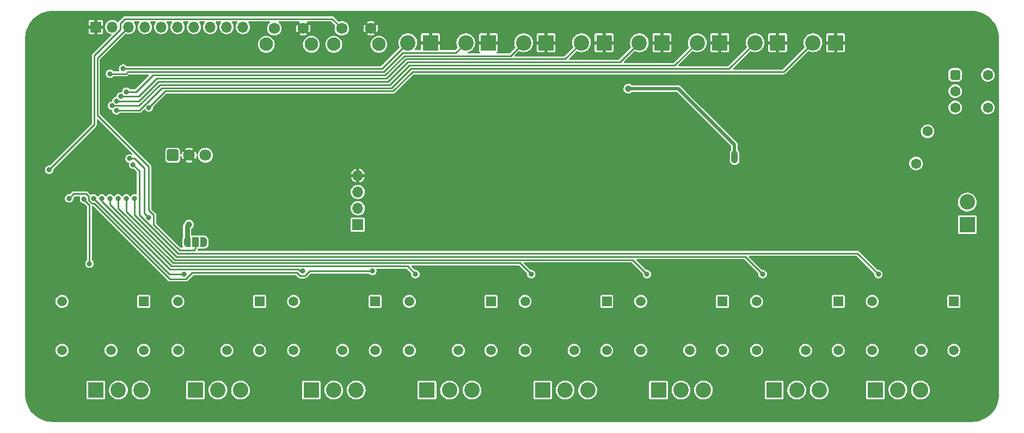
<source format=gbr>
%TF.GenerationSoftware,KiCad,Pcbnew,(6.0.0-0)*%
%TF.CreationDate,2022-04-07T23:04:40-05:00*%
%TF.ProjectId,ESP32RelaySwitcher,45535033-3252-4656-9c61-795377697463,rev?*%
%TF.SameCoordinates,Original*%
%TF.FileFunction,Copper,L2,Bot*%
%TF.FilePolarity,Positive*%
%FSLAX46Y46*%
G04 Gerber Fmt 4.6, Leading zero omitted, Abs format (unit mm)*
G04 Created by KiCad (PCBNEW (6.0.0-0)) date 2022-04-07 23:04:40*
%MOMM*%
%LPD*%
G01*
G04 APERTURE LIST*
G04 Aperture macros list*
%AMRoundRect*
0 Rectangle with rounded corners*
0 $1 Rounding radius*
0 $2 $3 $4 $5 $6 $7 $8 $9 X,Y pos of 4 corners*
0 Add a 4 corners polygon primitive as box body*
4,1,4,$2,$3,$4,$5,$6,$7,$8,$9,$2,$3,0*
0 Add four circle primitives for the rounded corners*
1,1,$1+$1,$2,$3*
1,1,$1+$1,$4,$5*
1,1,$1+$1,$6,$7*
1,1,$1+$1,$8,$9*
0 Add four rect primitives between the rounded corners*
20,1,$1+$1,$2,$3,$4,$5,0*
20,1,$1+$1,$4,$5,$6,$7,0*
20,1,$1+$1,$6,$7,$8,$9,0*
20,1,$1+$1,$8,$9,$2,$3,0*%
%AMFreePoly0*
4,1,22,0.550000,-0.750000,0.000000,-0.750000,0.000000,-0.745033,-0.079941,-0.743568,-0.215256,-0.701293,-0.333266,-0.622738,-0.424486,-0.514219,-0.481581,-0.384460,-0.499164,-0.250000,-0.500000,-0.250000,-0.500000,0.250000,-0.499164,0.250000,-0.499963,0.256109,-0.478152,0.396186,-0.417904,0.524511,-0.324060,0.630769,-0.204165,0.706417,-0.067858,0.745374,0.000000,0.744959,0.000000,0.750000,
0.550000,0.750000,0.550000,-0.750000,0.550000,-0.750000,$1*%
%AMFreePoly1*
4,1,20,0.000000,0.744959,0.073905,0.744508,0.209726,0.703889,0.328688,0.626782,0.421226,0.519385,0.479903,0.390333,0.500000,0.250000,0.500000,-0.250000,0.499851,-0.262216,0.476331,-0.402017,0.414519,-0.529596,0.319384,-0.634700,0.198574,-0.708877,0.061801,-0.746166,0.000000,-0.745033,0.000000,-0.750000,-0.550000,-0.750000,-0.550000,0.750000,0.000000,0.750000,0.000000,0.744959,
0.000000,0.744959,$1*%
G04 Aperture macros list end*
%TA.AperFunction,ComponentPad*%
%ADD10R,2.400000X2.400000*%
%TD*%
%TA.AperFunction,ComponentPad*%
%ADD11C,2.400000*%
%TD*%
%TA.AperFunction,ComponentPad*%
%ADD12R,1.501140X1.501140*%
%TD*%
%TA.AperFunction,ComponentPad*%
%ADD13C,1.501140*%
%TD*%
%TA.AperFunction,SMDPad,CuDef*%
%ADD14R,2.950000X4.900000*%
%TD*%
%TA.AperFunction,ComponentPad*%
%ADD15C,0.600000*%
%TD*%
%TA.AperFunction,ComponentPad*%
%ADD16C,0.800000*%
%TD*%
%TA.AperFunction,ComponentPad*%
%ADD17C,6.400000*%
%TD*%
%TA.AperFunction,ComponentPad*%
%ADD18C,1.600000*%
%TD*%
%TA.AperFunction,ComponentPad*%
%ADD19RoundRect,0.400000X0.400000X0.400000X-0.400000X0.400000X-0.400000X-0.400000X0.400000X-0.400000X0*%
%TD*%
%TA.AperFunction,ComponentPad*%
%ADD20C,2.100000*%
%TD*%
%TA.AperFunction,ComponentPad*%
%ADD21C,1.750000*%
%TD*%
%TA.AperFunction,ComponentPad*%
%ADD22R,1.700000X1.700000*%
%TD*%
%TA.AperFunction,ComponentPad*%
%ADD23O,1.700000X1.700000*%
%TD*%
%TA.AperFunction,ComponentPad*%
%ADD24RoundRect,0.250200X-0.649800X-0.649800X0.649800X-0.649800X0.649800X0.649800X-0.649800X0.649800X0*%
%TD*%
%TA.AperFunction,ComponentPad*%
%ADD25C,1.800000*%
%TD*%
%TA.AperFunction,SMDPad,CuDef*%
%ADD26FreePoly0,180.000000*%
%TD*%
%TA.AperFunction,SMDPad,CuDef*%
%ADD27R,1.000000X1.500000*%
%TD*%
%TA.AperFunction,SMDPad,CuDef*%
%ADD28FreePoly1,180.000000*%
%TD*%
%TA.AperFunction,ViaPad*%
%ADD29C,1.000000*%
%TD*%
%TA.AperFunction,ViaPad*%
%ADD30C,0.800000*%
%TD*%
%TA.AperFunction,Conductor*%
%ADD31C,0.500000*%
%TD*%
%TA.AperFunction,Conductor*%
%ADD32C,1.000000*%
%TD*%
%TA.AperFunction,Conductor*%
%ADD33C,0.750000*%
%TD*%
%TA.AperFunction,Conductor*%
%ADD34C,0.250000*%
%TD*%
G04 APERTURE END LIST*
D10*
%TO.P,J9,1,Pin_1*%
%TO.N,Net-(J9-Pad1)*%
X200500000Y-119776777D03*
D11*
%TO.P,J9,2,Pin_2*%
%TO.N,Net-(J9-Pad2)*%
X204000000Y-119776777D03*
%TO.P,J9,3,Pin_3*%
%TO.N,Net-(J9-Pad3)*%
X207500000Y-119776777D03*
%TD*%
D12*
%TO.P,K8,1*%
%TO.N,+5V*%
X212714044Y-105988111D03*
D13*
%TO.P,K8,6*%
%TO.N,Net-(D16-Pad2)*%
X200014044Y-105988111D03*
%TO.P,K8,7*%
%TO.N,Net-(J9-Pad1)*%
X200014044Y-113608111D03*
%TO.P,K8,10*%
%TO.N,Net-(J9-Pad2)*%
X207634044Y-113608111D03*
%TO.P,K8,12*%
%TO.N,Net-(J9-Pad3)*%
X212714044Y-113608111D03*
%TD*%
D10*
%TO.P,J13,1,Pin_1*%
%TO.N,GND*%
X158289044Y-65717041D03*
D11*
%TO.P,J13,2,Pin_2*%
%TO.N,/GPIO19*%
X154789044Y-65717041D03*
%TD*%
D12*
%TO.P,K3,1*%
%TO.N,+5V*%
X122714044Y-105988111D03*
D13*
%TO.P,K3,6*%
%TO.N,Net-(D6-Pad2)*%
X110014044Y-105988111D03*
%TO.P,K3,7*%
%TO.N,Net-(J4-Pad1)*%
X110014044Y-113608111D03*
%TO.P,K3,10*%
%TO.N,Net-(J4-Pad2)*%
X117634044Y-113608111D03*
%TO.P,K3,12*%
%TO.N,Net-(J4-Pad3)*%
X122714044Y-113608111D03*
%TD*%
D14*
%TO.P,U1,9,AGND*%
%TO.N,GND*%
X169487967Y-78017041D03*
D15*
X168837967Y-77367041D03*
X168837967Y-78667041D03*
X168837967Y-79967041D03*
X170137967Y-76067041D03*
X170137967Y-77367041D03*
X170137967Y-78667041D03*
X170137967Y-79967041D03*
X168837967Y-76067041D03*
%TD*%
D10*
%TO.P,J17,1,Pin_1*%
%TO.N,GND*%
X194289044Y-65717041D03*
D11*
%TO.P,J17,2,Pin_2*%
%TO.N,/GPIO15*%
X190789044Y-65717041D03*
%TD*%
D16*
%TO.P,H1,1,1*%
%TO.N,GND*%
X70114044Y-120488111D03*
X74211100Y-122185167D03*
X70816988Y-122185167D03*
X70816988Y-118791055D03*
D17*
X72514044Y-120488111D03*
D16*
X72514044Y-122888111D03*
X72514044Y-118088111D03*
X74914044Y-120488111D03*
X74211100Y-118791055D03*
%TD*%
D18*
%TO.P,SW1,*%
%TO.N,*%
X217977967Y-75807041D03*
X217977967Y-70727041D03*
D19*
%TO.P,SW1,1,A*%
%TO.N,unconnected-(SW1-Pad1)*%
X212897967Y-70727041D03*
D18*
%TO.P,SW1,2,B*%
%TO.N,Net-(F1-Pad1)*%
X212897967Y-73267041D03*
%TO.P,SW1,3,C*%
%TO.N,Net-(D1-Pad2)*%
X212897967Y-75807041D03*
%TD*%
D10*
%TO.P,J11,1,Pin_1*%
%TO.N,GND*%
X140289044Y-65717041D03*
D11*
%TO.P,J11,2,Pin_2*%
%TO.N,/GPIO17*%
X136789044Y-65717041D03*
%TD*%
D10*
%TO.P,J14,1,Pin_1*%
%TO.N,GND*%
X167289044Y-65717041D03*
D11*
%TO.P,J14,2,Pin_2*%
%TO.N,/GPIO21*%
X163789044Y-65717041D03*
%TD*%
D10*
%TO.P,J3,1,Pin_1*%
%TO.N,Net-(J3-Pad1)*%
X94750000Y-119787644D03*
D11*
%TO.P,J3,2,Pin_2*%
%TO.N,Net-(J3-Pad2)*%
X98250000Y-119787644D03*
%TO.P,J3,3,Pin_3*%
%TO.N,Net-(J3-Pad3)*%
X101750000Y-119787644D03*
%TD*%
D16*
%TO.P,H3,1,1*%
%TO.N,GND*%
X217887610Y-65017041D03*
X215487610Y-62617041D03*
D17*
X215487610Y-65017041D03*
D16*
X213087610Y-65017041D03*
X213790554Y-63319985D03*
X213790554Y-66714097D03*
X217184666Y-63319985D03*
X217184666Y-66714097D03*
X215487610Y-67417041D03*
%TD*%
D10*
%TO.P,J4,1,Pin_1*%
%TO.N,Net-(J4-Pad1)*%
X112755581Y-119788111D03*
D11*
%TO.P,J4,2,Pin_2*%
%TO.N,Net-(J4-Pad2)*%
X116255581Y-119788111D03*
%TO.P,J4,3,Pin_3*%
%TO.N,Net-(J4-Pad3)*%
X119755581Y-119788111D03*
%TD*%
D12*
%TO.P,K1,1*%
%TO.N,+5V*%
X86714044Y-105988111D03*
D13*
%TO.P,K1,6*%
%TO.N,Net-(D2-Pad2)*%
X74014044Y-105988111D03*
%TO.P,K1,7*%
%TO.N,Net-(J2-Pad1)*%
X74014044Y-113608111D03*
%TO.P,K1,10*%
%TO.N,Net-(J2-Pad2)*%
X81634044Y-113608111D03*
%TO.P,K1,12*%
%TO.N,Net-(J2-Pad3)*%
X86714044Y-113608111D03*
%TD*%
D20*
%TO.P,SW2,*%
%TO.N,*%
X123274044Y-65969541D03*
X116264044Y-65969541D03*
D21*
%TO.P,SW2,1,1*%
%TO.N,/ESP_EN*%
X117514044Y-63479541D03*
%TO.P,SW2,2,2*%
%TO.N,GND*%
X122014044Y-63479541D03*
%TD*%
D10*
%TO.P,J12,1,Pin_1*%
%TO.N,GND*%
X149289044Y-65717041D03*
D11*
%TO.P,J12,2,Pin_2*%
%TO.N,/GPIO18*%
X145789044Y-65717041D03*
%TD*%
D16*
%TO.P,H4,1,1*%
%TO.N,GND*%
X72514044Y-62617041D03*
X70816988Y-66714097D03*
D17*
X72514044Y-65017041D03*
D16*
X70816988Y-63319985D03*
X74211100Y-66714097D03*
X72514044Y-67417041D03*
X74914044Y-65017041D03*
X70114044Y-65017041D03*
X74211100Y-63319985D03*
%TD*%
%TO.P,H2,1,1*%
%TO.N,GND*%
X215487610Y-122888111D03*
X217887610Y-120488111D03*
X217184666Y-118791055D03*
X215487610Y-118088111D03*
X213790554Y-122185167D03*
X213790554Y-118791055D03*
X217184666Y-122185167D03*
X213087610Y-120488111D03*
D17*
X215487610Y-120488111D03*
%TD*%
D10*
%TO.P,J6,1,Pin_1*%
%TO.N,Net-(J6-Pad1)*%
X148750360Y-119788111D03*
D11*
%TO.P,J6,2,Pin_2*%
%TO.N,Net-(J6-Pad2)*%
X152250360Y-119788111D03*
%TO.P,J6,3,Pin_3*%
%TO.N,Net-(J6-Pad3)*%
X155750360Y-119788111D03*
%TD*%
D10*
%TO.P,J7,1,Pin_1*%
%TO.N,Net-(J7-Pad1)*%
X166760800Y-119788111D03*
D11*
%TO.P,J7,2,Pin_2*%
%TO.N,Net-(J7-Pad2)*%
X170260800Y-119788111D03*
%TO.P,J7,3,Pin_3*%
%TO.N,Net-(J7-Pad3)*%
X173760800Y-119788111D03*
%TD*%
D22*
%TO.P,J18,1,Pin_1*%
%TO.N,GND*%
X79264044Y-63267041D03*
D23*
%TO.P,J18,2,Pin_2*%
%TO.N,/~{RTS}*%
X81804044Y-63267041D03*
%TO.P,J18,3,Pin_3*%
%TO.N,Net-(J18-Pad3)*%
X84344044Y-63267041D03*
%TO.P,J18,4,Pin_4*%
%TO.N,/GPIO3*%
X86884044Y-63267041D03*
%TO.P,J18,5,Pin_5*%
%TO.N,/GPIO1*%
X89424044Y-63267041D03*
%TO.P,J18,6,Pin_6*%
%TO.N,/~{DTR}*%
X91964044Y-63267041D03*
%TO.P,J18,7,Pin_7*%
%TO.N,/GPIO5*%
X94504044Y-63267041D03*
%TO.P,J18,8,Pin_8*%
%TO.N,/GPIO4*%
X97044044Y-63267041D03*
%TO.P,J18,9,Pin_9*%
%TO.N,/GPIO2*%
X99584044Y-63267041D03*
%TO.P,J18,10,Pin_10*%
%TO.N,/GPIO0*%
X102124044Y-63267041D03*
%TD*%
D12*
%TO.P,K7,1*%
%TO.N,+5V*%
X194714044Y-105988111D03*
D13*
%TO.P,K7,6*%
%TO.N,Net-(D14-Pad2)*%
X182014044Y-105988111D03*
%TO.P,K7,7*%
%TO.N,Net-(J8-Pad1)*%
X182014044Y-113608111D03*
%TO.P,K7,10*%
%TO.N,Net-(J8-Pad2)*%
X189634044Y-113608111D03*
%TO.P,K7,12*%
%TO.N,Net-(J8-Pad3)*%
X194714044Y-113608111D03*
%TD*%
D20*
%TO.P,SW3,*%
%TO.N,*%
X105764044Y-65969541D03*
X112774044Y-65969541D03*
D21*
%TO.P,SW3,1,1*%
%TO.N,/GPIO0*%
X107014044Y-63479541D03*
%TO.P,SW3,2,2*%
%TO.N,GND*%
X111514044Y-63479541D03*
%TD*%
D12*
%TO.P,K6,1*%
%TO.N,+5V*%
X176714044Y-105988111D03*
D13*
%TO.P,K6,6*%
%TO.N,Net-(D12-Pad2)*%
X164014044Y-105988111D03*
%TO.P,K6,7*%
%TO.N,Net-(J7-Pad1)*%
X164014044Y-113608111D03*
%TO.P,K6,10*%
%TO.N,Net-(J7-Pad2)*%
X171634044Y-113608111D03*
%TO.P,K6,12*%
%TO.N,Net-(J7-Pad3)*%
X176714044Y-113608111D03*
%TD*%
D18*
%TO.P,RV1,1*%
%TO.N,Net-(D1-Pad2)*%
X208618183Y-79517041D03*
%TO.P,RV1,2*%
%TO.N,/COM*%
X206818183Y-84517041D03*
%TD*%
D10*
%TO.P,J8,1,Pin_1*%
%TO.N,Net-(J8-Pad1)*%
X184759891Y-119788111D03*
D11*
%TO.P,J8,2,Pin_2*%
%TO.N,Net-(J8-Pad2)*%
X188259891Y-119788111D03*
%TO.P,J8,3,Pin_3*%
%TO.N,Net-(J8-Pad3)*%
X191759891Y-119788111D03*
%TD*%
D10*
%TO.P,J15,1,Pin_1*%
%TO.N,GND*%
X176289044Y-65717041D03*
D11*
%TO.P,J15,2,Pin_2*%
%TO.N,/GPIO22*%
X172789044Y-65717041D03*
%TD*%
D24*
%TO.P,U5,1,OUT*%
%TO.N,/GPI35*%
X91210000Y-83225000D03*
D25*
%TO.P,U5,2,GND*%
%TO.N,GND*%
X93750000Y-83225000D03*
%TO.P,U5,3,Vs*%
%TO.N,+3V3*%
X96290000Y-83225000D03*
%TD*%
D10*
%TO.P,J1,1,Pin_1*%
%TO.N,/COM*%
X214787967Y-94017041D03*
D11*
%TO.P,J1,2,Pin_2*%
%TO.N,Net-(F1-Pad2)*%
X214787967Y-90517041D03*
%TD*%
D10*
%TO.P,J5,1,Pin_1*%
%TO.N,Net-(J5-Pad1)*%
X130759401Y-119788111D03*
D11*
%TO.P,J5,2,Pin_2*%
%TO.N,Net-(J5-Pad2)*%
X134259401Y-119788111D03*
%TO.P,J5,3,Pin_3*%
%TO.N,Net-(J5-Pad3)*%
X137759401Y-119788111D03*
%TD*%
D12*
%TO.P,K4,1*%
%TO.N,+5V*%
X140714044Y-105988111D03*
D13*
%TO.P,K4,6*%
%TO.N,Net-(D8-Pad2)*%
X128014044Y-105988111D03*
%TO.P,K4,7*%
%TO.N,Net-(J5-Pad1)*%
X128014044Y-113608111D03*
%TO.P,K4,10*%
%TO.N,Net-(J5-Pad2)*%
X135634044Y-113608111D03*
%TO.P,K4,12*%
%TO.N,Net-(J5-Pad3)*%
X140714044Y-113608111D03*
%TD*%
D10*
%TO.P,J16,1,Pin_1*%
%TO.N,GND*%
X185289044Y-65717041D03*
D11*
%TO.P,J16,2,Pin_2*%
%TO.N,/GPIO23*%
X181789044Y-65717041D03*
%TD*%
D12*
%TO.P,K5,1*%
%TO.N,+5V*%
X158714044Y-105988111D03*
D13*
%TO.P,K5,6*%
%TO.N,Net-(D10-Pad2)*%
X146014044Y-105988111D03*
%TO.P,K5,7*%
%TO.N,Net-(J6-Pad1)*%
X146014044Y-113608111D03*
%TO.P,K5,10*%
%TO.N,Net-(J6-Pad2)*%
X153634044Y-113608111D03*
%TO.P,K5,12*%
%TO.N,Net-(J6-Pad3)*%
X158714044Y-113608111D03*
%TD*%
D10*
%TO.P,J2,1,Pin_1*%
%TO.N,Net-(J2-Pad1)*%
X79264044Y-119788111D03*
D11*
%TO.P,J2,2,Pin_2*%
%TO.N,Net-(J2-Pad2)*%
X82764044Y-119788111D03*
%TO.P,J2,3,Pin_3*%
%TO.N,Net-(J2-Pad3)*%
X86264044Y-119788111D03*
%TD*%
D10*
%TO.P,J10,1,Pin_1*%
%TO.N,GND*%
X131289044Y-65717041D03*
D11*
%TO.P,J10,2,Pin_2*%
%TO.N,/GPIO16*%
X127789044Y-65717041D03*
%TD*%
D12*
%TO.P,K2,1*%
%TO.N,+5V*%
X104714044Y-105988111D03*
D13*
%TO.P,K2,6*%
%TO.N,Net-(D4-Pad2)*%
X92014044Y-105988111D03*
%TO.P,K2,7*%
%TO.N,Net-(J3-Pad1)*%
X92014044Y-113608111D03*
%TO.P,K2,10*%
%TO.N,Net-(J3-Pad2)*%
X99634044Y-113608111D03*
%TO.P,K2,12*%
%TO.N,Net-(J3-Pad3)*%
X104714044Y-113608111D03*
%TD*%
D22*
%TO.P,U3,1,VCC*%
%TO.N,+3V3*%
X120000000Y-94017041D03*
D23*
%TO.P,U3,2,IO*%
%TO.N,/GPI34*%
X120000000Y-91477041D03*
%TO.P,U3,3,NC*%
%TO.N,unconnected-(U3-Pad3)*%
X120000000Y-88937041D03*
%TO.P,U3,4,GND*%
%TO.N,GND*%
X120000000Y-86397041D03*
%TD*%
D26*
%TO.P,JP2,1,A*%
%TO.N,+5V*%
X96050000Y-96750000D03*
D27*
%TO.P,JP2,2,C*%
%TO.N,Net-(J18-Pad3)*%
X94750000Y-96750000D03*
D28*
%TO.P,JP2,3,B*%
%TO.N,+3V3*%
X93450000Y-96750000D03*
%TD*%
D29*
%TO.N,+5V*%
X178600000Y-83000000D03*
X178600000Y-84000000D03*
X96050000Y-96750000D03*
X162075467Y-72850000D03*
%TO.N,+3V3*%
X93750000Y-94000000D03*
D30*
%TO.N,/ESP_EN*%
X72000000Y-85500000D03*
%TO.N,/GPIO16*%
X83500000Y-69750000D03*
%TO.N,/GPIO17*%
X81445000Y-70550000D03*
%TO.N,/GPIO19*%
X83155571Y-74075653D03*
%TO.N,/GPIO18*%
X84000000Y-73349502D03*
%TO.N,/GPIO21*%
X82466995Y-74800807D03*
%TO.N,/GPIO22*%
X81778171Y-75525969D03*
%TO.N,/GPIO25*%
X80175000Y-89950000D03*
X111465531Y-101226399D03*
%TO.N,/GPIO23*%
X82472092Y-76251844D03*
%TO.N,/GPIO26*%
X81445000Y-89950000D03*
X128964380Y-101740666D03*
%TO.N,/GPIO27*%
X146966363Y-101741972D03*
X82715000Y-89950000D03*
%TO.N,/GPIO32*%
X78264044Y-100100000D03*
X77417398Y-90074906D03*
%TO.N,/GPIO33*%
X78905000Y-89950000D03*
X92964374Y-101739628D03*
%TO.N,/GPI34*%
X75095000Y-89950000D03*
X122250000Y-101250000D03*
%TO.N,/GPIO0*%
X87433209Y-92906314D03*
X84500000Y-83750000D03*
%TO.N,/GPIO14*%
X83985000Y-89950000D03*
X164963231Y-101740021D03*
%TO.N,/GPIO12*%
X182962960Y-101741027D03*
X85255000Y-89950000D03*
%TO.N,/GPIO13*%
X200963383Y-101740815D03*
X85050000Y-84695000D03*
%TO.N,/GPIO15*%
X87500000Y-75800000D03*
%TD*%
D31*
%TO.N,+5V*%
X162075467Y-72850000D02*
X169850000Y-72850000D01*
D32*
X178600000Y-83000000D02*
X178600000Y-84000000D01*
D31*
X178600000Y-81600000D02*
X178600000Y-83000000D01*
X169850000Y-72850000D02*
X178600000Y-81600000D01*
D33*
%TO.N,+3V3*%
X93450000Y-96750000D02*
X93450000Y-94300000D01*
X93450000Y-94300000D02*
X93750000Y-94000000D01*
D34*
%TO.N,/ESP_EN*%
X117514044Y-63479541D02*
X116034502Y-61999999D01*
X83076532Y-63475627D02*
X83076532Y-63655563D01*
X83250000Y-62500000D02*
X83076532Y-62673468D01*
X83076532Y-63655563D02*
X79000000Y-67732095D01*
X83750001Y-61999999D02*
X83250000Y-62500000D01*
X83076532Y-62673468D02*
X83076532Y-63475627D01*
X116034502Y-61999999D02*
X101278541Y-61999999D01*
X79000000Y-72500000D02*
X79000000Y-78500000D01*
X79000000Y-67732095D02*
X79000000Y-72500000D01*
X101278541Y-61999999D02*
X83750001Y-61999999D01*
X79000000Y-78500000D02*
X72000000Y-85500000D01*
%TO.N,/GPIO16*%
X123756085Y-69750000D02*
X127789044Y-65717041D01*
X83500000Y-69750000D02*
X123756085Y-69750000D01*
%TO.N,/GPIO17*%
X127000000Y-67250000D02*
X124000000Y-70250000D01*
X136789044Y-65717041D02*
X135256085Y-67250000D01*
X84250000Y-70250000D02*
X83950000Y-70550000D01*
X124000000Y-70250000D02*
X84250000Y-70250000D01*
X135256085Y-67250000D02*
X127000000Y-67250000D01*
X83950000Y-70550000D02*
X81445000Y-70550000D01*
%TO.N,/GPIO19*%
X124500000Y-71250000D02*
X127500000Y-68250000D01*
X88750000Y-71250000D02*
X124500000Y-71250000D01*
X83155571Y-74075653D02*
X85924347Y-74075653D01*
X85924347Y-74075653D02*
X88750000Y-71250000D01*
X127500000Y-68250000D02*
X152256085Y-68250000D01*
X152256085Y-68250000D02*
X154789044Y-65717041D01*
%TO.N,/GPIO18*%
X85500000Y-73349502D02*
X88099502Y-70750000D01*
X88099502Y-70750000D02*
X124250000Y-70750000D01*
X143756085Y-67750000D02*
X145789044Y-65717041D01*
X85500000Y-73349502D02*
X84000000Y-73349502D01*
X127250000Y-67750000D02*
X143756085Y-67750000D01*
X124250000Y-70750000D02*
X127250000Y-67750000D01*
%TO.N,/GPIO21*%
X127750000Y-68750000D02*
X124750000Y-71750000D01*
X163789044Y-65717041D02*
X160756085Y-68750000D01*
X160756085Y-68750000D02*
X127750000Y-68750000D01*
X124750000Y-71750000D02*
X89000000Y-71750000D01*
X85949193Y-74800807D02*
X82466995Y-74800807D01*
X89000000Y-71750000D02*
X85949193Y-74800807D01*
%TO.N,/GPIO22*%
X81778171Y-75525969D02*
X85974031Y-75525969D01*
X128000000Y-69250000D02*
X169256085Y-69250000D01*
X125000000Y-72250000D02*
X128000000Y-69250000D01*
X85974031Y-75525969D02*
X89250000Y-72250000D01*
X169256085Y-69250000D02*
X172789044Y-65717041D01*
X89250000Y-72250000D02*
X125000000Y-72250000D01*
%TO.N,/GPIO25*%
X110976399Y-101226399D02*
X110750000Y-101000000D01*
X110750000Y-101000000D02*
X90750000Y-101000000D01*
X111465531Y-101226399D02*
X110976399Y-101226399D01*
X80175000Y-90425000D02*
X80175000Y-89950000D01*
X90750000Y-101000000D02*
X80175000Y-90425000D01*
%TO.N,/GPIO23*%
X85998156Y-76251844D02*
X82472092Y-76251844D01*
X177756085Y-69750000D02*
X128250000Y-69750000D01*
X181789044Y-65717041D02*
X177756085Y-69750000D01*
X128250000Y-69750000D02*
X125250000Y-72750000D01*
X125250000Y-72750000D02*
X89500000Y-72750000D01*
X89500000Y-72750000D02*
X85998156Y-76251844D01*
%TO.N,/GPIO26*%
X91000000Y-100500000D02*
X81445000Y-90945000D01*
X127723714Y-100500000D02*
X91000000Y-100500000D01*
X128964380Y-101740666D02*
X127723714Y-100500000D01*
X81445000Y-90945000D02*
X81445000Y-89950000D01*
%TO.N,/GPIO27*%
X82715000Y-89950000D02*
X82715000Y-91465000D01*
X82715000Y-91465000D02*
X91250000Y-100000000D01*
X146966363Y-101741972D02*
X145224391Y-100000000D01*
X145224391Y-100000000D02*
X91250000Y-100000000D01*
%TO.N,/GPIO32*%
X77417398Y-90167398D02*
X77417398Y-90074906D01*
X78264044Y-100100000D02*
X78264044Y-91014044D01*
X78264044Y-91014044D02*
X77417398Y-90167398D01*
%TO.N,/GPIO33*%
X90694628Y-101739628D02*
X78905000Y-89950000D01*
X92964374Y-101739628D02*
X90694628Y-101739628D01*
%TO.N,/GPI34*%
X77750000Y-89250000D02*
X78172341Y-89672341D01*
X111000000Y-102000000D02*
X111750000Y-102000000D01*
X78647822Y-90750000D02*
X79000000Y-90750000D01*
X111750000Y-102000000D02*
X112500000Y-101250000D01*
X79000000Y-90750000D02*
X90750000Y-102500000D01*
X93250000Y-102500000D02*
X94250000Y-101500000D01*
X75795000Y-89250000D02*
X77750000Y-89250000D01*
X75095000Y-89950000D02*
X75795000Y-89250000D01*
X90750000Y-102500000D02*
X93250000Y-102500000D01*
X110500000Y-101500000D02*
X111000000Y-102000000D01*
X78172341Y-90274519D02*
X78647822Y-90750000D01*
X112500000Y-101250000D02*
X122250000Y-101250000D01*
X94250000Y-101500000D02*
X110500000Y-101500000D01*
X78172341Y-89672341D02*
X78172341Y-90274519D01*
%TO.N,/GPIO0*%
X86750000Y-92223105D02*
X86750000Y-85250000D01*
X86750000Y-85250000D02*
X85250000Y-83750000D01*
X87433209Y-92906314D02*
X86750000Y-92223105D01*
X85250000Y-83750000D02*
X84500000Y-83750000D01*
%TO.N,/GPIO14*%
X83985000Y-91985000D02*
X83985000Y-89950000D01*
X164963231Y-101740021D02*
X162723210Y-99500000D01*
X91500000Y-99500000D02*
X83985000Y-91985000D01*
X162723210Y-99500000D02*
X91500000Y-99500000D01*
%TO.N,/GPIO12*%
X182962960Y-101741027D02*
X180221933Y-99000000D01*
X85255000Y-92505000D02*
X91750000Y-99000000D01*
X85255000Y-89950000D02*
X85255000Y-92505000D01*
X180221933Y-99000000D02*
X91750000Y-99000000D01*
%TO.N,/GPIO13*%
X86000000Y-85645000D02*
X86000000Y-92500000D01*
X85050000Y-84695000D02*
X86000000Y-85645000D01*
X197722568Y-98500000D02*
X200963383Y-101740815D01*
X92000000Y-98500000D02*
X197722568Y-98500000D01*
X86000000Y-92500000D02*
X92000000Y-98500000D01*
%TO.N,/GPIO15*%
X128500000Y-70250000D02*
X125500000Y-73250000D01*
X125500000Y-73250000D02*
X90050000Y-73250000D01*
X186256085Y-70250000D02*
X128500000Y-70250000D01*
X190789044Y-65717041D02*
X186256085Y-70250000D01*
X90050000Y-73250000D02*
X87500000Y-75800000D01*
%TO.N,Net-(J18-Pad3)*%
X92250000Y-98000000D02*
X88250000Y-94000000D01*
X79500000Y-68111085D02*
X84344044Y-63267041D01*
X88250000Y-94000000D02*
X88250000Y-92500000D01*
X87500000Y-91750000D02*
X87500000Y-85000000D01*
X79500000Y-77000000D02*
X79500000Y-68111085D01*
X94750000Y-97750000D02*
X94500000Y-98000000D01*
X94750000Y-96750000D02*
X94750000Y-97750000D01*
X94500000Y-98000000D02*
X92250000Y-98000000D01*
X87500000Y-85000000D02*
X79500000Y-77000000D01*
X88250000Y-92500000D02*
X87500000Y-91750000D01*
%TD*%
%TA.AperFunction,Conductor*%
%TO.N,GND*%
G36*
X215475120Y-60773460D02*
G01*
X215487967Y-60776015D01*
X215500140Y-60773593D01*
X215511548Y-60773593D01*
X215523601Y-60772686D01*
X215873920Y-60788883D01*
X215885509Y-60789957D01*
X216262403Y-60842532D01*
X216273843Y-60844671D01*
X216644279Y-60931796D01*
X216655455Y-60934976D01*
X216835870Y-60995445D01*
X217016275Y-61055911D01*
X217027127Y-61060115D01*
X217375247Y-61213825D01*
X217385665Y-61219013D01*
X217718102Y-61404180D01*
X217727997Y-61410306D01*
X218041947Y-61625366D01*
X218051235Y-61632380D01*
X218344003Y-61875492D01*
X218352603Y-61883333D01*
X218621673Y-62152403D01*
X218629514Y-62161003D01*
X218872626Y-62453771D01*
X218879640Y-62463059D01*
X219094700Y-62777009D01*
X219100826Y-62786904D01*
X219285993Y-63119341D01*
X219291181Y-63129759D01*
X219444891Y-63477879D01*
X219449095Y-63488731D01*
X219461424Y-63525516D01*
X219570030Y-63849551D01*
X219573210Y-63860727D01*
X219650825Y-64190729D01*
X219660335Y-64231163D01*
X219662474Y-64242603D01*
X219715049Y-64619497D01*
X219716123Y-64631086D01*
X219732320Y-64981404D01*
X219731413Y-64993458D01*
X219731413Y-65004866D01*
X219728991Y-65017039D01*
X219731412Y-65029211D01*
X219731546Y-65029883D01*
X219733967Y-65054464D01*
X219733969Y-120450688D01*
X219731548Y-120475266D01*
X219728993Y-120488113D01*
X219731415Y-120500286D01*
X219731415Y-120511694D01*
X219732322Y-120523747D01*
X219722621Y-120733565D01*
X219716125Y-120874066D01*
X219715051Y-120885655D01*
X219662476Y-121262549D01*
X219660337Y-121273989D01*
X219573214Y-121644416D01*
X219570029Y-121655610D01*
X219449097Y-122016421D01*
X219444893Y-122027273D01*
X219291183Y-122375393D01*
X219285995Y-122385811D01*
X219100828Y-122718248D01*
X219094702Y-122728143D01*
X218879642Y-123042093D01*
X218872628Y-123051381D01*
X218629516Y-123344149D01*
X218621675Y-123352749D01*
X218352605Y-123621819D01*
X218344005Y-123629660D01*
X218051237Y-123872772D01*
X218041949Y-123879786D01*
X217727999Y-124094846D01*
X217718104Y-124100972D01*
X217385667Y-124286139D01*
X217375249Y-124291327D01*
X217027129Y-124445037D01*
X217016277Y-124449241D01*
X216835872Y-124509707D01*
X216655457Y-124570176D01*
X216644281Y-124573356D01*
X216290123Y-124656652D01*
X216273845Y-124660481D01*
X216262405Y-124662620D01*
X215885511Y-124715195D01*
X215873922Y-124716269D01*
X215523603Y-124732466D01*
X215511550Y-124731559D01*
X215500142Y-124731559D01*
X215487969Y-124729137D01*
X215475122Y-124731692D01*
X215450544Y-124734113D01*
X144001000Y-124734112D01*
X72551457Y-124734111D01*
X72526879Y-124731690D01*
X72514042Y-124729137D01*
X72501869Y-124731559D01*
X72490461Y-124731559D01*
X72478408Y-124732466D01*
X72128089Y-124716269D01*
X72116500Y-124715195D01*
X71739606Y-124662620D01*
X71728166Y-124660481D01*
X71711888Y-124656652D01*
X71357730Y-124573356D01*
X71346554Y-124570176D01*
X71166139Y-124509707D01*
X70985734Y-124449241D01*
X70974882Y-124445037D01*
X70626762Y-124291327D01*
X70616344Y-124286139D01*
X70283907Y-124100972D01*
X70274012Y-124094846D01*
X69960062Y-123879786D01*
X69950774Y-123872772D01*
X69658006Y-123629660D01*
X69649406Y-123621819D01*
X69380336Y-123352749D01*
X69372495Y-123344149D01*
X69129383Y-123051381D01*
X69122369Y-123042093D01*
X68907309Y-122728143D01*
X68901183Y-122718248D01*
X68716016Y-122385811D01*
X68710828Y-122375393D01*
X68557118Y-122027273D01*
X68552914Y-122016421D01*
X68431982Y-121655610D01*
X68428797Y-121644416D01*
X68341674Y-121273989D01*
X68339535Y-121262549D01*
X68286960Y-120885655D01*
X68285886Y-120874066D01*
X68279390Y-120733565D01*
X68269689Y-120523747D01*
X68270596Y-120511694D01*
X68270596Y-120500286D01*
X68273018Y-120488113D01*
X68270463Y-120475266D01*
X68268042Y-120450688D01*
X68268042Y-118563044D01*
X77809544Y-118563044D01*
X77809545Y-121013177D01*
X77812974Y-121030416D01*
X77821796Y-121074770D01*
X77824310Y-121087412D01*
X77831205Y-121097731D01*
X77831206Y-121097733D01*
X77836840Y-121106164D01*
X77880560Y-121171595D01*
X77964743Y-121227845D01*
X78038977Y-121242611D01*
X79263846Y-121242611D01*
X80489110Y-121242610D01*
X80528578Y-121234760D01*
X80551170Y-121230267D01*
X80551172Y-121230266D01*
X80563345Y-121227845D01*
X80573665Y-121220950D01*
X80573666Y-121220949D01*
X80637212Y-121178488D01*
X80647528Y-121171595D01*
X80703778Y-121087412D01*
X80718544Y-121013178D01*
X80718543Y-119752453D01*
X81304995Y-119752453D01*
X81305292Y-119757605D01*
X81305292Y-119757609D01*
X81311353Y-119862728D01*
X81318763Y-119991232D01*
X81319900Y-119996278D01*
X81319901Y-119996284D01*
X81338785Y-120080076D01*
X81371345Y-120224557D01*
X81461328Y-120446160D01*
X81586298Y-120650091D01*
X81742896Y-120830873D01*
X81829588Y-120902846D01*
X81922381Y-120979884D01*
X81926918Y-120983651D01*
X81931370Y-120986253D01*
X81931375Y-120986256D01*
X82103684Y-121086945D01*
X82133421Y-121104322D01*
X82356861Y-121189645D01*
X82361927Y-121190676D01*
X82361928Y-121190676D01*
X82416773Y-121201834D01*
X82591235Y-121237329D01*
X82722510Y-121242143D01*
X82825087Y-121245905D01*
X82825092Y-121245905D01*
X82830251Y-121246094D01*
X82835371Y-121245438D01*
X82835373Y-121245438D01*
X83062360Y-121216360D01*
X83062361Y-121216360D01*
X83067488Y-121215703D01*
X83072438Y-121214218D01*
X83291621Y-121148460D01*
X83291626Y-121148458D01*
X83296576Y-121146973D01*
X83511363Y-121041750D01*
X83515568Y-121038750D01*
X83515574Y-121038747D01*
X83701876Y-120905859D01*
X83701878Y-120905857D01*
X83706080Y-120902860D01*
X83875498Y-120734032D01*
X83878850Y-120729368D01*
X83901970Y-120697192D01*
X84015067Y-120539801D01*
X84018594Y-120532666D01*
X84118745Y-120330025D01*
X84118746Y-120330023D01*
X84121039Y-120325383D01*
X84190568Y-120096536D01*
X84205924Y-119979898D01*
X84221350Y-119862728D01*
X84221350Y-119862724D01*
X84221787Y-119859407D01*
X84223529Y-119788111D01*
X84220597Y-119752453D01*
X84804995Y-119752453D01*
X84805292Y-119757605D01*
X84805292Y-119757609D01*
X84811353Y-119862728D01*
X84818763Y-119991232D01*
X84819900Y-119996278D01*
X84819901Y-119996284D01*
X84838785Y-120080076D01*
X84871345Y-120224557D01*
X84961328Y-120446160D01*
X85086298Y-120650091D01*
X85242896Y-120830873D01*
X85329588Y-120902846D01*
X85422381Y-120979884D01*
X85426918Y-120983651D01*
X85431370Y-120986253D01*
X85431375Y-120986256D01*
X85603684Y-121086945D01*
X85633421Y-121104322D01*
X85856861Y-121189645D01*
X85861927Y-121190676D01*
X85861928Y-121190676D01*
X85916773Y-121201834D01*
X86091235Y-121237329D01*
X86222510Y-121242143D01*
X86325087Y-121245905D01*
X86325092Y-121245905D01*
X86330251Y-121246094D01*
X86335371Y-121245438D01*
X86335373Y-121245438D01*
X86562360Y-121216360D01*
X86562361Y-121216360D01*
X86567488Y-121215703D01*
X86572438Y-121214218D01*
X86791621Y-121148460D01*
X86791626Y-121148458D01*
X86796576Y-121146973D01*
X87011363Y-121041750D01*
X87015568Y-121038750D01*
X87015574Y-121038747D01*
X87201876Y-120905859D01*
X87201878Y-120905857D01*
X87206080Y-120902860D01*
X87375498Y-120734032D01*
X87378850Y-120729368D01*
X87401970Y-120697192D01*
X87515067Y-120539801D01*
X87518594Y-120532666D01*
X87618745Y-120330025D01*
X87618746Y-120330023D01*
X87621039Y-120325383D01*
X87690568Y-120096536D01*
X87705924Y-119979898D01*
X87721350Y-119862728D01*
X87721350Y-119862724D01*
X87721787Y-119859407D01*
X87723529Y-119788111D01*
X87703931Y-119549739D01*
X87645664Y-119317769D01*
X87550293Y-119098430D01*
X87420379Y-118897613D01*
X87406585Y-118882453D01*
X87262888Y-118724533D01*
X87262886Y-118724532D01*
X87259410Y-118720711D01*
X87255359Y-118717512D01*
X87255355Y-118717508D01*
X87075769Y-118575680D01*
X87071711Y-118572475D01*
X87053781Y-118562577D01*
X93295500Y-118562577D01*
X93295501Y-121012710D01*
X93310266Y-121086945D01*
X93317161Y-121097264D01*
X93317162Y-121097266D01*
X93352362Y-121149945D01*
X93366516Y-121171128D01*
X93450699Y-121227378D01*
X93524933Y-121242144D01*
X94749802Y-121242144D01*
X95975066Y-121242143D01*
X96013136Y-121234571D01*
X96037126Y-121229800D01*
X96037128Y-121229799D01*
X96049301Y-121227378D01*
X96059621Y-121220483D01*
X96059622Y-121220482D01*
X96123168Y-121178021D01*
X96133484Y-121171128D01*
X96189734Y-121086945D01*
X96204500Y-121012711D01*
X96204499Y-119751986D01*
X96790951Y-119751986D01*
X96791248Y-119757138D01*
X96791248Y-119757142D01*
X96797118Y-119858940D01*
X96804719Y-119990765D01*
X96805856Y-119995811D01*
X96805857Y-119995817D01*
X96824846Y-120080076D01*
X96857301Y-120224090D01*
X96947284Y-120445693D01*
X97072254Y-120649624D01*
X97228852Y-120830406D01*
X97412874Y-120983184D01*
X97417326Y-120985786D01*
X97417331Y-120985789D01*
X97608098Y-121097264D01*
X97619377Y-121103855D01*
X97842817Y-121189178D01*
X97847883Y-121190209D01*
X97847884Y-121190209D01*
X97902729Y-121201367D01*
X98077191Y-121236862D01*
X98211499Y-121241787D01*
X98311043Y-121245438D01*
X98311048Y-121245438D01*
X98316207Y-121245627D01*
X98321327Y-121244971D01*
X98321329Y-121244971D01*
X98548316Y-121215893D01*
X98548317Y-121215893D01*
X98553444Y-121215236D01*
X98558394Y-121213751D01*
X98777577Y-121147993D01*
X98777582Y-121147991D01*
X98782532Y-121146506D01*
X98997319Y-121041283D01*
X99001524Y-121038283D01*
X99001530Y-121038280D01*
X99187832Y-120905392D01*
X99187834Y-120905390D01*
X99192036Y-120902393D01*
X99361454Y-120733565D01*
X99366642Y-120726346D01*
X99418630Y-120653996D01*
X99501023Y-120539334D01*
X99547073Y-120446160D01*
X99604701Y-120329558D01*
X99604702Y-120329556D01*
X99606995Y-120324916D01*
X99676524Y-120096069D01*
X99691153Y-119984950D01*
X99707306Y-119862261D01*
X99707306Y-119862257D01*
X99707743Y-119858940D01*
X99708009Y-119848073D01*
X99709403Y-119791009D01*
X99709403Y-119791005D01*
X99709485Y-119787644D01*
X99706553Y-119751986D01*
X100290951Y-119751986D01*
X100291248Y-119757138D01*
X100291248Y-119757142D01*
X100297118Y-119858940D01*
X100304719Y-119990765D01*
X100305856Y-119995811D01*
X100305857Y-119995817D01*
X100324846Y-120080076D01*
X100357301Y-120224090D01*
X100447284Y-120445693D01*
X100572254Y-120649624D01*
X100728852Y-120830406D01*
X100912874Y-120983184D01*
X100917326Y-120985786D01*
X100917331Y-120985789D01*
X101108098Y-121097264D01*
X101119377Y-121103855D01*
X101342817Y-121189178D01*
X101347883Y-121190209D01*
X101347884Y-121190209D01*
X101402729Y-121201367D01*
X101577191Y-121236862D01*
X101711499Y-121241787D01*
X101811043Y-121245438D01*
X101811048Y-121245438D01*
X101816207Y-121245627D01*
X101821327Y-121244971D01*
X101821329Y-121244971D01*
X102048316Y-121215893D01*
X102048317Y-121215893D01*
X102053444Y-121215236D01*
X102058394Y-121213751D01*
X102277577Y-121147993D01*
X102277582Y-121147991D01*
X102282532Y-121146506D01*
X102497319Y-121041283D01*
X102501524Y-121038283D01*
X102501530Y-121038280D01*
X102687832Y-120905392D01*
X102687834Y-120905390D01*
X102692036Y-120902393D01*
X102861454Y-120733565D01*
X102866642Y-120726346D01*
X102918630Y-120653996D01*
X103001023Y-120539334D01*
X103047073Y-120446160D01*
X103104701Y-120329558D01*
X103104702Y-120329556D01*
X103106995Y-120324916D01*
X103176524Y-120096069D01*
X103191153Y-119984950D01*
X103207306Y-119862261D01*
X103207306Y-119862257D01*
X103207743Y-119858940D01*
X103208009Y-119848073D01*
X103209403Y-119791009D01*
X103209403Y-119791005D01*
X103209485Y-119787644D01*
X103189887Y-119549272D01*
X103131620Y-119317302D01*
X103036249Y-119097963D01*
X102906335Y-118897146D01*
X102892966Y-118882453D01*
X102748844Y-118724066D01*
X102748842Y-118724065D01*
X102745366Y-118720244D01*
X102741315Y-118717045D01*
X102741311Y-118717041D01*
X102605932Y-118610126D01*
X102557667Y-118572008D01*
X102541429Y-118563044D01*
X111301081Y-118563044D01*
X111301082Y-121013177D01*
X111304511Y-121030416D01*
X111313333Y-121074770D01*
X111315847Y-121087412D01*
X111322742Y-121097731D01*
X111322743Y-121097733D01*
X111328377Y-121106164D01*
X111372097Y-121171595D01*
X111456280Y-121227845D01*
X111530514Y-121242611D01*
X112755383Y-121242611D01*
X113980647Y-121242610D01*
X114020115Y-121234760D01*
X114042707Y-121230267D01*
X114042709Y-121230266D01*
X114054882Y-121227845D01*
X114065202Y-121220950D01*
X114065203Y-121220949D01*
X114128749Y-121178488D01*
X114139065Y-121171595D01*
X114195315Y-121087412D01*
X114210081Y-121013178D01*
X114210080Y-119752453D01*
X114796532Y-119752453D01*
X114796829Y-119757605D01*
X114796829Y-119757609D01*
X114802890Y-119862728D01*
X114810300Y-119991232D01*
X114811437Y-119996278D01*
X114811438Y-119996284D01*
X114830322Y-120080076D01*
X114862882Y-120224557D01*
X114952865Y-120446160D01*
X115077835Y-120650091D01*
X115234433Y-120830873D01*
X115321125Y-120902846D01*
X115413918Y-120979884D01*
X115418455Y-120983651D01*
X115422907Y-120986253D01*
X115422912Y-120986256D01*
X115595221Y-121086945D01*
X115624958Y-121104322D01*
X115848398Y-121189645D01*
X115853464Y-121190676D01*
X115853465Y-121190676D01*
X115908310Y-121201834D01*
X116082772Y-121237329D01*
X116214047Y-121242143D01*
X116316624Y-121245905D01*
X116316629Y-121245905D01*
X116321788Y-121246094D01*
X116326908Y-121245438D01*
X116326910Y-121245438D01*
X116553897Y-121216360D01*
X116553898Y-121216360D01*
X116559025Y-121215703D01*
X116563975Y-121214218D01*
X116783158Y-121148460D01*
X116783163Y-121148458D01*
X116788113Y-121146973D01*
X117002900Y-121041750D01*
X117007105Y-121038750D01*
X117007111Y-121038747D01*
X117193413Y-120905859D01*
X117193415Y-120905857D01*
X117197617Y-120902860D01*
X117367035Y-120734032D01*
X117370387Y-120729368D01*
X117393507Y-120697192D01*
X117506604Y-120539801D01*
X117510131Y-120532666D01*
X117610282Y-120330025D01*
X117610283Y-120330023D01*
X117612576Y-120325383D01*
X117682105Y-120096536D01*
X117697461Y-119979898D01*
X117712887Y-119862728D01*
X117712887Y-119862724D01*
X117713324Y-119859407D01*
X117715066Y-119788111D01*
X117712134Y-119752453D01*
X118296532Y-119752453D01*
X118296829Y-119757605D01*
X118296829Y-119757609D01*
X118302890Y-119862728D01*
X118310300Y-119991232D01*
X118311437Y-119996278D01*
X118311438Y-119996284D01*
X118330322Y-120080076D01*
X118362882Y-120224557D01*
X118452865Y-120446160D01*
X118577835Y-120650091D01*
X118734433Y-120830873D01*
X118821125Y-120902846D01*
X118913918Y-120979884D01*
X118918455Y-120983651D01*
X118922907Y-120986253D01*
X118922912Y-120986256D01*
X119095221Y-121086945D01*
X119124958Y-121104322D01*
X119348398Y-121189645D01*
X119353464Y-121190676D01*
X119353465Y-121190676D01*
X119408310Y-121201834D01*
X119582772Y-121237329D01*
X119714047Y-121242143D01*
X119816624Y-121245905D01*
X119816629Y-121245905D01*
X119821788Y-121246094D01*
X119826908Y-121245438D01*
X119826910Y-121245438D01*
X120053897Y-121216360D01*
X120053898Y-121216360D01*
X120059025Y-121215703D01*
X120063975Y-121214218D01*
X120283158Y-121148460D01*
X120283163Y-121148458D01*
X120288113Y-121146973D01*
X120502900Y-121041750D01*
X120507105Y-121038750D01*
X120507111Y-121038747D01*
X120693413Y-120905859D01*
X120693415Y-120905857D01*
X120697617Y-120902860D01*
X120867035Y-120734032D01*
X120870387Y-120729368D01*
X120893507Y-120697192D01*
X121006604Y-120539801D01*
X121010131Y-120532666D01*
X121110282Y-120330025D01*
X121110283Y-120330023D01*
X121112576Y-120325383D01*
X121182105Y-120096536D01*
X121197461Y-119979898D01*
X121212887Y-119862728D01*
X121212887Y-119862724D01*
X121213324Y-119859407D01*
X121215066Y-119788111D01*
X121195468Y-119549739D01*
X121137201Y-119317769D01*
X121041830Y-119098430D01*
X120911916Y-118897613D01*
X120898122Y-118882453D01*
X120754425Y-118724533D01*
X120754423Y-118724532D01*
X120750947Y-118720711D01*
X120746896Y-118717512D01*
X120746892Y-118717508D01*
X120567306Y-118575680D01*
X120563248Y-118572475D01*
X120546164Y-118563044D01*
X129304901Y-118563044D01*
X129304902Y-121013177D01*
X129308331Y-121030416D01*
X129317153Y-121074770D01*
X129319667Y-121087412D01*
X129326562Y-121097731D01*
X129326563Y-121097733D01*
X129332197Y-121106164D01*
X129375917Y-121171595D01*
X129460100Y-121227845D01*
X129534334Y-121242611D01*
X130759203Y-121242611D01*
X131984467Y-121242610D01*
X132023935Y-121234760D01*
X132046527Y-121230267D01*
X132046529Y-121230266D01*
X132058702Y-121227845D01*
X132069022Y-121220950D01*
X132069023Y-121220949D01*
X132132569Y-121178488D01*
X132142885Y-121171595D01*
X132199135Y-121087412D01*
X132213901Y-121013178D01*
X132213900Y-119752453D01*
X132800352Y-119752453D01*
X132800649Y-119757605D01*
X132800649Y-119757609D01*
X132806710Y-119862728D01*
X132814120Y-119991232D01*
X132815257Y-119996278D01*
X132815258Y-119996284D01*
X132834142Y-120080076D01*
X132866702Y-120224557D01*
X132956685Y-120446160D01*
X133081655Y-120650091D01*
X133238253Y-120830873D01*
X133324945Y-120902846D01*
X133417738Y-120979884D01*
X133422275Y-120983651D01*
X133426727Y-120986253D01*
X133426732Y-120986256D01*
X133599041Y-121086945D01*
X133628778Y-121104322D01*
X133852218Y-121189645D01*
X133857284Y-121190676D01*
X133857285Y-121190676D01*
X133912130Y-121201834D01*
X134086592Y-121237329D01*
X134217867Y-121242143D01*
X134320444Y-121245905D01*
X134320449Y-121245905D01*
X134325608Y-121246094D01*
X134330728Y-121245438D01*
X134330730Y-121245438D01*
X134557717Y-121216360D01*
X134557718Y-121216360D01*
X134562845Y-121215703D01*
X134567795Y-121214218D01*
X134786978Y-121148460D01*
X134786983Y-121148458D01*
X134791933Y-121146973D01*
X135006720Y-121041750D01*
X135010925Y-121038750D01*
X135010931Y-121038747D01*
X135197233Y-120905859D01*
X135197235Y-120905857D01*
X135201437Y-120902860D01*
X135370855Y-120734032D01*
X135374207Y-120729368D01*
X135397327Y-120697192D01*
X135510424Y-120539801D01*
X135513951Y-120532666D01*
X135614102Y-120330025D01*
X135614103Y-120330023D01*
X135616396Y-120325383D01*
X135685925Y-120096536D01*
X135701281Y-119979898D01*
X135716707Y-119862728D01*
X135716707Y-119862724D01*
X135717144Y-119859407D01*
X135718886Y-119788111D01*
X135715954Y-119752453D01*
X136300352Y-119752453D01*
X136300649Y-119757605D01*
X136300649Y-119757609D01*
X136306710Y-119862728D01*
X136314120Y-119991232D01*
X136315257Y-119996278D01*
X136315258Y-119996284D01*
X136334142Y-120080076D01*
X136366702Y-120224557D01*
X136456685Y-120446160D01*
X136581655Y-120650091D01*
X136738253Y-120830873D01*
X136824945Y-120902846D01*
X136917738Y-120979884D01*
X136922275Y-120983651D01*
X136926727Y-120986253D01*
X136926732Y-120986256D01*
X137099041Y-121086945D01*
X137128778Y-121104322D01*
X137352218Y-121189645D01*
X137357284Y-121190676D01*
X137357285Y-121190676D01*
X137412130Y-121201834D01*
X137586592Y-121237329D01*
X137717867Y-121242143D01*
X137820444Y-121245905D01*
X137820449Y-121245905D01*
X137825608Y-121246094D01*
X137830728Y-121245438D01*
X137830730Y-121245438D01*
X138057717Y-121216360D01*
X138057718Y-121216360D01*
X138062845Y-121215703D01*
X138067795Y-121214218D01*
X138286978Y-121148460D01*
X138286983Y-121148458D01*
X138291933Y-121146973D01*
X138506720Y-121041750D01*
X138510925Y-121038750D01*
X138510931Y-121038747D01*
X138697233Y-120905859D01*
X138697235Y-120905857D01*
X138701437Y-120902860D01*
X138870855Y-120734032D01*
X138874207Y-120729368D01*
X138897327Y-120697192D01*
X139010424Y-120539801D01*
X139013951Y-120532666D01*
X139114102Y-120330025D01*
X139114103Y-120330023D01*
X139116396Y-120325383D01*
X139185925Y-120096536D01*
X139201281Y-119979898D01*
X139216707Y-119862728D01*
X139216707Y-119862724D01*
X139217144Y-119859407D01*
X139218886Y-119788111D01*
X139199288Y-119549739D01*
X139141021Y-119317769D01*
X139045650Y-119098430D01*
X138915736Y-118897613D01*
X138901942Y-118882453D01*
X138758245Y-118724533D01*
X138758243Y-118724532D01*
X138754767Y-118720711D01*
X138750716Y-118717512D01*
X138750712Y-118717508D01*
X138571126Y-118575680D01*
X138567068Y-118572475D01*
X138549984Y-118563044D01*
X147295860Y-118563044D01*
X147295861Y-121013177D01*
X147299290Y-121030416D01*
X147308112Y-121074770D01*
X147310626Y-121087412D01*
X147317521Y-121097731D01*
X147317522Y-121097733D01*
X147323156Y-121106164D01*
X147366876Y-121171595D01*
X147451059Y-121227845D01*
X147525293Y-121242611D01*
X148750162Y-121242611D01*
X149975426Y-121242610D01*
X150014894Y-121234760D01*
X150037486Y-121230267D01*
X150037488Y-121230266D01*
X150049661Y-121227845D01*
X150059981Y-121220950D01*
X150059982Y-121220949D01*
X150123528Y-121178488D01*
X150133844Y-121171595D01*
X150190094Y-121087412D01*
X150204860Y-121013178D01*
X150204859Y-119752453D01*
X150791311Y-119752453D01*
X150791608Y-119757605D01*
X150791608Y-119757609D01*
X150797669Y-119862728D01*
X150805079Y-119991232D01*
X150806216Y-119996278D01*
X150806217Y-119996284D01*
X150825101Y-120080076D01*
X150857661Y-120224557D01*
X150947644Y-120446160D01*
X151072614Y-120650091D01*
X151229212Y-120830873D01*
X151315904Y-120902846D01*
X151408697Y-120979884D01*
X151413234Y-120983651D01*
X151417686Y-120986253D01*
X151417691Y-120986256D01*
X151590000Y-121086945D01*
X151619737Y-121104322D01*
X151843177Y-121189645D01*
X151848243Y-121190676D01*
X151848244Y-121190676D01*
X151903089Y-121201834D01*
X152077551Y-121237329D01*
X152208826Y-121242143D01*
X152311403Y-121245905D01*
X152311408Y-121245905D01*
X152316567Y-121246094D01*
X152321687Y-121245438D01*
X152321689Y-121245438D01*
X152548676Y-121216360D01*
X152548677Y-121216360D01*
X152553804Y-121215703D01*
X152558754Y-121214218D01*
X152777937Y-121148460D01*
X152777942Y-121148458D01*
X152782892Y-121146973D01*
X152997679Y-121041750D01*
X153001884Y-121038750D01*
X153001890Y-121038747D01*
X153188192Y-120905859D01*
X153188194Y-120905857D01*
X153192396Y-120902860D01*
X153361814Y-120734032D01*
X153365166Y-120729368D01*
X153388286Y-120697192D01*
X153501383Y-120539801D01*
X153504910Y-120532666D01*
X153605061Y-120330025D01*
X153605062Y-120330023D01*
X153607355Y-120325383D01*
X153676884Y-120096536D01*
X153692240Y-119979898D01*
X153707666Y-119862728D01*
X153707666Y-119862724D01*
X153708103Y-119859407D01*
X153709845Y-119788111D01*
X153706913Y-119752453D01*
X154291311Y-119752453D01*
X154291608Y-119757605D01*
X154291608Y-119757609D01*
X154297669Y-119862728D01*
X154305079Y-119991232D01*
X154306216Y-119996278D01*
X154306217Y-119996284D01*
X154325101Y-120080076D01*
X154357661Y-120224557D01*
X154447644Y-120446160D01*
X154572614Y-120650091D01*
X154729212Y-120830873D01*
X154815904Y-120902846D01*
X154908697Y-120979884D01*
X154913234Y-120983651D01*
X154917686Y-120986253D01*
X154917691Y-120986256D01*
X155090000Y-121086945D01*
X155119737Y-121104322D01*
X155343177Y-121189645D01*
X155348243Y-121190676D01*
X155348244Y-121190676D01*
X155403089Y-121201834D01*
X155577551Y-121237329D01*
X155708826Y-121242143D01*
X155811403Y-121245905D01*
X155811408Y-121245905D01*
X155816567Y-121246094D01*
X155821687Y-121245438D01*
X155821689Y-121245438D01*
X156048676Y-121216360D01*
X156048677Y-121216360D01*
X156053804Y-121215703D01*
X156058754Y-121214218D01*
X156277937Y-121148460D01*
X156277942Y-121148458D01*
X156282892Y-121146973D01*
X156497679Y-121041750D01*
X156501884Y-121038750D01*
X156501890Y-121038747D01*
X156688192Y-120905859D01*
X156688194Y-120905857D01*
X156692396Y-120902860D01*
X156861814Y-120734032D01*
X156865166Y-120729368D01*
X156888286Y-120697192D01*
X157001383Y-120539801D01*
X157004910Y-120532666D01*
X157105061Y-120330025D01*
X157105062Y-120330023D01*
X157107355Y-120325383D01*
X157176884Y-120096536D01*
X157192240Y-119979898D01*
X157207666Y-119862728D01*
X157207666Y-119862724D01*
X157208103Y-119859407D01*
X157209845Y-119788111D01*
X157190247Y-119549739D01*
X157131980Y-119317769D01*
X157036609Y-119098430D01*
X156906695Y-118897613D01*
X156892901Y-118882453D01*
X156749204Y-118724533D01*
X156749202Y-118724532D01*
X156745726Y-118720711D01*
X156741675Y-118717512D01*
X156741671Y-118717508D01*
X156562085Y-118575680D01*
X156558027Y-118572475D01*
X156540943Y-118563044D01*
X165306300Y-118563044D01*
X165306301Y-121013177D01*
X165309730Y-121030416D01*
X165318552Y-121074770D01*
X165321066Y-121087412D01*
X165327961Y-121097731D01*
X165327962Y-121097733D01*
X165333596Y-121106164D01*
X165377316Y-121171595D01*
X165461499Y-121227845D01*
X165535733Y-121242611D01*
X166760602Y-121242611D01*
X167985866Y-121242610D01*
X168025334Y-121234760D01*
X168047926Y-121230267D01*
X168047928Y-121230266D01*
X168060101Y-121227845D01*
X168070421Y-121220950D01*
X168070422Y-121220949D01*
X168133968Y-121178488D01*
X168144284Y-121171595D01*
X168200534Y-121087412D01*
X168215300Y-121013178D01*
X168215299Y-119752453D01*
X168801751Y-119752453D01*
X168802048Y-119757605D01*
X168802048Y-119757609D01*
X168808109Y-119862728D01*
X168815519Y-119991232D01*
X168816656Y-119996278D01*
X168816657Y-119996284D01*
X168835541Y-120080076D01*
X168868101Y-120224557D01*
X168958084Y-120446160D01*
X169083054Y-120650091D01*
X169239652Y-120830873D01*
X169326344Y-120902846D01*
X169419137Y-120979884D01*
X169423674Y-120983651D01*
X169428126Y-120986253D01*
X169428131Y-120986256D01*
X169600440Y-121086945D01*
X169630177Y-121104322D01*
X169853617Y-121189645D01*
X169858683Y-121190676D01*
X169858684Y-121190676D01*
X169913529Y-121201834D01*
X170087991Y-121237329D01*
X170219266Y-121242143D01*
X170321843Y-121245905D01*
X170321848Y-121245905D01*
X170327007Y-121246094D01*
X170332127Y-121245438D01*
X170332129Y-121245438D01*
X170559116Y-121216360D01*
X170559117Y-121216360D01*
X170564244Y-121215703D01*
X170569194Y-121214218D01*
X170788377Y-121148460D01*
X170788382Y-121148458D01*
X170793332Y-121146973D01*
X171008119Y-121041750D01*
X171012324Y-121038750D01*
X171012330Y-121038747D01*
X171198632Y-120905859D01*
X171198634Y-120905857D01*
X171202836Y-120902860D01*
X171372254Y-120734032D01*
X171375606Y-120729368D01*
X171398726Y-120697192D01*
X171511823Y-120539801D01*
X171515350Y-120532666D01*
X171615501Y-120330025D01*
X171615502Y-120330023D01*
X171617795Y-120325383D01*
X171687324Y-120096536D01*
X171702680Y-119979898D01*
X171718106Y-119862728D01*
X171718106Y-119862724D01*
X171718543Y-119859407D01*
X171720285Y-119788111D01*
X171717353Y-119752453D01*
X172301751Y-119752453D01*
X172302048Y-119757605D01*
X172302048Y-119757609D01*
X172308109Y-119862728D01*
X172315519Y-119991232D01*
X172316656Y-119996278D01*
X172316657Y-119996284D01*
X172335541Y-120080076D01*
X172368101Y-120224557D01*
X172458084Y-120446160D01*
X172583054Y-120650091D01*
X172739652Y-120830873D01*
X172826344Y-120902846D01*
X172919137Y-120979884D01*
X172923674Y-120983651D01*
X172928126Y-120986253D01*
X172928131Y-120986256D01*
X173100440Y-121086945D01*
X173130177Y-121104322D01*
X173353617Y-121189645D01*
X173358683Y-121190676D01*
X173358684Y-121190676D01*
X173413529Y-121201834D01*
X173587991Y-121237329D01*
X173719266Y-121242143D01*
X173821843Y-121245905D01*
X173821848Y-121245905D01*
X173827007Y-121246094D01*
X173832127Y-121245438D01*
X173832129Y-121245438D01*
X174059116Y-121216360D01*
X174059117Y-121216360D01*
X174064244Y-121215703D01*
X174069194Y-121214218D01*
X174288377Y-121148460D01*
X174288382Y-121148458D01*
X174293332Y-121146973D01*
X174508119Y-121041750D01*
X174512324Y-121038750D01*
X174512330Y-121038747D01*
X174698632Y-120905859D01*
X174698634Y-120905857D01*
X174702836Y-120902860D01*
X174872254Y-120734032D01*
X174875606Y-120729368D01*
X174898726Y-120697192D01*
X175011823Y-120539801D01*
X175015350Y-120532666D01*
X175115501Y-120330025D01*
X175115502Y-120330023D01*
X175117795Y-120325383D01*
X175187324Y-120096536D01*
X175202680Y-119979898D01*
X175218106Y-119862728D01*
X175218106Y-119862724D01*
X175218543Y-119859407D01*
X175220285Y-119788111D01*
X175200687Y-119549739D01*
X175142420Y-119317769D01*
X175047049Y-119098430D01*
X174917135Y-118897613D01*
X174903341Y-118882453D01*
X174759644Y-118724533D01*
X174759642Y-118724532D01*
X174756166Y-118720711D01*
X174752115Y-118717512D01*
X174752111Y-118717508D01*
X174572525Y-118575680D01*
X174568467Y-118572475D01*
X174551383Y-118563044D01*
X183305391Y-118563044D01*
X183305392Y-121013177D01*
X183308821Y-121030416D01*
X183317643Y-121074770D01*
X183320157Y-121087412D01*
X183327052Y-121097731D01*
X183327053Y-121097733D01*
X183332687Y-121106164D01*
X183376407Y-121171595D01*
X183460590Y-121227845D01*
X183534824Y-121242611D01*
X184759693Y-121242611D01*
X185984957Y-121242610D01*
X186024425Y-121234760D01*
X186047017Y-121230267D01*
X186047019Y-121230266D01*
X186059192Y-121227845D01*
X186069512Y-121220950D01*
X186069513Y-121220949D01*
X186133059Y-121178488D01*
X186143375Y-121171595D01*
X186199625Y-121087412D01*
X186214391Y-121013178D01*
X186214390Y-119752453D01*
X186800842Y-119752453D01*
X186801139Y-119757605D01*
X186801139Y-119757609D01*
X186807200Y-119862728D01*
X186814610Y-119991232D01*
X186815747Y-119996278D01*
X186815748Y-119996284D01*
X186834632Y-120080076D01*
X186867192Y-120224557D01*
X186957175Y-120446160D01*
X187082145Y-120650091D01*
X187238743Y-120830873D01*
X187325435Y-120902846D01*
X187418228Y-120979884D01*
X187422765Y-120983651D01*
X187427217Y-120986253D01*
X187427222Y-120986256D01*
X187599531Y-121086945D01*
X187629268Y-121104322D01*
X187852708Y-121189645D01*
X187857774Y-121190676D01*
X187857775Y-121190676D01*
X187912620Y-121201834D01*
X188087082Y-121237329D01*
X188218357Y-121242143D01*
X188320934Y-121245905D01*
X188320939Y-121245905D01*
X188326098Y-121246094D01*
X188331218Y-121245438D01*
X188331220Y-121245438D01*
X188558207Y-121216360D01*
X188558208Y-121216360D01*
X188563335Y-121215703D01*
X188568285Y-121214218D01*
X188787468Y-121148460D01*
X188787473Y-121148458D01*
X188792423Y-121146973D01*
X189007210Y-121041750D01*
X189011415Y-121038750D01*
X189011421Y-121038747D01*
X189197723Y-120905859D01*
X189197725Y-120905857D01*
X189201927Y-120902860D01*
X189371345Y-120734032D01*
X189374697Y-120729368D01*
X189397817Y-120697192D01*
X189510914Y-120539801D01*
X189514441Y-120532666D01*
X189614592Y-120330025D01*
X189614593Y-120330023D01*
X189616886Y-120325383D01*
X189686415Y-120096536D01*
X189701771Y-119979898D01*
X189717197Y-119862728D01*
X189717197Y-119862724D01*
X189717634Y-119859407D01*
X189719376Y-119788111D01*
X189716444Y-119752453D01*
X190300842Y-119752453D01*
X190301139Y-119757605D01*
X190301139Y-119757609D01*
X190307200Y-119862728D01*
X190314610Y-119991232D01*
X190315747Y-119996278D01*
X190315748Y-119996284D01*
X190334632Y-120080076D01*
X190367192Y-120224557D01*
X190457175Y-120446160D01*
X190582145Y-120650091D01*
X190738743Y-120830873D01*
X190825435Y-120902846D01*
X190918228Y-120979884D01*
X190922765Y-120983651D01*
X190927217Y-120986253D01*
X190927222Y-120986256D01*
X191099531Y-121086945D01*
X191129268Y-121104322D01*
X191352708Y-121189645D01*
X191357774Y-121190676D01*
X191357775Y-121190676D01*
X191412620Y-121201834D01*
X191587082Y-121237329D01*
X191718357Y-121242143D01*
X191820934Y-121245905D01*
X191820939Y-121245905D01*
X191826098Y-121246094D01*
X191831218Y-121245438D01*
X191831220Y-121245438D01*
X192058207Y-121216360D01*
X192058208Y-121216360D01*
X192063335Y-121215703D01*
X192068285Y-121214218D01*
X192287468Y-121148460D01*
X192287473Y-121148458D01*
X192292423Y-121146973D01*
X192507210Y-121041750D01*
X192511415Y-121038750D01*
X192511421Y-121038747D01*
X192697723Y-120905859D01*
X192697725Y-120905857D01*
X192701927Y-120902860D01*
X192871345Y-120734032D01*
X192874697Y-120729368D01*
X192897817Y-120697192D01*
X193010914Y-120539801D01*
X193014441Y-120532666D01*
X193114592Y-120330025D01*
X193114593Y-120330023D01*
X193116886Y-120325383D01*
X193186415Y-120096536D01*
X193201771Y-119979898D01*
X193217197Y-119862728D01*
X193217197Y-119862724D01*
X193217634Y-119859407D01*
X193219376Y-119788111D01*
X193199778Y-119549739D01*
X193141511Y-119317769D01*
X193046140Y-119098430D01*
X192916226Y-118897613D01*
X192902432Y-118882453D01*
X192758735Y-118724533D01*
X192758733Y-118724532D01*
X192755257Y-118720711D01*
X192751206Y-118717512D01*
X192751202Y-118717508D01*
X192571616Y-118575680D01*
X192567558Y-118572475D01*
X192529942Y-118551710D01*
X199045500Y-118551710D01*
X199045501Y-121001843D01*
X199060266Y-121076078D01*
X199067161Y-121086397D01*
X199067162Y-121086399D01*
X199078826Y-121103855D01*
X199116516Y-121160261D01*
X199126832Y-121167154D01*
X199157731Y-121187800D01*
X199200699Y-121216511D01*
X199274933Y-121231277D01*
X200499802Y-121231277D01*
X201725066Y-121231276D01*
X201760818Y-121224165D01*
X201787126Y-121218933D01*
X201787128Y-121218932D01*
X201799301Y-121216511D01*
X201809621Y-121209616D01*
X201809622Y-121209615D01*
X201873168Y-121167154D01*
X201883484Y-121160261D01*
X201939734Y-121076078D01*
X201954500Y-121001844D01*
X201954499Y-119741119D01*
X202540951Y-119741119D01*
X202541248Y-119746271D01*
X202541248Y-119746275D01*
X202547771Y-119859407D01*
X202554719Y-119979898D01*
X202555856Y-119984944D01*
X202555857Y-119984950D01*
X202577295Y-120080076D01*
X202607301Y-120213223D01*
X202697284Y-120434826D01*
X202699989Y-120439241D01*
X202699990Y-120439242D01*
X202706936Y-120450576D01*
X202822254Y-120638757D01*
X202978852Y-120819539D01*
X203162874Y-120972317D01*
X203167326Y-120974919D01*
X203167331Y-120974922D01*
X203338201Y-121074770D01*
X203369377Y-121092988D01*
X203592817Y-121178311D01*
X203597883Y-121179342D01*
X203597884Y-121179342D01*
X203637161Y-121187333D01*
X203827191Y-121225995D01*
X203961499Y-121230920D01*
X204061043Y-121234571D01*
X204061048Y-121234571D01*
X204066207Y-121234760D01*
X204071327Y-121234104D01*
X204071329Y-121234104D01*
X204298316Y-121205026D01*
X204298317Y-121205026D01*
X204303444Y-121204369D01*
X204350642Y-121190209D01*
X204527577Y-121137126D01*
X204527582Y-121137124D01*
X204532532Y-121135639D01*
X204747319Y-121030416D01*
X204751524Y-121027416D01*
X204751530Y-121027413D01*
X204937832Y-120894525D01*
X204937834Y-120894523D01*
X204942036Y-120891526D01*
X205111454Y-120722698D01*
X205251023Y-120528467D01*
X205253356Y-120523748D01*
X205354701Y-120318691D01*
X205354702Y-120318689D01*
X205356995Y-120314049D01*
X205421720Y-120101013D01*
X205425022Y-120090146D01*
X205425022Y-120090145D01*
X205426524Y-120085202D01*
X205427199Y-120080076D01*
X205457306Y-119851394D01*
X205457306Y-119851390D01*
X205457743Y-119848073D01*
X205459208Y-119788111D01*
X205459403Y-119780142D01*
X205459403Y-119780138D01*
X205459485Y-119776777D01*
X205456553Y-119741119D01*
X206040951Y-119741119D01*
X206041248Y-119746271D01*
X206041248Y-119746275D01*
X206047771Y-119859407D01*
X206054719Y-119979898D01*
X206055856Y-119984944D01*
X206055857Y-119984950D01*
X206077295Y-120080076D01*
X206107301Y-120213223D01*
X206197284Y-120434826D01*
X206199989Y-120439241D01*
X206199990Y-120439242D01*
X206206936Y-120450576D01*
X206322254Y-120638757D01*
X206478852Y-120819539D01*
X206662874Y-120972317D01*
X206667326Y-120974919D01*
X206667331Y-120974922D01*
X206838201Y-121074770D01*
X206869377Y-121092988D01*
X207092817Y-121178311D01*
X207097883Y-121179342D01*
X207097884Y-121179342D01*
X207137161Y-121187333D01*
X207327191Y-121225995D01*
X207461499Y-121230920D01*
X207561043Y-121234571D01*
X207561048Y-121234571D01*
X207566207Y-121234760D01*
X207571327Y-121234104D01*
X207571329Y-121234104D01*
X207798316Y-121205026D01*
X207798317Y-121205026D01*
X207803444Y-121204369D01*
X207850642Y-121190209D01*
X208027577Y-121137126D01*
X208027582Y-121137124D01*
X208032532Y-121135639D01*
X208247319Y-121030416D01*
X208251524Y-121027416D01*
X208251530Y-121027413D01*
X208437832Y-120894525D01*
X208437834Y-120894523D01*
X208442036Y-120891526D01*
X208611454Y-120722698D01*
X208751023Y-120528467D01*
X208753356Y-120523748D01*
X208854701Y-120318691D01*
X208854702Y-120318689D01*
X208856995Y-120314049D01*
X208921720Y-120101013D01*
X208925022Y-120090146D01*
X208925022Y-120090145D01*
X208926524Y-120085202D01*
X208927199Y-120080076D01*
X208957306Y-119851394D01*
X208957306Y-119851390D01*
X208957743Y-119848073D01*
X208959208Y-119788111D01*
X208959403Y-119780142D01*
X208959403Y-119780138D01*
X208959485Y-119776777D01*
X208939887Y-119538405D01*
X208881620Y-119306435D01*
X208786249Y-119087096D01*
X208656335Y-118886279D01*
X208637783Y-118865890D01*
X208498844Y-118713199D01*
X208498842Y-118713198D01*
X208495366Y-118709377D01*
X208491315Y-118706178D01*
X208491311Y-118706174D01*
X208355932Y-118599259D01*
X208307667Y-118561141D01*
X208198695Y-118500985D01*
X208102808Y-118448052D01*
X208102805Y-118448051D01*
X208098277Y-118445551D01*
X207872819Y-118365713D01*
X207824046Y-118357025D01*
X207642438Y-118324675D01*
X207642434Y-118324675D01*
X207637350Y-118323769D01*
X207553548Y-118322745D01*
X207403360Y-118320910D01*
X207403358Y-118320910D01*
X207398191Y-118320847D01*
X207247291Y-118343938D01*
X207166876Y-118356243D01*
X207166874Y-118356244D01*
X207161767Y-118357025D01*
X207095230Y-118378773D01*
X206939340Y-118429726D01*
X206939338Y-118429727D01*
X206934427Y-118431332D01*
X206865608Y-118467157D01*
X206801522Y-118500518D01*
X206722275Y-118541771D01*
X206718142Y-118544874D01*
X206718139Y-118544876D01*
X206535145Y-118682272D01*
X206531010Y-118685377D01*
X206365767Y-118858293D01*
X206362853Y-118862565D01*
X206362852Y-118862566D01*
X206349286Y-118882453D01*
X206230985Y-119055876D01*
X206130284Y-119272819D01*
X206066366Y-119503297D01*
X206065817Y-119508431D01*
X206065817Y-119508433D01*
X206062614Y-119538405D01*
X206040951Y-119741119D01*
X205456553Y-119741119D01*
X205439887Y-119538405D01*
X205381620Y-119306435D01*
X205286249Y-119087096D01*
X205156335Y-118886279D01*
X205137783Y-118865890D01*
X204998844Y-118713199D01*
X204998842Y-118713198D01*
X204995366Y-118709377D01*
X204991315Y-118706178D01*
X204991311Y-118706174D01*
X204855932Y-118599259D01*
X204807667Y-118561141D01*
X204698695Y-118500985D01*
X204602808Y-118448052D01*
X204602805Y-118448051D01*
X204598277Y-118445551D01*
X204372819Y-118365713D01*
X204324046Y-118357025D01*
X204142438Y-118324675D01*
X204142434Y-118324675D01*
X204137350Y-118323769D01*
X204053548Y-118322745D01*
X203903360Y-118320910D01*
X203903358Y-118320910D01*
X203898191Y-118320847D01*
X203747291Y-118343938D01*
X203666876Y-118356243D01*
X203666874Y-118356244D01*
X203661767Y-118357025D01*
X203595230Y-118378773D01*
X203439340Y-118429726D01*
X203439338Y-118429727D01*
X203434427Y-118431332D01*
X203365608Y-118467157D01*
X203301522Y-118500518D01*
X203222275Y-118541771D01*
X203218142Y-118544874D01*
X203218139Y-118544876D01*
X203035145Y-118682272D01*
X203031010Y-118685377D01*
X202865767Y-118858293D01*
X202862853Y-118862565D01*
X202862852Y-118862566D01*
X202849286Y-118882453D01*
X202730985Y-119055876D01*
X202630284Y-119272819D01*
X202566366Y-119503297D01*
X202565817Y-119508431D01*
X202565817Y-119508433D01*
X202562614Y-119538405D01*
X202540951Y-119741119D01*
X201954499Y-119741119D01*
X201954499Y-118551711D01*
X201944410Y-118500985D01*
X201942156Y-118489651D01*
X201942155Y-118489649D01*
X201939734Y-118477476D01*
X201927647Y-118459386D01*
X201890377Y-118403609D01*
X201883484Y-118393293D01*
X201799301Y-118337043D01*
X201725067Y-118322277D01*
X200500199Y-118322277D01*
X199274934Y-118322278D01*
X199239182Y-118329389D01*
X199212874Y-118334621D01*
X199212872Y-118334622D01*
X199200699Y-118337043D01*
X199190379Y-118343938D01*
X199190378Y-118343939D01*
X199138945Y-118378306D01*
X199116516Y-118393293D01*
X199109623Y-118403609D01*
X199072354Y-118459386D01*
X199060266Y-118477476D01*
X199045500Y-118551710D01*
X192529942Y-118551710D01*
X192437205Y-118500516D01*
X192362699Y-118459386D01*
X192362696Y-118459385D01*
X192358168Y-118456885D01*
X192132710Y-118377047D01*
X192081315Y-118367892D01*
X191902329Y-118336009D01*
X191902325Y-118336009D01*
X191897241Y-118335103D01*
X191813439Y-118334079D01*
X191663251Y-118332244D01*
X191663249Y-118332244D01*
X191658082Y-118332181D01*
X191510234Y-118354805D01*
X191426767Y-118367577D01*
X191426765Y-118367578D01*
X191421658Y-118368359D01*
X191389797Y-118378773D01*
X191199231Y-118441060D01*
X191199229Y-118441061D01*
X191194318Y-118442666D01*
X190982166Y-118553105D01*
X190978033Y-118556208D01*
X190978030Y-118556210D01*
X190795658Y-118693139D01*
X190790901Y-118696711D01*
X190625658Y-118869627D01*
X190490876Y-119067210D01*
X190390175Y-119284153D01*
X190326257Y-119514631D01*
X190325708Y-119519765D01*
X190325708Y-119519767D01*
X190321954Y-119554900D01*
X190300842Y-119752453D01*
X189716444Y-119752453D01*
X189699778Y-119549739D01*
X189641511Y-119317769D01*
X189546140Y-119098430D01*
X189416226Y-118897613D01*
X189402432Y-118882453D01*
X189258735Y-118724533D01*
X189258733Y-118724532D01*
X189255257Y-118720711D01*
X189251206Y-118717512D01*
X189251202Y-118717508D01*
X189071616Y-118575680D01*
X189067558Y-118572475D01*
X188937205Y-118500516D01*
X188862699Y-118459386D01*
X188862696Y-118459385D01*
X188858168Y-118456885D01*
X188632710Y-118377047D01*
X188581315Y-118367892D01*
X188402329Y-118336009D01*
X188402325Y-118336009D01*
X188397241Y-118335103D01*
X188313439Y-118334079D01*
X188163251Y-118332244D01*
X188163249Y-118332244D01*
X188158082Y-118332181D01*
X188010234Y-118354805D01*
X187926767Y-118367577D01*
X187926765Y-118367578D01*
X187921658Y-118368359D01*
X187889797Y-118378773D01*
X187699231Y-118441060D01*
X187699229Y-118441061D01*
X187694318Y-118442666D01*
X187482166Y-118553105D01*
X187478033Y-118556208D01*
X187478030Y-118556210D01*
X187295658Y-118693139D01*
X187290901Y-118696711D01*
X187125658Y-118869627D01*
X186990876Y-119067210D01*
X186890175Y-119284153D01*
X186826257Y-119514631D01*
X186825708Y-119519765D01*
X186825708Y-119519767D01*
X186821954Y-119554900D01*
X186800842Y-119752453D01*
X186214390Y-119752453D01*
X186214390Y-118563045D01*
X186199625Y-118488810D01*
X186185156Y-118467155D01*
X186150268Y-118414943D01*
X186143375Y-118404627D01*
X186074537Y-118358630D01*
X186069511Y-118355272D01*
X186059192Y-118348377D01*
X185984958Y-118333611D01*
X184760090Y-118333611D01*
X183534825Y-118333612D01*
X183499073Y-118340723D01*
X183472765Y-118345955D01*
X183472763Y-118345956D01*
X183460590Y-118348377D01*
X183450270Y-118355272D01*
X183450269Y-118355273D01*
X183415100Y-118378773D01*
X183376407Y-118404627D01*
X183320157Y-118488810D01*
X183305391Y-118563044D01*
X174551383Y-118563044D01*
X174438114Y-118500516D01*
X174363608Y-118459386D01*
X174363605Y-118459385D01*
X174359077Y-118456885D01*
X174133619Y-118377047D01*
X174082224Y-118367892D01*
X173903238Y-118336009D01*
X173903234Y-118336009D01*
X173898150Y-118335103D01*
X173814348Y-118334079D01*
X173664160Y-118332244D01*
X173664158Y-118332244D01*
X173658991Y-118332181D01*
X173511143Y-118354805D01*
X173427676Y-118367577D01*
X173427674Y-118367578D01*
X173422567Y-118368359D01*
X173390706Y-118378773D01*
X173200140Y-118441060D01*
X173200138Y-118441061D01*
X173195227Y-118442666D01*
X172983075Y-118553105D01*
X172978942Y-118556208D01*
X172978939Y-118556210D01*
X172796567Y-118693139D01*
X172791810Y-118696711D01*
X172626567Y-118869627D01*
X172491785Y-119067210D01*
X172391084Y-119284153D01*
X172327166Y-119514631D01*
X172326617Y-119519765D01*
X172326617Y-119519767D01*
X172322863Y-119554900D01*
X172301751Y-119752453D01*
X171717353Y-119752453D01*
X171700687Y-119549739D01*
X171642420Y-119317769D01*
X171547049Y-119098430D01*
X171417135Y-118897613D01*
X171403341Y-118882453D01*
X171259644Y-118724533D01*
X171259642Y-118724532D01*
X171256166Y-118720711D01*
X171252115Y-118717512D01*
X171252111Y-118717508D01*
X171072525Y-118575680D01*
X171068467Y-118572475D01*
X170938114Y-118500516D01*
X170863608Y-118459386D01*
X170863605Y-118459385D01*
X170859077Y-118456885D01*
X170633619Y-118377047D01*
X170582224Y-118367892D01*
X170403238Y-118336009D01*
X170403234Y-118336009D01*
X170398150Y-118335103D01*
X170314348Y-118334079D01*
X170164160Y-118332244D01*
X170164158Y-118332244D01*
X170158991Y-118332181D01*
X170011143Y-118354805D01*
X169927676Y-118367577D01*
X169927674Y-118367578D01*
X169922567Y-118368359D01*
X169890706Y-118378773D01*
X169700140Y-118441060D01*
X169700138Y-118441061D01*
X169695227Y-118442666D01*
X169483075Y-118553105D01*
X169478942Y-118556208D01*
X169478939Y-118556210D01*
X169296567Y-118693139D01*
X169291810Y-118696711D01*
X169126567Y-118869627D01*
X168991785Y-119067210D01*
X168891084Y-119284153D01*
X168827166Y-119514631D01*
X168826617Y-119519765D01*
X168826617Y-119519767D01*
X168822863Y-119554900D01*
X168801751Y-119752453D01*
X168215299Y-119752453D01*
X168215299Y-118563045D01*
X168200534Y-118488810D01*
X168186065Y-118467155D01*
X168151177Y-118414943D01*
X168144284Y-118404627D01*
X168075446Y-118358630D01*
X168070420Y-118355272D01*
X168060101Y-118348377D01*
X167985867Y-118333611D01*
X166760999Y-118333611D01*
X165535734Y-118333612D01*
X165499982Y-118340723D01*
X165473674Y-118345955D01*
X165473672Y-118345956D01*
X165461499Y-118348377D01*
X165451179Y-118355272D01*
X165451178Y-118355273D01*
X165416009Y-118378773D01*
X165377316Y-118404627D01*
X165321066Y-118488810D01*
X165306300Y-118563044D01*
X156540943Y-118563044D01*
X156427674Y-118500516D01*
X156353168Y-118459386D01*
X156353165Y-118459385D01*
X156348637Y-118456885D01*
X156123179Y-118377047D01*
X156071784Y-118367892D01*
X155892798Y-118336009D01*
X155892794Y-118336009D01*
X155887710Y-118335103D01*
X155803908Y-118334079D01*
X155653720Y-118332244D01*
X155653718Y-118332244D01*
X155648551Y-118332181D01*
X155500703Y-118354805D01*
X155417236Y-118367577D01*
X155417234Y-118367578D01*
X155412127Y-118368359D01*
X155380266Y-118378773D01*
X155189700Y-118441060D01*
X155189698Y-118441061D01*
X155184787Y-118442666D01*
X154972635Y-118553105D01*
X154968502Y-118556208D01*
X154968499Y-118556210D01*
X154786127Y-118693139D01*
X154781370Y-118696711D01*
X154616127Y-118869627D01*
X154481345Y-119067210D01*
X154380644Y-119284153D01*
X154316726Y-119514631D01*
X154316177Y-119519765D01*
X154316177Y-119519767D01*
X154312423Y-119554900D01*
X154291311Y-119752453D01*
X153706913Y-119752453D01*
X153690247Y-119549739D01*
X153631980Y-119317769D01*
X153536609Y-119098430D01*
X153406695Y-118897613D01*
X153392901Y-118882453D01*
X153249204Y-118724533D01*
X153249202Y-118724532D01*
X153245726Y-118720711D01*
X153241675Y-118717512D01*
X153241671Y-118717508D01*
X153062085Y-118575680D01*
X153058027Y-118572475D01*
X152927674Y-118500516D01*
X152853168Y-118459386D01*
X152853165Y-118459385D01*
X152848637Y-118456885D01*
X152623179Y-118377047D01*
X152571784Y-118367892D01*
X152392798Y-118336009D01*
X152392794Y-118336009D01*
X152387710Y-118335103D01*
X152303908Y-118334079D01*
X152153720Y-118332244D01*
X152153718Y-118332244D01*
X152148551Y-118332181D01*
X152000703Y-118354805D01*
X151917236Y-118367577D01*
X151917234Y-118367578D01*
X151912127Y-118368359D01*
X151880266Y-118378773D01*
X151689700Y-118441060D01*
X151689698Y-118441061D01*
X151684787Y-118442666D01*
X151472635Y-118553105D01*
X151468502Y-118556208D01*
X151468499Y-118556210D01*
X151286127Y-118693139D01*
X151281370Y-118696711D01*
X151116127Y-118869627D01*
X150981345Y-119067210D01*
X150880644Y-119284153D01*
X150816726Y-119514631D01*
X150816177Y-119519765D01*
X150816177Y-119519767D01*
X150812423Y-119554900D01*
X150791311Y-119752453D01*
X150204859Y-119752453D01*
X150204859Y-118563045D01*
X150190094Y-118488810D01*
X150175625Y-118467155D01*
X150140737Y-118414943D01*
X150133844Y-118404627D01*
X150065006Y-118358630D01*
X150059980Y-118355272D01*
X150049661Y-118348377D01*
X149975427Y-118333611D01*
X148750559Y-118333611D01*
X147525294Y-118333612D01*
X147489542Y-118340723D01*
X147463234Y-118345955D01*
X147463232Y-118345956D01*
X147451059Y-118348377D01*
X147440739Y-118355272D01*
X147440738Y-118355273D01*
X147405569Y-118378773D01*
X147366876Y-118404627D01*
X147310626Y-118488810D01*
X147295860Y-118563044D01*
X138549984Y-118563044D01*
X138436715Y-118500516D01*
X138362209Y-118459386D01*
X138362206Y-118459385D01*
X138357678Y-118456885D01*
X138132220Y-118377047D01*
X138080825Y-118367892D01*
X137901839Y-118336009D01*
X137901835Y-118336009D01*
X137896751Y-118335103D01*
X137812949Y-118334079D01*
X137662761Y-118332244D01*
X137662759Y-118332244D01*
X137657592Y-118332181D01*
X137509744Y-118354805D01*
X137426277Y-118367577D01*
X137426275Y-118367578D01*
X137421168Y-118368359D01*
X137389307Y-118378773D01*
X137198741Y-118441060D01*
X137198739Y-118441061D01*
X137193828Y-118442666D01*
X136981676Y-118553105D01*
X136977543Y-118556208D01*
X136977540Y-118556210D01*
X136795168Y-118693139D01*
X136790411Y-118696711D01*
X136625168Y-118869627D01*
X136490386Y-119067210D01*
X136389685Y-119284153D01*
X136325767Y-119514631D01*
X136325218Y-119519765D01*
X136325218Y-119519767D01*
X136321464Y-119554900D01*
X136300352Y-119752453D01*
X135715954Y-119752453D01*
X135699288Y-119549739D01*
X135641021Y-119317769D01*
X135545650Y-119098430D01*
X135415736Y-118897613D01*
X135401942Y-118882453D01*
X135258245Y-118724533D01*
X135258243Y-118724532D01*
X135254767Y-118720711D01*
X135250716Y-118717512D01*
X135250712Y-118717508D01*
X135071126Y-118575680D01*
X135067068Y-118572475D01*
X134936715Y-118500516D01*
X134862209Y-118459386D01*
X134862206Y-118459385D01*
X134857678Y-118456885D01*
X134632220Y-118377047D01*
X134580825Y-118367892D01*
X134401839Y-118336009D01*
X134401835Y-118336009D01*
X134396751Y-118335103D01*
X134312949Y-118334079D01*
X134162761Y-118332244D01*
X134162759Y-118332244D01*
X134157592Y-118332181D01*
X134009744Y-118354805D01*
X133926277Y-118367577D01*
X133926275Y-118367578D01*
X133921168Y-118368359D01*
X133889307Y-118378773D01*
X133698741Y-118441060D01*
X133698739Y-118441061D01*
X133693828Y-118442666D01*
X133481676Y-118553105D01*
X133477543Y-118556208D01*
X133477540Y-118556210D01*
X133295168Y-118693139D01*
X133290411Y-118696711D01*
X133125168Y-118869627D01*
X132990386Y-119067210D01*
X132889685Y-119284153D01*
X132825767Y-119514631D01*
X132825218Y-119519765D01*
X132825218Y-119519767D01*
X132821464Y-119554900D01*
X132800352Y-119752453D01*
X132213900Y-119752453D01*
X132213900Y-118563045D01*
X132199135Y-118488810D01*
X132184666Y-118467155D01*
X132149778Y-118414943D01*
X132142885Y-118404627D01*
X132074047Y-118358630D01*
X132069021Y-118355272D01*
X132058702Y-118348377D01*
X131984468Y-118333611D01*
X130759600Y-118333611D01*
X129534335Y-118333612D01*
X129498583Y-118340723D01*
X129472275Y-118345955D01*
X129472273Y-118345956D01*
X129460100Y-118348377D01*
X129449780Y-118355272D01*
X129449779Y-118355273D01*
X129414610Y-118378773D01*
X129375917Y-118404627D01*
X129319667Y-118488810D01*
X129304901Y-118563044D01*
X120546164Y-118563044D01*
X120432895Y-118500516D01*
X120358389Y-118459386D01*
X120358386Y-118459385D01*
X120353858Y-118456885D01*
X120128400Y-118377047D01*
X120077005Y-118367892D01*
X119898019Y-118336009D01*
X119898015Y-118336009D01*
X119892931Y-118335103D01*
X119809129Y-118334079D01*
X119658941Y-118332244D01*
X119658939Y-118332244D01*
X119653772Y-118332181D01*
X119505924Y-118354805D01*
X119422457Y-118367577D01*
X119422455Y-118367578D01*
X119417348Y-118368359D01*
X119385487Y-118378773D01*
X119194921Y-118441060D01*
X119194919Y-118441061D01*
X119190008Y-118442666D01*
X118977856Y-118553105D01*
X118973723Y-118556208D01*
X118973720Y-118556210D01*
X118791348Y-118693139D01*
X118786591Y-118696711D01*
X118621348Y-118869627D01*
X118486566Y-119067210D01*
X118385865Y-119284153D01*
X118321947Y-119514631D01*
X118321398Y-119519765D01*
X118321398Y-119519767D01*
X118317644Y-119554900D01*
X118296532Y-119752453D01*
X117712134Y-119752453D01*
X117695468Y-119549739D01*
X117637201Y-119317769D01*
X117541830Y-119098430D01*
X117411916Y-118897613D01*
X117398122Y-118882453D01*
X117254425Y-118724533D01*
X117254423Y-118724532D01*
X117250947Y-118720711D01*
X117246896Y-118717512D01*
X117246892Y-118717508D01*
X117067306Y-118575680D01*
X117063248Y-118572475D01*
X116932895Y-118500516D01*
X116858389Y-118459386D01*
X116858386Y-118459385D01*
X116853858Y-118456885D01*
X116628400Y-118377047D01*
X116577005Y-118367892D01*
X116398019Y-118336009D01*
X116398015Y-118336009D01*
X116392931Y-118335103D01*
X116309129Y-118334079D01*
X116158941Y-118332244D01*
X116158939Y-118332244D01*
X116153772Y-118332181D01*
X116005924Y-118354805D01*
X115922457Y-118367577D01*
X115922455Y-118367578D01*
X115917348Y-118368359D01*
X115885487Y-118378773D01*
X115694921Y-118441060D01*
X115694919Y-118441061D01*
X115690008Y-118442666D01*
X115477856Y-118553105D01*
X115473723Y-118556208D01*
X115473720Y-118556210D01*
X115291348Y-118693139D01*
X115286591Y-118696711D01*
X115121348Y-118869627D01*
X114986566Y-119067210D01*
X114885865Y-119284153D01*
X114821947Y-119514631D01*
X114821398Y-119519765D01*
X114821398Y-119519767D01*
X114817644Y-119554900D01*
X114796532Y-119752453D01*
X114210080Y-119752453D01*
X114210080Y-118563045D01*
X114195315Y-118488810D01*
X114180846Y-118467155D01*
X114145958Y-118414943D01*
X114139065Y-118404627D01*
X114070227Y-118358630D01*
X114065201Y-118355272D01*
X114054882Y-118348377D01*
X113980648Y-118333611D01*
X112755780Y-118333611D01*
X111530515Y-118333612D01*
X111494763Y-118340723D01*
X111468455Y-118345955D01*
X111468453Y-118345956D01*
X111456280Y-118348377D01*
X111445960Y-118355272D01*
X111445959Y-118355273D01*
X111410790Y-118378773D01*
X111372097Y-118404627D01*
X111315847Y-118488810D01*
X111301081Y-118563044D01*
X102541429Y-118563044D01*
X102388262Y-118478491D01*
X102352808Y-118458919D01*
X102352805Y-118458918D01*
X102348277Y-118456418D01*
X102122819Y-118376580D01*
X102072277Y-118367577D01*
X101892438Y-118335542D01*
X101892434Y-118335542D01*
X101887350Y-118334636D01*
X101803456Y-118333611D01*
X101653360Y-118331777D01*
X101653358Y-118331777D01*
X101648191Y-118331714D01*
X101489680Y-118355970D01*
X101416876Y-118367110D01*
X101416874Y-118367111D01*
X101411767Y-118367892D01*
X101321895Y-118397267D01*
X101189340Y-118440593D01*
X101189338Y-118440594D01*
X101184427Y-118442199D01*
X101115608Y-118478024D01*
X100987186Y-118544876D01*
X100972275Y-118552638D01*
X100968142Y-118555741D01*
X100968139Y-118555743D01*
X100785145Y-118693139D01*
X100781010Y-118696244D01*
X100615767Y-118869160D01*
X100612853Y-118873432D01*
X100612852Y-118873433D01*
X100596676Y-118897146D01*
X100480985Y-119066743D01*
X100464078Y-119103167D01*
X100387508Y-119268124D01*
X100380284Y-119283686D01*
X100316366Y-119514164D01*
X100315817Y-119519298D01*
X100315817Y-119519300D01*
X100313101Y-119544720D01*
X100290951Y-119751986D01*
X99706553Y-119751986D01*
X99689887Y-119549272D01*
X99631620Y-119317302D01*
X99536249Y-119097963D01*
X99406335Y-118897146D01*
X99392966Y-118882453D01*
X99248844Y-118724066D01*
X99248842Y-118724065D01*
X99245366Y-118720244D01*
X99241315Y-118717045D01*
X99241311Y-118717041D01*
X99105932Y-118610126D01*
X99057667Y-118572008D01*
X98888262Y-118478491D01*
X98852808Y-118458919D01*
X98852805Y-118458918D01*
X98848277Y-118456418D01*
X98622819Y-118376580D01*
X98572277Y-118367577D01*
X98392438Y-118335542D01*
X98392434Y-118335542D01*
X98387350Y-118334636D01*
X98303456Y-118333611D01*
X98153360Y-118331777D01*
X98153358Y-118331777D01*
X98148191Y-118331714D01*
X97989680Y-118355970D01*
X97916876Y-118367110D01*
X97916874Y-118367111D01*
X97911767Y-118367892D01*
X97821895Y-118397267D01*
X97689340Y-118440593D01*
X97689338Y-118440594D01*
X97684427Y-118442199D01*
X97615608Y-118478024D01*
X97487186Y-118544876D01*
X97472275Y-118552638D01*
X97468142Y-118555741D01*
X97468139Y-118555743D01*
X97285145Y-118693139D01*
X97281010Y-118696244D01*
X97115767Y-118869160D01*
X97112853Y-118873432D01*
X97112852Y-118873433D01*
X97096676Y-118897146D01*
X96980985Y-119066743D01*
X96964078Y-119103167D01*
X96887508Y-119268124D01*
X96880284Y-119283686D01*
X96816366Y-119514164D01*
X96815817Y-119519298D01*
X96815817Y-119519300D01*
X96813101Y-119544720D01*
X96790951Y-119751986D01*
X96204499Y-119751986D01*
X96204499Y-118562578D01*
X96197388Y-118526826D01*
X96192156Y-118500518D01*
X96192155Y-118500516D01*
X96189734Y-118488343D01*
X96175577Y-118467155D01*
X96140377Y-118414476D01*
X96133484Y-118404160D01*
X96049301Y-118347910D01*
X95975067Y-118333144D01*
X94750199Y-118333144D01*
X93524934Y-118333145D01*
X93489182Y-118340256D01*
X93462874Y-118345488D01*
X93462872Y-118345489D01*
X93450699Y-118347910D01*
X93440379Y-118354805D01*
X93440378Y-118354806D01*
X93420794Y-118367892D01*
X93366516Y-118404160D01*
X93310266Y-118488343D01*
X93295500Y-118562577D01*
X87053781Y-118562577D01*
X86941358Y-118500516D01*
X86866852Y-118459386D01*
X86866849Y-118459385D01*
X86862321Y-118456885D01*
X86636863Y-118377047D01*
X86585468Y-118367892D01*
X86406482Y-118336009D01*
X86406478Y-118336009D01*
X86401394Y-118335103D01*
X86317592Y-118334079D01*
X86167404Y-118332244D01*
X86167402Y-118332244D01*
X86162235Y-118332181D01*
X86014387Y-118354805D01*
X85930920Y-118367577D01*
X85930918Y-118367578D01*
X85925811Y-118368359D01*
X85893950Y-118378773D01*
X85703384Y-118441060D01*
X85703382Y-118441061D01*
X85698471Y-118442666D01*
X85486319Y-118553105D01*
X85482186Y-118556208D01*
X85482183Y-118556210D01*
X85299811Y-118693139D01*
X85295054Y-118696711D01*
X85129811Y-118869627D01*
X84995029Y-119067210D01*
X84894328Y-119284153D01*
X84830410Y-119514631D01*
X84829861Y-119519765D01*
X84829861Y-119519767D01*
X84826107Y-119554900D01*
X84804995Y-119752453D01*
X84220597Y-119752453D01*
X84203931Y-119549739D01*
X84145664Y-119317769D01*
X84050293Y-119098430D01*
X83920379Y-118897613D01*
X83906585Y-118882453D01*
X83762888Y-118724533D01*
X83762886Y-118724532D01*
X83759410Y-118720711D01*
X83755359Y-118717512D01*
X83755355Y-118717508D01*
X83575769Y-118575680D01*
X83571711Y-118572475D01*
X83441358Y-118500516D01*
X83366852Y-118459386D01*
X83366849Y-118459385D01*
X83362321Y-118456885D01*
X83136863Y-118377047D01*
X83085468Y-118367892D01*
X82906482Y-118336009D01*
X82906478Y-118336009D01*
X82901394Y-118335103D01*
X82817592Y-118334079D01*
X82667404Y-118332244D01*
X82667402Y-118332244D01*
X82662235Y-118332181D01*
X82514387Y-118354805D01*
X82430920Y-118367577D01*
X82430918Y-118367578D01*
X82425811Y-118368359D01*
X82393950Y-118378773D01*
X82203384Y-118441060D01*
X82203382Y-118441061D01*
X82198471Y-118442666D01*
X81986319Y-118553105D01*
X81982186Y-118556208D01*
X81982183Y-118556210D01*
X81799811Y-118693139D01*
X81795054Y-118696711D01*
X81629811Y-118869627D01*
X81495029Y-119067210D01*
X81394328Y-119284153D01*
X81330410Y-119514631D01*
X81329861Y-119519765D01*
X81329861Y-119519767D01*
X81326107Y-119554900D01*
X81304995Y-119752453D01*
X80718543Y-119752453D01*
X80718543Y-118563045D01*
X80703778Y-118488810D01*
X80689309Y-118467155D01*
X80654421Y-118414943D01*
X80647528Y-118404627D01*
X80578690Y-118358630D01*
X80573664Y-118355272D01*
X80563345Y-118348377D01*
X80489111Y-118333611D01*
X79264243Y-118333611D01*
X78038978Y-118333612D01*
X78003226Y-118340723D01*
X77976918Y-118345955D01*
X77976916Y-118345956D01*
X77964743Y-118348377D01*
X77954423Y-118355272D01*
X77954422Y-118355273D01*
X77919253Y-118378773D01*
X77880560Y-118404627D01*
X77824310Y-118488810D01*
X77809544Y-118563044D01*
X68268042Y-118563044D01*
X68268042Y-113594010D01*
X73004209Y-113594010D01*
X73020703Y-113790423D01*
X73075032Y-113979892D01*
X73077850Y-113985374D01*
X73077851Y-113985378D01*
X73162308Y-114149714D01*
X73162311Y-114149718D01*
X73165128Y-114155200D01*
X73287559Y-114309669D01*
X73437662Y-114437417D01*
X73609718Y-114533576D01*
X73797176Y-114594485D01*
X73992894Y-114617823D01*
X73999029Y-114617351D01*
X73999031Y-114617351D01*
X74183276Y-114603174D01*
X74183281Y-114603173D01*
X74189417Y-114602701D01*
X74195347Y-114601045D01*
X74195349Y-114601045D01*
X74373333Y-114551351D01*
X74373332Y-114551351D01*
X74379261Y-114549696D01*
X74555193Y-114460826D01*
X74581307Y-114440424D01*
X74705658Y-114343270D01*
X74710514Y-114339476D01*
X74839306Y-114190269D01*
X74936664Y-114018888D01*
X74998880Y-113831860D01*
X75004115Y-113790423D01*
X75023144Y-113639789D01*
X75023145Y-113639780D01*
X75023583Y-113636310D01*
X75023977Y-113608111D01*
X75022594Y-113594010D01*
X80624209Y-113594010D01*
X80640703Y-113790423D01*
X80695032Y-113979892D01*
X80697850Y-113985374D01*
X80697851Y-113985378D01*
X80782308Y-114149714D01*
X80782311Y-114149718D01*
X80785128Y-114155200D01*
X80907559Y-114309669D01*
X81057662Y-114437417D01*
X81229718Y-114533576D01*
X81417176Y-114594485D01*
X81612894Y-114617823D01*
X81619029Y-114617351D01*
X81619031Y-114617351D01*
X81803276Y-114603174D01*
X81803281Y-114603173D01*
X81809417Y-114602701D01*
X81815347Y-114601045D01*
X81815349Y-114601045D01*
X81993333Y-114551351D01*
X81993332Y-114551351D01*
X81999261Y-114549696D01*
X82175193Y-114460826D01*
X82201307Y-114440424D01*
X82325658Y-114343270D01*
X82330514Y-114339476D01*
X82459306Y-114190269D01*
X82556664Y-114018888D01*
X82618880Y-113831860D01*
X82624115Y-113790423D01*
X82643144Y-113639789D01*
X82643145Y-113639780D01*
X82643583Y-113636310D01*
X82643977Y-113608111D01*
X82642594Y-113594010D01*
X85704209Y-113594010D01*
X85720703Y-113790423D01*
X85775032Y-113979892D01*
X85777850Y-113985374D01*
X85777851Y-113985378D01*
X85862308Y-114149714D01*
X85862311Y-114149718D01*
X85865128Y-114155200D01*
X85987559Y-114309669D01*
X86137662Y-114437417D01*
X86309718Y-114533576D01*
X86497176Y-114594485D01*
X86692894Y-114617823D01*
X86699029Y-114617351D01*
X86699031Y-114617351D01*
X86883276Y-114603174D01*
X86883281Y-114603173D01*
X86889417Y-114602701D01*
X86895347Y-114601045D01*
X86895349Y-114601045D01*
X87073333Y-114551351D01*
X87073332Y-114551351D01*
X87079261Y-114549696D01*
X87255193Y-114460826D01*
X87281307Y-114440424D01*
X87405658Y-114343270D01*
X87410514Y-114339476D01*
X87539306Y-114190269D01*
X87636664Y-114018888D01*
X87698880Y-113831860D01*
X87704115Y-113790423D01*
X87723144Y-113639789D01*
X87723145Y-113639780D01*
X87723583Y-113636310D01*
X87723977Y-113608111D01*
X87722594Y-113594010D01*
X91004209Y-113594010D01*
X91020703Y-113790423D01*
X91075032Y-113979892D01*
X91077850Y-113985374D01*
X91077851Y-113985378D01*
X91162308Y-114149714D01*
X91162311Y-114149718D01*
X91165128Y-114155200D01*
X91287559Y-114309669D01*
X91437662Y-114437417D01*
X91609718Y-114533576D01*
X91797176Y-114594485D01*
X91992894Y-114617823D01*
X91999029Y-114617351D01*
X91999031Y-114617351D01*
X92183276Y-114603174D01*
X92183281Y-114603173D01*
X92189417Y-114602701D01*
X92195347Y-114601045D01*
X92195349Y-114601045D01*
X92373333Y-114551351D01*
X92373332Y-114551351D01*
X92379261Y-114549696D01*
X92555193Y-114460826D01*
X92581307Y-114440424D01*
X92705658Y-114343270D01*
X92710514Y-114339476D01*
X92839306Y-114190269D01*
X92936664Y-114018888D01*
X92998880Y-113831860D01*
X93004115Y-113790423D01*
X93023144Y-113639789D01*
X93023145Y-113639780D01*
X93023583Y-113636310D01*
X93023977Y-113608111D01*
X93022594Y-113594010D01*
X98624209Y-113594010D01*
X98640703Y-113790423D01*
X98695032Y-113979892D01*
X98697850Y-113985374D01*
X98697851Y-113985378D01*
X98782308Y-114149714D01*
X98782311Y-114149718D01*
X98785128Y-114155200D01*
X98907559Y-114309669D01*
X99057662Y-114437417D01*
X99229718Y-114533576D01*
X99417176Y-114594485D01*
X99612894Y-114617823D01*
X99619029Y-114617351D01*
X99619031Y-114617351D01*
X99803276Y-114603174D01*
X99803281Y-114603173D01*
X99809417Y-114602701D01*
X99815347Y-114601045D01*
X99815349Y-114601045D01*
X99993333Y-114551351D01*
X99993332Y-114551351D01*
X99999261Y-114549696D01*
X100175193Y-114460826D01*
X100201307Y-114440424D01*
X100325658Y-114343270D01*
X100330514Y-114339476D01*
X100459306Y-114190269D01*
X100556664Y-114018888D01*
X100618880Y-113831860D01*
X100624115Y-113790423D01*
X100643144Y-113639789D01*
X100643145Y-113639780D01*
X100643583Y-113636310D01*
X100643977Y-113608111D01*
X100642594Y-113594010D01*
X103704209Y-113594010D01*
X103720703Y-113790423D01*
X103775032Y-113979892D01*
X103777850Y-113985374D01*
X103777851Y-113985378D01*
X103862308Y-114149714D01*
X103862311Y-114149718D01*
X103865128Y-114155200D01*
X103987559Y-114309669D01*
X104137662Y-114437417D01*
X104309718Y-114533576D01*
X104497176Y-114594485D01*
X104692894Y-114617823D01*
X104699029Y-114617351D01*
X104699031Y-114617351D01*
X104883276Y-114603174D01*
X104883281Y-114603173D01*
X104889417Y-114602701D01*
X104895347Y-114601045D01*
X104895349Y-114601045D01*
X105073333Y-114551351D01*
X105073332Y-114551351D01*
X105079261Y-114549696D01*
X105255193Y-114460826D01*
X105281307Y-114440424D01*
X105405658Y-114343270D01*
X105410514Y-114339476D01*
X105539306Y-114190269D01*
X105636664Y-114018888D01*
X105698880Y-113831860D01*
X105704115Y-113790423D01*
X105723144Y-113639789D01*
X105723145Y-113639780D01*
X105723583Y-113636310D01*
X105723977Y-113608111D01*
X105722594Y-113594010D01*
X109004209Y-113594010D01*
X109020703Y-113790423D01*
X109075032Y-113979892D01*
X109077850Y-113985374D01*
X109077851Y-113985378D01*
X109162308Y-114149714D01*
X109162311Y-114149718D01*
X109165128Y-114155200D01*
X109287559Y-114309669D01*
X109437662Y-114437417D01*
X109609718Y-114533576D01*
X109797176Y-114594485D01*
X109992894Y-114617823D01*
X109999029Y-114617351D01*
X109999031Y-114617351D01*
X110183276Y-114603174D01*
X110183281Y-114603173D01*
X110189417Y-114602701D01*
X110195347Y-114601045D01*
X110195349Y-114601045D01*
X110373333Y-114551351D01*
X110373332Y-114551351D01*
X110379261Y-114549696D01*
X110555193Y-114460826D01*
X110581307Y-114440424D01*
X110705658Y-114343270D01*
X110710514Y-114339476D01*
X110839306Y-114190269D01*
X110936664Y-114018888D01*
X110998880Y-113831860D01*
X111004115Y-113790423D01*
X111023144Y-113639789D01*
X111023145Y-113639780D01*
X111023583Y-113636310D01*
X111023977Y-113608111D01*
X111022594Y-113594010D01*
X116624209Y-113594010D01*
X116640703Y-113790423D01*
X116695032Y-113979892D01*
X116697850Y-113985374D01*
X116697851Y-113985378D01*
X116782308Y-114149714D01*
X116782311Y-114149718D01*
X116785128Y-114155200D01*
X116907559Y-114309669D01*
X117057662Y-114437417D01*
X117229718Y-114533576D01*
X117417176Y-114594485D01*
X117612894Y-114617823D01*
X117619029Y-114617351D01*
X117619031Y-114617351D01*
X117803276Y-114603174D01*
X117803281Y-114603173D01*
X117809417Y-114602701D01*
X117815347Y-114601045D01*
X117815349Y-114601045D01*
X117993333Y-114551351D01*
X117993332Y-114551351D01*
X117999261Y-114549696D01*
X118175193Y-114460826D01*
X118201307Y-114440424D01*
X118325658Y-114343270D01*
X118330514Y-114339476D01*
X118459306Y-114190269D01*
X118556664Y-114018888D01*
X118618880Y-113831860D01*
X118624115Y-113790423D01*
X118643144Y-113639789D01*
X118643145Y-113639780D01*
X118643583Y-113636310D01*
X118643977Y-113608111D01*
X118642594Y-113594010D01*
X121704209Y-113594010D01*
X121720703Y-113790423D01*
X121775032Y-113979892D01*
X121777850Y-113985374D01*
X121777851Y-113985378D01*
X121862308Y-114149714D01*
X121862311Y-114149718D01*
X121865128Y-114155200D01*
X121987559Y-114309669D01*
X122137662Y-114437417D01*
X122309718Y-114533576D01*
X122497176Y-114594485D01*
X122692894Y-114617823D01*
X122699029Y-114617351D01*
X122699031Y-114617351D01*
X122883276Y-114603174D01*
X122883281Y-114603173D01*
X122889417Y-114602701D01*
X122895347Y-114601045D01*
X122895349Y-114601045D01*
X123073333Y-114551351D01*
X123073332Y-114551351D01*
X123079261Y-114549696D01*
X123255193Y-114460826D01*
X123281307Y-114440424D01*
X123405658Y-114343270D01*
X123410514Y-114339476D01*
X123539306Y-114190269D01*
X123636664Y-114018888D01*
X123698880Y-113831860D01*
X123704115Y-113790423D01*
X123723144Y-113639789D01*
X123723145Y-113639780D01*
X123723583Y-113636310D01*
X123723977Y-113608111D01*
X123722594Y-113594010D01*
X127004209Y-113594010D01*
X127020703Y-113790423D01*
X127075032Y-113979892D01*
X127077850Y-113985374D01*
X127077851Y-113985378D01*
X127162308Y-114149714D01*
X127162311Y-114149718D01*
X127165128Y-114155200D01*
X127287559Y-114309669D01*
X127437662Y-114437417D01*
X127609718Y-114533576D01*
X127797176Y-114594485D01*
X127992894Y-114617823D01*
X127999029Y-114617351D01*
X127999031Y-114617351D01*
X128183276Y-114603174D01*
X128183281Y-114603173D01*
X128189417Y-114602701D01*
X128195347Y-114601045D01*
X128195349Y-114601045D01*
X128373333Y-114551351D01*
X128373332Y-114551351D01*
X128379261Y-114549696D01*
X128555193Y-114460826D01*
X128581307Y-114440424D01*
X128705658Y-114343270D01*
X128710514Y-114339476D01*
X128839306Y-114190269D01*
X128936664Y-114018888D01*
X128998880Y-113831860D01*
X129004115Y-113790423D01*
X129023144Y-113639789D01*
X129023145Y-113639780D01*
X129023583Y-113636310D01*
X129023977Y-113608111D01*
X129022594Y-113594010D01*
X134624209Y-113594010D01*
X134640703Y-113790423D01*
X134695032Y-113979892D01*
X134697850Y-113985374D01*
X134697851Y-113985378D01*
X134782308Y-114149714D01*
X134782311Y-114149718D01*
X134785128Y-114155200D01*
X134907559Y-114309669D01*
X135057662Y-114437417D01*
X135229718Y-114533576D01*
X135417176Y-114594485D01*
X135612894Y-114617823D01*
X135619029Y-114617351D01*
X135619031Y-114617351D01*
X135803276Y-114603174D01*
X135803281Y-114603173D01*
X135809417Y-114602701D01*
X135815347Y-114601045D01*
X135815349Y-114601045D01*
X135993333Y-114551351D01*
X135993332Y-114551351D01*
X135999261Y-114549696D01*
X136175193Y-114460826D01*
X136201307Y-114440424D01*
X136325658Y-114343270D01*
X136330514Y-114339476D01*
X136459306Y-114190269D01*
X136556664Y-114018888D01*
X136618880Y-113831860D01*
X136624115Y-113790423D01*
X136643144Y-113639789D01*
X136643145Y-113639780D01*
X136643583Y-113636310D01*
X136643977Y-113608111D01*
X136642594Y-113594010D01*
X139704209Y-113594010D01*
X139720703Y-113790423D01*
X139775032Y-113979892D01*
X139777850Y-113985374D01*
X139777851Y-113985378D01*
X139862308Y-114149714D01*
X139862311Y-114149718D01*
X139865128Y-114155200D01*
X139987559Y-114309669D01*
X140137662Y-114437417D01*
X140309718Y-114533576D01*
X140497176Y-114594485D01*
X140692894Y-114617823D01*
X140699029Y-114617351D01*
X140699031Y-114617351D01*
X140883276Y-114603174D01*
X140883281Y-114603173D01*
X140889417Y-114602701D01*
X140895347Y-114601045D01*
X140895349Y-114601045D01*
X141073333Y-114551351D01*
X141073332Y-114551351D01*
X141079261Y-114549696D01*
X141255193Y-114460826D01*
X141281307Y-114440424D01*
X141405658Y-114343270D01*
X141410514Y-114339476D01*
X141539306Y-114190269D01*
X141636664Y-114018888D01*
X141698880Y-113831860D01*
X141704115Y-113790423D01*
X141723144Y-113639789D01*
X141723145Y-113639780D01*
X141723583Y-113636310D01*
X141723977Y-113608111D01*
X141722594Y-113594010D01*
X145004209Y-113594010D01*
X145020703Y-113790423D01*
X145075032Y-113979892D01*
X145077850Y-113985374D01*
X145077851Y-113985378D01*
X145162308Y-114149714D01*
X145162311Y-114149718D01*
X145165128Y-114155200D01*
X145287559Y-114309669D01*
X145437662Y-114437417D01*
X145609718Y-114533576D01*
X145797176Y-114594485D01*
X145992894Y-114617823D01*
X145999029Y-114617351D01*
X145999031Y-114617351D01*
X146183276Y-114603174D01*
X146183281Y-114603173D01*
X146189417Y-114602701D01*
X146195347Y-114601045D01*
X146195349Y-114601045D01*
X146373333Y-114551351D01*
X146373332Y-114551351D01*
X146379261Y-114549696D01*
X146555193Y-114460826D01*
X146581307Y-114440424D01*
X146705658Y-114343270D01*
X146710514Y-114339476D01*
X146839306Y-114190269D01*
X146936664Y-114018888D01*
X146998880Y-113831860D01*
X147004115Y-113790423D01*
X147023144Y-113639789D01*
X147023145Y-113639780D01*
X147023583Y-113636310D01*
X147023977Y-113608111D01*
X147022594Y-113594010D01*
X152624209Y-113594010D01*
X152640703Y-113790423D01*
X152695032Y-113979892D01*
X152697850Y-113985374D01*
X152697851Y-113985378D01*
X152782308Y-114149714D01*
X152782311Y-114149718D01*
X152785128Y-114155200D01*
X152907559Y-114309669D01*
X153057662Y-114437417D01*
X153229718Y-114533576D01*
X153417176Y-114594485D01*
X153612894Y-114617823D01*
X153619029Y-114617351D01*
X153619031Y-114617351D01*
X153803276Y-114603174D01*
X153803281Y-114603173D01*
X153809417Y-114602701D01*
X153815347Y-114601045D01*
X153815349Y-114601045D01*
X153993333Y-114551351D01*
X153993332Y-114551351D01*
X153999261Y-114549696D01*
X154175193Y-114460826D01*
X154201307Y-114440424D01*
X154325658Y-114343270D01*
X154330514Y-114339476D01*
X154459306Y-114190269D01*
X154556664Y-114018888D01*
X154618880Y-113831860D01*
X154624115Y-113790423D01*
X154643144Y-113639789D01*
X154643145Y-113639780D01*
X154643583Y-113636310D01*
X154643977Y-113608111D01*
X154642594Y-113594010D01*
X157704209Y-113594010D01*
X157720703Y-113790423D01*
X157775032Y-113979892D01*
X157777850Y-113985374D01*
X157777851Y-113985378D01*
X157862308Y-114149714D01*
X157862311Y-114149718D01*
X157865128Y-114155200D01*
X157987559Y-114309669D01*
X158137662Y-114437417D01*
X158309718Y-114533576D01*
X158497176Y-114594485D01*
X158692894Y-114617823D01*
X158699029Y-114617351D01*
X158699031Y-114617351D01*
X158883276Y-114603174D01*
X158883281Y-114603173D01*
X158889417Y-114602701D01*
X158895347Y-114601045D01*
X158895349Y-114601045D01*
X159073333Y-114551351D01*
X159073332Y-114551351D01*
X159079261Y-114549696D01*
X159255193Y-114460826D01*
X159281307Y-114440424D01*
X159405658Y-114343270D01*
X159410514Y-114339476D01*
X159539306Y-114190269D01*
X159636664Y-114018888D01*
X159698880Y-113831860D01*
X159704115Y-113790423D01*
X159723144Y-113639789D01*
X159723145Y-113639780D01*
X159723583Y-113636310D01*
X159723977Y-113608111D01*
X159722594Y-113594010D01*
X163004209Y-113594010D01*
X163020703Y-113790423D01*
X163075032Y-113979892D01*
X163077850Y-113985374D01*
X163077851Y-113985378D01*
X163162308Y-114149714D01*
X163162311Y-114149718D01*
X163165128Y-114155200D01*
X163287559Y-114309669D01*
X163437662Y-114437417D01*
X163609718Y-114533576D01*
X163797176Y-114594485D01*
X163992894Y-114617823D01*
X163999029Y-114617351D01*
X163999031Y-114617351D01*
X164183276Y-114603174D01*
X164183281Y-114603173D01*
X164189417Y-114602701D01*
X164195347Y-114601045D01*
X164195349Y-114601045D01*
X164373333Y-114551351D01*
X164373332Y-114551351D01*
X164379261Y-114549696D01*
X164555193Y-114460826D01*
X164581307Y-114440424D01*
X164705658Y-114343270D01*
X164710514Y-114339476D01*
X164839306Y-114190269D01*
X164936664Y-114018888D01*
X164998880Y-113831860D01*
X165004115Y-113790423D01*
X165023144Y-113639789D01*
X165023145Y-113639780D01*
X165023583Y-113636310D01*
X165023977Y-113608111D01*
X165022594Y-113594010D01*
X170624209Y-113594010D01*
X170640703Y-113790423D01*
X170695032Y-113979892D01*
X170697850Y-113985374D01*
X170697851Y-113985378D01*
X170782308Y-114149714D01*
X170782311Y-114149718D01*
X170785128Y-114155200D01*
X170907559Y-114309669D01*
X171057662Y-114437417D01*
X171229718Y-114533576D01*
X171417176Y-114594485D01*
X171612894Y-114617823D01*
X171619029Y-114617351D01*
X171619031Y-114617351D01*
X171803276Y-114603174D01*
X171803281Y-114603173D01*
X171809417Y-114602701D01*
X171815347Y-114601045D01*
X171815349Y-114601045D01*
X171993333Y-114551351D01*
X171993332Y-114551351D01*
X171999261Y-114549696D01*
X172175193Y-114460826D01*
X172201307Y-114440424D01*
X172325658Y-114343270D01*
X172330514Y-114339476D01*
X172459306Y-114190269D01*
X172556664Y-114018888D01*
X172618880Y-113831860D01*
X172624115Y-113790423D01*
X172643144Y-113639789D01*
X172643145Y-113639780D01*
X172643583Y-113636310D01*
X172643977Y-113608111D01*
X172642594Y-113594010D01*
X175704209Y-113594010D01*
X175720703Y-113790423D01*
X175775032Y-113979892D01*
X175777850Y-113985374D01*
X175777851Y-113985378D01*
X175862308Y-114149714D01*
X175862311Y-114149718D01*
X175865128Y-114155200D01*
X175987559Y-114309669D01*
X176137662Y-114437417D01*
X176309718Y-114533576D01*
X176497176Y-114594485D01*
X176692894Y-114617823D01*
X176699029Y-114617351D01*
X176699031Y-114617351D01*
X176883276Y-114603174D01*
X176883281Y-114603173D01*
X176889417Y-114602701D01*
X176895347Y-114601045D01*
X176895349Y-114601045D01*
X177073333Y-114551351D01*
X177073332Y-114551351D01*
X177079261Y-114549696D01*
X177255193Y-114460826D01*
X177281307Y-114440424D01*
X177405658Y-114343270D01*
X177410514Y-114339476D01*
X177539306Y-114190269D01*
X177636664Y-114018888D01*
X177698880Y-113831860D01*
X177704115Y-113790423D01*
X177723144Y-113639789D01*
X177723145Y-113639780D01*
X177723583Y-113636310D01*
X177723977Y-113608111D01*
X177722594Y-113594010D01*
X181004209Y-113594010D01*
X181020703Y-113790423D01*
X181075032Y-113979892D01*
X181077850Y-113985374D01*
X181077851Y-113985378D01*
X181162308Y-114149714D01*
X181162311Y-114149718D01*
X181165128Y-114155200D01*
X181287559Y-114309669D01*
X181437662Y-114437417D01*
X181609718Y-114533576D01*
X181797176Y-114594485D01*
X181992894Y-114617823D01*
X181999029Y-114617351D01*
X181999031Y-114617351D01*
X182183276Y-114603174D01*
X182183281Y-114603173D01*
X182189417Y-114602701D01*
X182195347Y-114601045D01*
X182195349Y-114601045D01*
X182373333Y-114551351D01*
X182373332Y-114551351D01*
X182379261Y-114549696D01*
X182555193Y-114460826D01*
X182581307Y-114440424D01*
X182705658Y-114343270D01*
X182710514Y-114339476D01*
X182839306Y-114190269D01*
X182936664Y-114018888D01*
X182998880Y-113831860D01*
X183004115Y-113790423D01*
X183023144Y-113639789D01*
X183023145Y-113639780D01*
X183023583Y-113636310D01*
X183023977Y-113608111D01*
X183022594Y-113594010D01*
X188624209Y-113594010D01*
X188640703Y-113790423D01*
X188695032Y-113979892D01*
X188697850Y-113985374D01*
X188697851Y-113985378D01*
X188782308Y-114149714D01*
X188782311Y-114149718D01*
X188785128Y-114155200D01*
X188907559Y-114309669D01*
X189057662Y-114437417D01*
X189229718Y-114533576D01*
X189417176Y-114594485D01*
X189612894Y-114617823D01*
X189619029Y-114617351D01*
X189619031Y-114617351D01*
X189803276Y-114603174D01*
X189803281Y-114603173D01*
X189809417Y-114602701D01*
X189815347Y-114601045D01*
X189815349Y-114601045D01*
X189993333Y-114551351D01*
X189993332Y-114551351D01*
X189999261Y-114549696D01*
X190175193Y-114460826D01*
X190201307Y-114440424D01*
X190325658Y-114343270D01*
X190330514Y-114339476D01*
X190459306Y-114190269D01*
X190556664Y-114018888D01*
X190618880Y-113831860D01*
X190624115Y-113790423D01*
X190643144Y-113639789D01*
X190643145Y-113639780D01*
X190643583Y-113636310D01*
X190643977Y-113608111D01*
X190642594Y-113594010D01*
X193704209Y-113594010D01*
X193720703Y-113790423D01*
X193775032Y-113979892D01*
X193777850Y-113985374D01*
X193777851Y-113985378D01*
X193862308Y-114149714D01*
X193862311Y-114149718D01*
X193865128Y-114155200D01*
X193987559Y-114309669D01*
X194137662Y-114437417D01*
X194309718Y-114533576D01*
X194497176Y-114594485D01*
X194692894Y-114617823D01*
X194699029Y-114617351D01*
X194699031Y-114617351D01*
X194883276Y-114603174D01*
X194883281Y-114603173D01*
X194889417Y-114602701D01*
X194895347Y-114601045D01*
X194895349Y-114601045D01*
X195073333Y-114551351D01*
X195073332Y-114551351D01*
X195079261Y-114549696D01*
X195255193Y-114460826D01*
X195281307Y-114440424D01*
X195405658Y-114343270D01*
X195410514Y-114339476D01*
X195539306Y-114190269D01*
X195636664Y-114018888D01*
X195698880Y-113831860D01*
X195704115Y-113790423D01*
X195723144Y-113639789D01*
X195723145Y-113639780D01*
X195723583Y-113636310D01*
X195723977Y-113608111D01*
X195722594Y-113594010D01*
X199004209Y-113594010D01*
X199020703Y-113790423D01*
X199075032Y-113979892D01*
X199077850Y-113985374D01*
X199077851Y-113985378D01*
X199162308Y-114149714D01*
X199162311Y-114149718D01*
X199165128Y-114155200D01*
X199287559Y-114309669D01*
X199437662Y-114437417D01*
X199609718Y-114533576D01*
X199797176Y-114594485D01*
X199992894Y-114617823D01*
X199999029Y-114617351D01*
X199999031Y-114617351D01*
X200183276Y-114603174D01*
X200183281Y-114603173D01*
X200189417Y-114602701D01*
X200195347Y-114601045D01*
X200195349Y-114601045D01*
X200373333Y-114551351D01*
X200373332Y-114551351D01*
X200379261Y-114549696D01*
X200555193Y-114460826D01*
X200581307Y-114440424D01*
X200705658Y-114343270D01*
X200710514Y-114339476D01*
X200839306Y-114190269D01*
X200936664Y-114018888D01*
X200998880Y-113831860D01*
X201004115Y-113790423D01*
X201023144Y-113639789D01*
X201023145Y-113639780D01*
X201023583Y-113636310D01*
X201023977Y-113608111D01*
X201022594Y-113594010D01*
X206624209Y-113594010D01*
X206640703Y-113790423D01*
X206695032Y-113979892D01*
X206697850Y-113985374D01*
X206697851Y-113985378D01*
X206782308Y-114149714D01*
X206782311Y-114149718D01*
X206785128Y-114155200D01*
X206907559Y-114309669D01*
X207057662Y-114437417D01*
X207229718Y-114533576D01*
X207417176Y-114594485D01*
X207612894Y-114617823D01*
X207619029Y-114617351D01*
X207619031Y-114617351D01*
X207803276Y-114603174D01*
X207803281Y-114603173D01*
X207809417Y-114602701D01*
X207815347Y-114601045D01*
X207815349Y-114601045D01*
X207993333Y-114551351D01*
X207993332Y-114551351D01*
X207999261Y-114549696D01*
X208175193Y-114460826D01*
X208201307Y-114440424D01*
X208325658Y-114343270D01*
X208330514Y-114339476D01*
X208459306Y-114190269D01*
X208556664Y-114018888D01*
X208618880Y-113831860D01*
X208624115Y-113790423D01*
X208643144Y-113639789D01*
X208643145Y-113639780D01*
X208643583Y-113636310D01*
X208643977Y-113608111D01*
X208642594Y-113594010D01*
X211704209Y-113594010D01*
X211720703Y-113790423D01*
X211775032Y-113979892D01*
X211777850Y-113985374D01*
X211777851Y-113985378D01*
X211862308Y-114149714D01*
X211862311Y-114149718D01*
X211865128Y-114155200D01*
X211987559Y-114309669D01*
X212137662Y-114437417D01*
X212309718Y-114533576D01*
X212497176Y-114594485D01*
X212692894Y-114617823D01*
X212699029Y-114617351D01*
X212699031Y-114617351D01*
X212883276Y-114603174D01*
X212883281Y-114603173D01*
X212889417Y-114602701D01*
X212895347Y-114601045D01*
X212895349Y-114601045D01*
X213073333Y-114551351D01*
X213073332Y-114551351D01*
X213079261Y-114549696D01*
X213255193Y-114460826D01*
X213281307Y-114440424D01*
X213405658Y-114343270D01*
X213410514Y-114339476D01*
X213539306Y-114190269D01*
X213636664Y-114018888D01*
X213698880Y-113831860D01*
X213704115Y-113790423D01*
X213723144Y-113639789D01*
X213723145Y-113639780D01*
X213723583Y-113636310D01*
X213723977Y-113608111D01*
X213704743Y-113411947D01*
X213647774Y-113223255D01*
X213555239Y-113049223D01*
X213509348Y-112992955D01*
X213434558Y-112901253D01*
X213434555Y-112901250D01*
X213430663Y-112896478D01*
X213425914Y-112892549D01*
X213283541Y-112774768D01*
X213283538Y-112774766D01*
X213278791Y-112770839D01*
X213105409Y-112677091D01*
X213011264Y-112647949D01*
X212923006Y-112620628D01*
X212923003Y-112620627D01*
X212917119Y-112618806D01*
X212910994Y-112618162D01*
X212910993Y-112618162D01*
X212727223Y-112598847D01*
X212727222Y-112598847D01*
X212721095Y-112598203D01*
X212638655Y-112605706D01*
X212530940Y-112615508D01*
X212530937Y-112615509D01*
X212524801Y-112616067D01*
X212518895Y-112617805D01*
X212518891Y-112617806D01*
X212341628Y-112669977D01*
X212335716Y-112671717D01*
X212330251Y-112674574D01*
X212319832Y-112680021D01*
X212161042Y-112763035D01*
X212156241Y-112766895D01*
X212156238Y-112766897D01*
X212064499Y-112840658D01*
X212007431Y-112886541D01*
X211880735Y-113037532D01*
X211877771Y-113042924D01*
X211877768Y-113042928D01*
X211799084Y-113186055D01*
X211785779Y-113210256D01*
X211726180Y-113398134D01*
X211704209Y-113594010D01*
X208642594Y-113594010D01*
X208624743Y-113411947D01*
X208567774Y-113223255D01*
X208475239Y-113049223D01*
X208429348Y-112992955D01*
X208354558Y-112901253D01*
X208354555Y-112901250D01*
X208350663Y-112896478D01*
X208345914Y-112892549D01*
X208203541Y-112774768D01*
X208203538Y-112774766D01*
X208198791Y-112770839D01*
X208025409Y-112677091D01*
X207931264Y-112647949D01*
X207843006Y-112620628D01*
X207843003Y-112620627D01*
X207837119Y-112618806D01*
X207830994Y-112618162D01*
X207830993Y-112618162D01*
X207647223Y-112598847D01*
X207647222Y-112598847D01*
X207641095Y-112598203D01*
X207558655Y-112605706D01*
X207450940Y-112615508D01*
X207450937Y-112615509D01*
X207444801Y-112616067D01*
X207438895Y-112617805D01*
X207438891Y-112617806D01*
X207261628Y-112669977D01*
X207255716Y-112671717D01*
X207250251Y-112674574D01*
X207239832Y-112680021D01*
X207081042Y-112763035D01*
X207076241Y-112766895D01*
X207076238Y-112766897D01*
X206984499Y-112840658D01*
X206927431Y-112886541D01*
X206800735Y-113037532D01*
X206797771Y-113042924D01*
X206797768Y-113042928D01*
X206719084Y-113186055D01*
X206705779Y-113210256D01*
X206646180Y-113398134D01*
X206624209Y-113594010D01*
X201022594Y-113594010D01*
X201004743Y-113411947D01*
X200947774Y-113223255D01*
X200855239Y-113049223D01*
X200809348Y-112992955D01*
X200734558Y-112901253D01*
X200734555Y-112901250D01*
X200730663Y-112896478D01*
X200725914Y-112892549D01*
X200583541Y-112774768D01*
X200583538Y-112774766D01*
X200578791Y-112770839D01*
X200405409Y-112677091D01*
X200311264Y-112647949D01*
X200223006Y-112620628D01*
X200223003Y-112620627D01*
X200217119Y-112618806D01*
X200210994Y-112618162D01*
X200210993Y-112618162D01*
X200027223Y-112598847D01*
X200027222Y-112598847D01*
X200021095Y-112598203D01*
X199938655Y-112605706D01*
X199830940Y-112615508D01*
X199830937Y-112615509D01*
X199824801Y-112616067D01*
X199818895Y-112617805D01*
X199818891Y-112617806D01*
X199641628Y-112669977D01*
X199635716Y-112671717D01*
X199630251Y-112674574D01*
X199619832Y-112680021D01*
X199461042Y-112763035D01*
X199456241Y-112766895D01*
X199456238Y-112766897D01*
X199364499Y-112840658D01*
X199307431Y-112886541D01*
X199180735Y-113037532D01*
X199177771Y-113042924D01*
X199177768Y-113042928D01*
X199099084Y-113186055D01*
X199085779Y-113210256D01*
X199026180Y-113398134D01*
X199004209Y-113594010D01*
X195722594Y-113594010D01*
X195704743Y-113411947D01*
X195647774Y-113223255D01*
X195555239Y-113049223D01*
X195509348Y-112992955D01*
X195434558Y-112901253D01*
X195434555Y-112901250D01*
X195430663Y-112896478D01*
X195425914Y-112892549D01*
X195283541Y-112774768D01*
X195283538Y-112774766D01*
X195278791Y-112770839D01*
X195105409Y-112677091D01*
X195011264Y-112647949D01*
X194923006Y-112620628D01*
X194923003Y-112620627D01*
X194917119Y-112618806D01*
X194910994Y-112618162D01*
X194910993Y-112618162D01*
X194727223Y-112598847D01*
X194727222Y-112598847D01*
X194721095Y-112598203D01*
X194638655Y-112605706D01*
X194530940Y-112615508D01*
X194530937Y-112615509D01*
X194524801Y-112616067D01*
X194518895Y-112617805D01*
X194518891Y-112617806D01*
X194341628Y-112669977D01*
X194335716Y-112671717D01*
X194330251Y-112674574D01*
X194319832Y-112680021D01*
X194161042Y-112763035D01*
X194156241Y-112766895D01*
X194156238Y-112766897D01*
X194064499Y-112840658D01*
X194007431Y-112886541D01*
X193880735Y-113037532D01*
X193877771Y-113042924D01*
X193877768Y-113042928D01*
X193799084Y-113186055D01*
X193785779Y-113210256D01*
X193726180Y-113398134D01*
X193704209Y-113594010D01*
X190642594Y-113594010D01*
X190624743Y-113411947D01*
X190567774Y-113223255D01*
X190475239Y-113049223D01*
X190429348Y-112992955D01*
X190354558Y-112901253D01*
X190354555Y-112901250D01*
X190350663Y-112896478D01*
X190345914Y-112892549D01*
X190203541Y-112774768D01*
X190203538Y-112774766D01*
X190198791Y-112770839D01*
X190025409Y-112677091D01*
X189931264Y-112647949D01*
X189843006Y-112620628D01*
X189843003Y-112620627D01*
X189837119Y-112618806D01*
X189830994Y-112618162D01*
X189830993Y-112618162D01*
X189647223Y-112598847D01*
X189647222Y-112598847D01*
X189641095Y-112598203D01*
X189558655Y-112605706D01*
X189450940Y-112615508D01*
X189450937Y-112615509D01*
X189444801Y-112616067D01*
X189438895Y-112617805D01*
X189438891Y-112617806D01*
X189261628Y-112669977D01*
X189255716Y-112671717D01*
X189250251Y-112674574D01*
X189239832Y-112680021D01*
X189081042Y-112763035D01*
X189076241Y-112766895D01*
X189076238Y-112766897D01*
X188984499Y-112840658D01*
X188927431Y-112886541D01*
X188800735Y-113037532D01*
X188797771Y-113042924D01*
X188797768Y-113042928D01*
X188719084Y-113186055D01*
X188705779Y-113210256D01*
X188646180Y-113398134D01*
X188624209Y-113594010D01*
X183022594Y-113594010D01*
X183004743Y-113411947D01*
X182947774Y-113223255D01*
X182855239Y-113049223D01*
X182809348Y-112992955D01*
X182734558Y-112901253D01*
X182734555Y-112901250D01*
X182730663Y-112896478D01*
X182725914Y-112892549D01*
X182583541Y-112774768D01*
X182583538Y-112774766D01*
X182578791Y-112770839D01*
X182405409Y-112677091D01*
X182311264Y-112647949D01*
X182223006Y-112620628D01*
X182223003Y-112620627D01*
X182217119Y-112618806D01*
X182210994Y-112618162D01*
X182210993Y-112618162D01*
X182027223Y-112598847D01*
X182027222Y-112598847D01*
X182021095Y-112598203D01*
X181938655Y-112605706D01*
X181830940Y-112615508D01*
X181830937Y-112615509D01*
X181824801Y-112616067D01*
X181818895Y-112617805D01*
X181818891Y-112617806D01*
X181641628Y-112669977D01*
X181635716Y-112671717D01*
X181630251Y-112674574D01*
X181619832Y-112680021D01*
X181461042Y-112763035D01*
X181456241Y-112766895D01*
X181456238Y-112766897D01*
X181364499Y-112840658D01*
X181307431Y-112886541D01*
X181180735Y-113037532D01*
X181177771Y-113042924D01*
X181177768Y-113042928D01*
X181099084Y-113186055D01*
X181085779Y-113210256D01*
X181026180Y-113398134D01*
X181004209Y-113594010D01*
X177722594Y-113594010D01*
X177704743Y-113411947D01*
X177647774Y-113223255D01*
X177555239Y-113049223D01*
X177509348Y-112992955D01*
X177434558Y-112901253D01*
X177434555Y-112901250D01*
X177430663Y-112896478D01*
X177425914Y-112892549D01*
X177283541Y-112774768D01*
X177283538Y-112774766D01*
X177278791Y-112770839D01*
X177105409Y-112677091D01*
X177011264Y-112647949D01*
X176923006Y-112620628D01*
X176923003Y-112620627D01*
X176917119Y-112618806D01*
X176910994Y-112618162D01*
X176910993Y-112618162D01*
X176727223Y-112598847D01*
X176727222Y-112598847D01*
X176721095Y-112598203D01*
X176638655Y-112605706D01*
X176530940Y-112615508D01*
X176530937Y-112615509D01*
X176524801Y-112616067D01*
X176518895Y-112617805D01*
X176518891Y-112617806D01*
X176341628Y-112669977D01*
X176335716Y-112671717D01*
X176330251Y-112674574D01*
X176319832Y-112680021D01*
X176161042Y-112763035D01*
X176156241Y-112766895D01*
X176156238Y-112766897D01*
X176064499Y-112840658D01*
X176007431Y-112886541D01*
X175880735Y-113037532D01*
X175877771Y-113042924D01*
X175877768Y-113042928D01*
X175799084Y-113186055D01*
X175785779Y-113210256D01*
X175726180Y-113398134D01*
X175704209Y-113594010D01*
X172642594Y-113594010D01*
X172624743Y-113411947D01*
X172567774Y-113223255D01*
X172475239Y-113049223D01*
X172429348Y-112992955D01*
X172354558Y-112901253D01*
X172354555Y-112901250D01*
X172350663Y-112896478D01*
X172345914Y-112892549D01*
X172203541Y-112774768D01*
X172203538Y-112774766D01*
X172198791Y-112770839D01*
X172025409Y-112677091D01*
X171931264Y-112647949D01*
X171843006Y-112620628D01*
X171843003Y-112620627D01*
X171837119Y-112618806D01*
X171830994Y-112618162D01*
X171830993Y-112618162D01*
X171647223Y-112598847D01*
X171647222Y-112598847D01*
X171641095Y-112598203D01*
X171558655Y-112605706D01*
X171450940Y-112615508D01*
X171450937Y-112615509D01*
X171444801Y-112616067D01*
X171438895Y-112617805D01*
X171438891Y-112617806D01*
X171261628Y-112669977D01*
X171255716Y-112671717D01*
X171250251Y-112674574D01*
X171239832Y-112680021D01*
X171081042Y-112763035D01*
X171076241Y-112766895D01*
X171076238Y-112766897D01*
X170984499Y-112840658D01*
X170927431Y-112886541D01*
X170800735Y-113037532D01*
X170797771Y-113042924D01*
X170797768Y-113042928D01*
X170719084Y-113186055D01*
X170705779Y-113210256D01*
X170646180Y-113398134D01*
X170624209Y-113594010D01*
X165022594Y-113594010D01*
X165004743Y-113411947D01*
X164947774Y-113223255D01*
X164855239Y-113049223D01*
X164809348Y-112992955D01*
X164734558Y-112901253D01*
X164734555Y-112901250D01*
X164730663Y-112896478D01*
X164725914Y-112892549D01*
X164583541Y-112774768D01*
X164583538Y-112774766D01*
X164578791Y-112770839D01*
X164405409Y-112677091D01*
X164311264Y-112647949D01*
X164223006Y-112620628D01*
X164223003Y-112620627D01*
X164217119Y-112618806D01*
X164210994Y-112618162D01*
X164210993Y-112618162D01*
X164027223Y-112598847D01*
X164027222Y-112598847D01*
X164021095Y-112598203D01*
X163938655Y-112605706D01*
X163830940Y-112615508D01*
X163830937Y-112615509D01*
X163824801Y-112616067D01*
X163818895Y-112617805D01*
X163818891Y-112617806D01*
X163641628Y-112669977D01*
X163635716Y-112671717D01*
X163630251Y-112674574D01*
X163619832Y-112680021D01*
X163461042Y-112763035D01*
X163456241Y-112766895D01*
X163456238Y-112766897D01*
X163364499Y-112840658D01*
X163307431Y-112886541D01*
X163180735Y-113037532D01*
X163177771Y-113042924D01*
X163177768Y-113042928D01*
X163099084Y-113186055D01*
X163085779Y-113210256D01*
X163026180Y-113398134D01*
X163004209Y-113594010D01*
X159722594Y-113594010D01*
X159704743Y-113411947D01*
X159647774Y-113223255D01*
X159555239Y-113049223D01*
X159509348Y-112992955D01*
X159434558Y-112901253D01*
X159434555Y-112901250D01*
X159430663Y-112896478D01*
X159425914Y-112892549D01*
X159283541Y-112774768D01*
X159283538Y-112774766D01*
X159278791Y-112770839D01*
X159105409Y-112677091D01*
X159011264Y-112647949D01*
X158923006Y-112620628D01*
X158923003Y-112620627D01*
X158917119Y-112618806D01*
X158910994Y-112618162D01*
X158910993Y-112618162D01*
X158727223Y-112598847D01*
X158727222Y-112598847D01*
X158721095Y-112598203D01*
X158638655Y-112605706D01*
X158530940Y-112615508D01*
X158530937Y-112615509D01*
X158524801Y-112616067D01*
X158518895Y-112617805D01*
X158518891Y-112617806D01*
X158341628Y-112669977D01*
X158335716Y-112671717D01*
X158330251Y-112674574D01*
X158319832Y-112680021D01*
X158161042Y-112763035D01*
X158156241Y-112766895D01*
X158156238Y-112766897D01*
X158064499Y-112840658D01*
X158007431Y-112886541D01*
X157880735Y-113037532D01*
X157877771Y-113042924D01*
X157877768Y-113042928D01*
X157799084Y-113186055D01*
X157785779Y-113210256D01*
X157726180Y-113398134D01*
X157704209Y-113594010D01*
X154642594Y-113594010D01*
X154624743Y-113411947D01*
X154567774Y-113223255D01*
X154475239Y-113049223D01*
X154429348Y-112992955D01*
X154354558Y-112901253D01*
X154354555Y-112901250D01*
X154350663Y-112896478D01*
X154345914Y-112892549D01*
X154203541Y-112774768D01*
X154203538Y-112774766D01*
X154198791Y-112770839D01*
X154025409Y-112677091D01*
X153931264Y-112647949D01*
X153843006Y-112620628D01*
X153843003Y-112620627D01*
X153837119Y-112618806D01*
X153830994Y-112618162D01*
X153830993Y-112618162D01*
X153647223Y-112598847D01*
X153647222Y-112598847D01*
X153641095Y-112598203D01*
X153558655Y-112605706D01*
X153450940Y-112615508D01*
X153450937Y-112615509D01*
X153444801Y-112616067D01*
X153438895Y-112617805D01*
X153438891Y-112617806D01*
X153261628Y-112669977D01*
X153255716Y-112671717D01*
X153250251Y-112674574D01*
X153239832Y-112680021D01*
X153081042Y-112763035D01*
X153076241Y-112766895D01*
X153076238Y-112766897D01*
X152984499Y-112840658D01*
X152927431Y-112886541D01*
X152800735Y-113037532D01*
X152797771Y-113042924D01*
X152797768Y-113042928D01*
X152719084Y-113186055D01*
X152705779Y-113210256D01*
X152646180Y-113398134D01*
X152624209Y-113594010D01*
X147022594Y-113594010D01*
X147004743Y-113411947D01*
X146947774Y-113223255D01*
X146855239Y-113049223D01*
X146809348Y-112992955D01*
X146734558Y-112901253D01*
X146734555Y-112901250D01*
X146730663Y-112896478D01*
X146725914Y-112892549D01*
X146583541Y-112774768D01*
X146583538Y-112774766D01*
X146578791Y-112770839D01*
X146405409Y-112677091D01*
X146311264Y-112647949D01*
X146223006Y-112620628D01*
X146223003Y-112620627D01*
X146217119Y-112618806D01*
X146210994Y-112618162D01*
X146210993Y-112618162D01*
X146027223Y-112598847D01*
X146027222Y-112598847D01*
X146021095Y-112598203D01*
X145938655Y-112605706D01*
X145830940Y-112615508D01*
X145830937Y-112615509D01*
X145824801Y-112616067D01*
X145818895Y-112617805D01*
X145818891Y-112617806D01*
X145641628Y-112669977D01*
X145635716Y-112671717D01*
X145630251Y-112674574D01*
X145619832Y-112680021D01*
X145461042Y-112763035D01*
X145456241Y-112766895D01*
X145456238Y-112766897D01*
X145364499Y-112840658D01*
X145307431Y-112886541D01*
X145180735Y-113037532D01*
X145177771Y-113042924D01*
X145177768Y-113042928D01*
X145099084Y-113186055D01*
X145085779Y-113210256D01*
X145026180Y-113398134D01*
X145004209Y-113594010D01*
X141722594Y-113594010D01*
X141704743Y-113411947D01*
X141647774Y-113223255D01*
X141555239Y-113049223D01*
X141509348Y-112992955D01*
X141434558Y-112901253D01*
X141434555Y-112901250D01*
X141430663Y-112896478D01*
X141425914Y-112892549D01*
X141283541Y-112774768D01*
X141283538Y-112774766D01*
X141278791Y-112770839D01*
X141105409Y-112677091D01*
X141011264Y-112647949D01*
X140923006Y-112620628D01*
X140923003Y-112620627D01*
X140917119Y-112618806D01*
X140910994Y-112618162D01*
X140910993Y-112618162D01*
X140727223Y-112598847D01*
X140727222Y-112598847D01*
X140721095Y-112598203D01*
X140638655Y-112605706D01*
X140530940Y-112615508D01*
X140530937Y-112615509D01*
X140524801Y-112616067D01*
X140518895Y-112617805D01*
X140518891Y-112617806D01*
X140341628Y-112669977D01*
X140335716Y-112671717D01*
X140330251Y-112674574D01*
X140319832Y-112680021D01*
X140161042Y-112763035D01*
X140156241Y-112766895D01*
X140156238Y-112766897D01*
X140064499Y-112840658D01*
X140007431Y-112886541D01*
X139880735Y-113037532D01*
X139877771Y-113042924D01*
X139877768Y-113042928D01*
X139799084Y-113186055D01*
X139785779Y-113210256D01*
X139726180Y-113398134D01*
X139704209Y-113594010D01*
X136642594Y-113594010D01*
X136624743Y-113411947D01*
X136567774Y-113223255D01*
X136475239Y-113049223D01*
X136429348Y-112992955D01*
X136354558Y-112901253D01*
X136354555Y-112901250D01*
X136350663Y-112896478D01*
X136345914Y-112892549D01*
X136203541Y-112774768D01*
X136203538Y-112774766D01*
X136198791Y-112770839D01*
X136025409Y-112677091D01*
X135931264Y-112647949D01*
X135843006Y-112620628D01*
X135843003Y-112620627D01*
X135837119Y-112618806D01*
X135830994Y-112618162D01*
X135830993Y-112618162D01*
X135647223Y-112598847D01*
X135647222Y-112598847D01*
X135641095Y-112598203D01*
X135558655Y-112605706D01*
X135450940Y-112615508D01*
X135450937Y-112615509D01*
X135444801Y-112616067D01*
X135438895Y-112617805D01*
X135438891Y-112617806D01*
X135261628Y-112669977D01*
X135255716Y-112671717D01*
X135250251Y-112674574D01*
X135239832Y-112680021D01*
X135081042Y-112763035D01*
X135076241Y-112766895D01*
X135076238Y-112766897D01*
X134984499Y-112840658D01*
X134927431Y-112886541D01*
X134800735Y-113037532D01*
X134797771Y-113042924D01*
X134797768Y-113042928D01*
X134719084Y-113186055D01*
X134705779Y-113210256D01*
X134646180Y-113398134D01*
X134624209Y-113594010D01*
X129022594Y-113594010D01*
X129004743Y-113411947D01*
X128947774Y-113223255D01*
X128855239Y-113049223D01*
X128809348Y-112992955D01*
X128734558Y-112901253D01*
X128734555Y-112901250D01*
X128730663Y-112896478D01*
X128725914Y-112892549D01*
X128583541Y-112774768D01*
X128583538Y-112774766D01*
X128578791Y-112770839D01*
X128405409Y-112677091D01*
X128311264Y-112647949D01*
X128223006Y-112620628D01*
X128223003Y-112620627D01*
X128217119Y-112618806D01*
X128210994Y-112618162D01*
X128210993Y-112618162D01*
X128027223Y-112598847D01*
X128027222Y-112598847D01*
X128021095Y-112598203D01*
X127938655Y-112605706D01*
X127830940Y-112615508D01*
X127830937Y-112615509D01*
X127824801Y-112616067D01*
X127818895Y-112617805D01*
X127818891Y-112617806D01*
X127641628Y-112669977D01*
X127635716Y-112671717D01*
X127630251Y-112674574D01*
X127619832Y-112680021D01*
X127461042Y-112763035D01*
X127456241Y-112766895D01*
X127456238Y-112766897D01*
X127364499Y-112840658D01*
X127307431Y-112886541D01*
X127180735Y-113037532D01*
X127177771Y-113042924D01*
X127177768Y-113042928D01*
X127099084Y-113186055D01*
X127085779Y-113210256D01*
X127026180Y-113398134D01*
X127004209Y-113594010D01*
X123722594Y-113594010D01*
X123704743Y-113411947D01*
X123647774Y-113223255D01*
X123555239Y-113049223D01*
X123509348Y-112992955D01*
X123434558Y-112901253D01*
X123434555Y-112901250D01*
X123430663Y-112896478D01*
X123425914Y-112892549D01*
X123283541Y-112774768D01*
X123283538Y-112774766D01*
X123278791Y-112770839D01*
X123105409Y-112677091D01*
X123011264Y-112647949D01*
X122923006Y-112620628D01*
X122923003Y-112620627D01*
X122917119Y-112618806D01*
X122910994Y-112618162D01*
X122910993Y-112618162D01*
X122727223Y-112598847D01*
X122727222Y-112598847D01*
X122721095Y-112598203D01*
X122638655Y-112605706D01*
X122530940Y-112615508D01*
X122530937Y-112615509D01*
X122524801Y-112616067D01*
X122518895Y-112617805D01*
X122518891Y-112617806D01*
X122341628Y-112669977D01*
X122335716Y-112671717D01*
X122330251Y-112674574D01*
X122319832Y-112680021D01*
X122161042Y-112763035D01*
X122156241Y-112766895D01*
X122156238Y-112766897D01*
X122064499Y-112840658D01*
X122007431Y-112886541D01*
X121880735Y-113037532D01*
X121877771Y-113042924D01*
X121877768Y-113042928D01*
X121799084Y-113186055D01*
X121785779Y-113210256D01*
X121726180Y-113398134D01*
X121704209Y-113594010D01*
X118642594Y-113594010D01*
X118624743Y-113411947D01*
X118567774Y-113223255D01*
X118475239Y-113049223D01*
X118429348Y-112992955D01*
X118354558Y-112901253D01*
X118354555Y-112901250D01*
X118350663Y-112896478D01*
X118345914Y-112892549D01*
X118203541Y-112774768D01*
X118203538Y-112774766D01*
X118198791Y-112770839D01*
X118025409Y-112677091D01*
X117931264Y-112647949D01*
X117843006Y-112620628D01*
X117843003Y-112620627D01*
X117837119Y-112618806D01*
X117830994Y-112618162D01*
X117830993Y-112618162D01*
X117647223Y-112598847D01*
X117647222Y-112598847D01*
X117641095Y-112598203D01*
X117558655Y-112605706D01*
X117450940Y-112615508D01*
X117450937Y-112615509D01*
X117444801Y-112616067D01*
X117438895Y-112617805D01*
X117438891Y-112617806D01*
X117261628Y-112669977D01*
X117255716Y-112671717D01*
X117250251Y-112674574D01*
X117239832Y-112680021D01*
X117081042Y-112763035D01*
X117076241Y-112766895D01*
X117076238Y-112766897D01*
X116984499Y-112840658D01*
X116927431Y-112886541D01*
X116800735Y-113037532D01*
X116797771Y-113042924D01*
X116797768Y-113042928D01*
X116719084Y-113186055D01*
X116705779Y-113210256D01*
X116646180Y-113398134D01*
X116624209Y-113594010D01*
X111022594Y-113594010D01*
X111004743Y-113411947D01*
X110947774Y-113223255D01*
X110855239Y-113049223D01*
X110809348Y-112992955D01*
X110734558Y-112901253D01*
X110734555Y-112901250D01*
X110730663Y-112896478D01*
X110725914Y-112892549D01*
X110583541Y-112774768D01*
X110583538Y-112774766D01*
X110578791Y-112770839D01*
X110405409Y-112677091D01*
X110311264Y-112647949D01*
X110223006Y-112620628D01*
X110223003Y-112620627D01*
X110217119Y-112618806D01*
X110210994Y-112618162D01*
X110210993Y-112618162D01*
X110027223Y-112598847D01*
X110027222Y-112598847D01*
X110021095Y-112598203D01*
X109938655Y-112605706D01*
X109830940Y-112615508D01*
X109830937Y-112615509D01*
X109824801Y-112616067D01*
X109818895Y-112617805D01*
X109818891Y-112617806D01*
X109641628Y-112669977D01*
X109635716Y-112671717D01*
X109630251Y-112674574D01*
X109619832Y-112680021D01*
X109461042Y-112763035D01*
X109456241Y-112766895D01*
X109456238Y-112766897D01*
X109364499Y-112840658D01*
X109307431Y-112886541D01*
X109180735Y-113037532D01*
X109177771Y-113042924D01*
X109177768Y-113042928D01*
X109099084Y-113186055D01*
X109085779Y-113210256D01*
X109026180Y-113398134D01*
X109004209Y-113594010D01*
X105722594Y-113594010D01*
X105704743Y-113411947D01*
X105647774Y-113223255D01*
X105555239Y-113049223D01*
X105509348Y-112992955D01*
X105434558Y-112901253D01*
X105434555Y-112901250D01*
X105430663Y-112896478D01*
X105425914Y-112892549D01*
X105283541Y-112774768D01*
X105283538Y-112774766D01*
X105278791Y-112770839D01*
X105105409Y-112677091D01*
X105011264Y-112647949D01*
X104923006Y-112620628D01*
X104923003Y-112620627D01*
X104917119Y-112618806D01*
X104910994Y-112618162D01*
X104910993Y-112618162D01*
X104727223Y-112598847D01*
X104727222Y-112598847D01*
X104721095Y-112598203D01*
X104638655Y-112605706D01*
X104530940Y-112615508D01*
X104530937Y-112615509D01*
X104524801Y-112616067D01*
X104518895Y-112617805D01*
X104518891Y-112617806D01*
X104341628Y-112669977D01*
X104335716Y-112671717D01*
X104330251Y-112674574D01*
X104319832Y-112680021D01*
X104161042Y-112763035D01*
X104156241Y-112766895D01*
X104156238Y-112766897D01*
X104064499Y-112840658D01*
X104007431Y-112886541D01*
X103880735Y-113037532D01*
X103877771Y-113042924D01*
X103877768Y-113042928D01*
X103799084Y-113186055D01*
X103785779Y-113210256D01*
X103726180Y-113398134D01*
X103704209Y-113594010D01*
X100642594Y-113594010D01*
X100624743Y-113411947D01*
X100567774Y-113223255D01*
X100475239Y-113049223D01*
X100429348Y-112992955D01*
X100354558Y-112901253D01*
X100354555Y-112901250D01*
X100350663Y-112896478D01*
X100345914Y-112892549D01*
X100203541Y-112774768D01*
X100203538Y-112774766D01*
X100198791Y-112770839D01*
X100025409Y-112677091D01*
X99931264Y-112647949D01*
X99843006Y-112620628D01*
X99843003Y-112620627D01*
X99837119Y-112618806D01*
X99830994Y-112618162D01*
X99830993Y-112618162D01*
X99647223Y-112598847D01*
X99647222Y-112598847D01*
X99641095Y-112598203D01*
X99558655Y-112605706D01*
X99450940Y-112615508D01*
X99450937Y-112615509D01*
X99444801Y-112616067D01*
X99438895Y-112617805D01*
X99438891Y-112617806D01*
X99261628Y-112669977D01*
X99255716Y-112671717D01*
X99250251Y-112674574D01*
X99239832Y-112680021D01*
X99081042Y-112763035D01*
X99076241Y-112766895D01*
X99076238Y-112766897D01*
X98984499Y-112840658D01*
X98927431Y-112886541D01*
X98800735Y-113037532D01*
X98797771Y-113042924D01*
X98797768Y-113042928D01*
X98719084Y-113186055D01*
X98705779Y-113210256D01*
X98646180Y-113398134D01*
X98624209Y-113594010D01*
X93022594Y-113594010D01*
X93004743Y-113411947D01*
X92947774Y-113223255D01*
X92855239Y-113049223D01*
X92809348Y-112992955D01*
X92734558Y-112901253D01*
X92734555Y-112901250D01*
X92730663Y-112896478D01*
X92725914Y-112892549D01*
X92583541Y-112774768D01*
X92583538Y-112774766D01*
X92578791Y-112770839D01*
X92405409Y-112677091D01*
X92311264Y-112647949D01*
X92223006Y-112620628D01*
X92223003Y-112620627D01*
X92217119Y-112618806D01*
X92210994Y-112618162D01*
X92210993Y-112618162D01*
X92027223Y-112598847D01*
X92027222Y-112598847D01*
X92021095Y-112598203D01*
X91938655Y-112605706D01*
X91830940Y-112615508D01*
X91830937Y-112615509D01*
X91824801Y-112616067D01*
X91818895Y-112617805D01*
X91818891Y-112617806D01*
X91641628Y-112669977D01*
X91635716Y-112671717D01*
X91630251Y-112674574D01*
X91619832Y-112680021D01*
X91461042Y-112763035D01*
X91456241Y-112766895D01*
X91456238Y-112766897D01*
X91364499Y-112840658D01*
X91307431Y-112886541D01*
X91180735Y-113037532D01*
X91177771Y-113042924D01*
X91177768Y-113042928D01*
X91099084Y-113186055D01*
X91085779Y-113210256D01*
X91026180Y-113398134D01*
X91004209Y-113594010D01*
X87722594Y-113594010D01*
X87704743Y-113411947D01*
X87647774Y-113223255D01*
X87555239Y-113049223D01*
X87509348Y-112992955D01*
X87434558Y-112901253D01*
X87434555Y-112901250D01*
X87430663Y-112896478D01*
X87425914Y-112892549D01*
X87283541Y-112774768D01*
X87283538Y-112774766D01*
X87278791Y-112770839D01*
X87105409Y-112677091D01*
X87011264Y-112647949D01*
X86923006Y-112620628D01*
X86923003Y-112620627D01*
X86917119Y-112618806D01*
X86910994Y-112618162D01*
X86910993Y-112618162D01*
X86727223Y-112598847D01*
X86727222Y-112598847D01*
X86721095Y-112598203D01*
X86638655Y-112605706D01*
X86530940Y-112615508D01*
X86530937Y-112615509D01*
X86524801Y-112616067D01*
X86518895Y-112617805D01*
X86518891Y-112617806D01*
X86341628Y-112669977D01*
X86335716Y-112671717D01*
X86330251Y-112674574D01*
X86319832Y-112680021D01*
X86161042Y-112763035D01*
X86156241Y-112766895D01*
X86156238Y-112766897D01*
X86064499Y-112840658D01*
X86007431Y-112886541D01*
X85880735Y-113037532D01*
X85877771Y-113042924D01*
X85877768Y-113042928D01*
X85799084Y-113186055D01*
X85785779Y-113210256D01*
X85726180Y-113398134D01*
X85704209Y-113594010D01*
X82642594Y-113594010D01*
X82624743Y-113411947D01*
X82567774Y-113223255D01*
X82475239Y-113049223D01*
X82429348Y-112992955D01*
X82354558Y-112901253D01*
X82354555Y-112901250D01*
X82350663Y-112896478D01*
X82345914Y-112892549D01*
X82203541Y-112774768D01*
X82203538Y-112774766D01*
X82198791Y-112770839D01*
X82025409Y-112677091D01*
X81931264Y-112647949D01*
X81843006Y-112620628D01*
X81843003Y-112620627D01*
X81837119Y-112618806D01*
X81830994Y-112618162D01*
X81830993Y-112618162D01*
X81647223Y-112598847D01*
X81647222Y-112598847D01*
X81641095Y-112598203D01*
X81558655Y-112605706D01*
X81450940Y-112615508D01*
X81450937Y-112615509D01*
X81444801Y-112616067D01*
X81438895Y-112617805D01*
X81438891Y-112617806D01*
X81261628Y-112669977D01*
X81255716Y-112671717D01*
X81250251Y-112674574D01*
X81239832Y-112680021D01*
X81081042Y-112763035D01*
X81076241Y-112766895D01*
X81076238Y-112766897D01*
X80984499Y-112840658D01*
X80927431Y-112886541D01*
X80800735Y-113037532D01*
X80797771Y-113042924D01*
X80797768Y-113042928D01*
X80719084Y-113186055D01*
X80705779Y-113210256D01*
X80646180Y-113398134D01*
X80624209Y-113594010D01*
X75022594Y-113594010D01*
X75004743Y-113411947D01*
X74947774Y-113223255D01*
X74855239Y-113049223D01*
X74809348Y-112992955D01*
X74734558Y-112901253D01*
X74734555Y-112901250D01*
X74730663Y-112896478D01*
X74725914Y-112892549D01*
X74583541Y-112774768D01*
X74583538Y-112774766D01*
X74578791Y-112770839D01*
X74405409Y-112677091D01*
X74311264Y-112647949D01*
X74223006Y-112620628D01*
X74223003Y-112620627D01*
X74217119Y-112618806D01*
X74210994Y-112618162D01*
X74210993Y-112618162D01*
X74027223Y-112598847D01*
X74027222Y-112598847D01*
X74021095Y-112598203D01*
X73938655Y-112605706D01*
X73830940Y-112615508D01*
X73830937Y-112615509D01*
X73824801Y-112616067D01*
X73818895Y-112617805D01*
X73818891Y-112617806D01*
X73641628Y-112669977D01*
X73635716Y-112671717D01*
X73630251Y-112674574D01*
X73619832Y-112680021D01*
X73461042Y-112763035D01*
X73456241Y-112766895D01*
X73456238Y-112766897D01*
X73364499Y-112840658D01*
X73307431Y-112886541D01*
X73180735Y-113037532D01*
X73177771Y-113042924D01*
X73177768Y-113042928D01*
X73099084Y-113186055D01*
X73085779Y-113210256D01*
X73026180Y-113398134D01*
X73004209Y-113594010D01*
X68268042Y-113594010D01*
X68268042Y-105974010D01*
X73004209Y-105974010D01*
X73020703Y-106170423D01*
X73075032Y-106359892D01*
X73077850Y-106365374D01*
X73077851Y-106365378D01*
X73162308Y-106529714D01*
X73162311Y-106529718D01*
X73165128Y-106535200D01*
X73287559Y-106689669D01*
X73292253Y-106693664D01*
X73381734Y-106769818D01*
X73437662Y-106817417D01*
X73443040Y-106820423D01*
X73443042Y-106820424D01*
X73479547Y-106840826D01*
X73609718Y-106913576D01*
X73797176Y-106974485D01*
X73992894Y-106997823D01*
X73999029Y-106997351D01*
X73999031Y-106997351D01*
X74183276Y-106983174D01*
X74183281Y-106983173D01*
X74189417Y-106982701D01*
X74195347Y-106981045D01*
X74195349Y-106981045D01*
X74373333Y-106931351D01*
X74373332Y-106931351D01*
X74379261Y-106929696D01*
X74555193Y-106840826D01*
X74574417Y-106825807D01*
X74705658Y-106723270D01*
X74710514Y-106719476D01*
X74839306Y-106570269D01*
X74936664Y-106398888D01*
X74998880Y-106211860D01*
X75004115Y-106170423D01*
X75023144Y-106019789D01*
X75023145Y-106019780D01*
X75023583Y-106016310D01*
X75023977Y-105988111D01*
X75004743Y-105791947D01*
X74947774Y-105603255D01*
X74855239Y-105429223D01*
X74809348Y-105372955D01*
X74734558Y-105281253D01*
X74734555Y-105281250D01*
X74730663Y-105276478D01*
X74725914Y-105272549D01*
X74653296Y-105212474D01*
X85708974Y-105212474D01*
X85708975Y-106763747D01*
X85716086Y-106799499D01*
X85720248Y-106820424D01*
X85723740Y-106837982D01*
X85779990Y-106922165D01*
X85864173Y-106978415D01*
X85938407Y-106993181D01*
X86713918Y-106993181D01*
X87489680Y-106993180D01*
X87525432Y-106986069D01*
X87551740Y-106980837D01*
X87551742Y-106980836D01*
X87563915Y-106978415D01*
X87574235Y-106971520D01*
X87574236Y-106971519D01*
X87637782Y-106929058D01*
X87648098Y-106922165D01*
X87704348Y-106837982D01*
X87719114Y-106763748D01*
X87719113Y-105974010D01*
X91004209Y-105974010D01*
X91020703Y-106170423D01*
X91075032Y-106359892D01*
X91077850Y-106365374D01*
X91077851Y-106365378D01*
X91162308Y-106529714D01*
X91162311Y-106529718D01*
X91165128Y-106535200D01*
X91287559Y-106689669D01*
X91292253Y-106693664D01*
X91381734Y-106769818D01*
X91437662Y-106817417D01*
X91443040Y-106820423D01*
X91443042Y-106820424D01*
X91479547Y-106840826D01*
X91609718Y-106913576D01*
X91797176Y-106974485D01*
X91992894Y-106997823D01*
X91999029Y-106997351D01*
X91999031Y-106997351D01*
X92183276Y-106983174D01*
X92183281Y-106983173D01*
X92189417Y-106982701D01*
X92195347Y-106981045D01*
X92195349Y-106981045D01*
X92373333Y-106931351D01*
X92373332Y-106931351D01*
X92379261Y-106929696D01*
X92555193Y-106840826D01*
X92574417Y-106825807D01*
X92705658Y-106723270D01*
X92710514Y-106719476D01*
X92839306Y-106570269D01*
X92936664Y-106398888D01*
X92998880Y-106211860D01*
X93004115Y-106170423D01*
X93023144Y-106019789D01*
X93023145Y-106019780D01*
X93023583Y-106016310D01*
X93023977Y-105988111D01*
X93004743Y-105791947D01*
X92947774Y-105603255D01*
X92855239Y-105429223D01*
X92809348Y-105372955D01*
X92734558Y-105281253D01*
X92734555Y-105281250D01*
X92730663Y-105276478D01*
X92725914Y-105272549D01*
X92653296Y-105212474D01*
X103708974Y-105212474D01*
X103708975Y-106763747D01*
X103716086Y-106799499D01*
X103720248Y-106820424D01*
X103723740Y-106837982D01*
X103779990Y-106922165D01*
X103864173Y-106978415D01*
X103938407Y-106993181D01*
X104713918Y-106993181D01*
X105489680Y-106993180D01*
X105525432Y-106986069D01*
X105551740Y-106980837D01*
X105551742Y-106980836D01*
X105563915Y-106978415D01*
X105574235Y-106971520D01*
X105574236Y-106971519D01*
X105637782Y-106929058D01*
X105648098Y-106922165D01*
X105704348Y-106837982D01*
X105719114Y-106763748D01*
X105719113Y-105974010D01*
X109004209Y-105974010D01*
X109020703Y-106170423D01*
X109075032Y-106359892D01*
X109077850Y-106365374D01*
X109077851Y-106365378D01*
X109162308Y-106529714D01*
X109162311Y-106529718D01*
X109165128Y-106535200D01*
X109287559Y-106689669D01*
X109292253Y-106693664D01*
X109381734Y-106769818D01*
X109437662Y-106817417D01*
X109443040Y-106820423D01*
X109443042Y-106820424D01*
X109479547Y-106840826D01*
X109609718Y-106913576D01*
X109797176Y-106974485D01*
X109992894Y-106997823D01*
X109999029Y-106997351D01*
X109999031Y-106997351D01*
X110183276Y-106983174D01*
X110183281Y-106983173D01*
X110189417Y-106982701D01*
X110195347Y-106981045D01*
X110195349Y-106981045D01*
X110373333Y-106931351D01*
X110373332Y-106931351D01*
X110379261Y-106929696D01*
X110555193Y-106840826D01*
X110574417Y-106825807D01*
X110705658Y-106723270D01*
X110710514Y-106719476D01*
X110839306Y-106570269D01*
X110936664Y-106398888D01*
X110998880Y-106211860D01*
X111004115Y-106170423D01*
X111023144Y-106019789D01*
X111023145Y-106019780D01*
X111023583Y-106016310D01*
X111023977Y-105988111D01*
X111004743Y-105791947D01*
X110947774Y-105603255D01*
X110855239Y-105429223D01*
X110809348Y-105372955D01*
X110734558Y-105281253D01*
X110734555Y-105281250D01*
X110730663Y-105276478D01*
X110725914Y-105272549D01*
X110653296Y-105212474D01*
X121708974Y-105212474D01*
X121708975Y-106763747D01*
X121716086Y-106799499D01*
X121720248Y-106820424D01*
X121723740Y-106837982D01*
X121779990Y-106922165D01*
X121864173Y-106978415D01*
X121938407Y-106993181D01*
X122713918Y-106993181D01*
X123489680Y-106993180D01*
X123525432Y-106986069D01*
X123551740Y-106980837D01*
X123551742Y-106980836D01*
X123563915Y-106978415D01*
X123574235Y-106971520D01*
X123574236Y-106971519D01*
X123637782Y-106929058D01*
X123648098Y-106922165D01*
X123704348Y-106837982D01*
X123719114Y-106763748D01*
X123719113Y-105974010D01*
X127004209Y-105974010D01*
X127020703Y-106170423D01*
X127075032Y-106359892D01*
X127077850Y-106365374D01*
X127077851Y-106365378D01*
X127162308Y-106529714D01*
X127162311Y-106529718D01*
X127165128Y-106535200D01*
X127287559Y-106689669D01*
X127292253Y-106693664D01*
X127381734Y-106769818D01*
X127437662Y-106817417D01*
X127443040Y-106820423D01*
X127443042Y-106820424D01*
X127479547Y-106840826D01*
X127609718Y-106913576D01*
X127797176Y-106974485D01*
X127992894Y-106997823D01*
X127999029Y-106997351D01*
X127999031Y-106997351D01*
X128183276Y-106983174D01*
X128183281Y-106983173D01*
X128189417Y-106982701D01*
X128195347Y-106981045D01*
X128195349Y-106981045D01*
X128373333Y-106931351D01*
X128373332Y-106931351D01*
X128379261Y-106929696D01*
X128555193Y-106840826D01*
X128574417Y-106825807D01*
X128705658Y-106723270D01*
X128710514Y-106719476D01*
X128839306Y-106570269D01*
X128936664Y-106398888D01*
X128998880Y-106211860D01*
X129004115Y-106170423D01*
X129023144Y-106019789D01*
X129023145Y-106019780D01*
X129023583Y-106016310D01*
X129023977Y-105988111D01*
X129004743Y-105791947D01*
X128947774Y-105603255D01*
X128855239Y-105429223D01*
X128809348Y-105372955D01*
X128734558Y-105281253D01*
X128734555Y-105281250D01*
X128730663Y-105276478D01*
X128725914Y-105272549D01*
X128653296Y-105212474D01*
X139708974Y-105212474D01*
X139708975Y-106763747D01*
X139716086Y-106799499D01*
X139720248Y-106820424D01*
X139723740Y-106837982D01*
X139779990Y-106922165D01*
X139864173Y-106978415D01*
X139938407Y-106993181D01*
X140713918Y-106993181D01*
X141489680Y-106993180D01*
X141525432Y-106986069D01*
X141551740Y-106980837D01*
X141551742Y-106980836D01*
X141563915Y-106978415D01*
X141574235Y-106971520D01*
X141574236Y-106971519D01*
X141637782Y-106929058D01*
X141648098Y-106922165D01*
X141704348Y-106837982D01*
X141719114Y-106763748D01*
X141719113Y-105974010D01*
X145004209Y-105974010D01*
X145020703Y-106170423D01*
X145075032Y-106359892D01*
X145077850Y-106365374D01*
X145077851Y-106365378D01*
X145162308Y-106529714D01*
X145162311Y-106529718D01*
X145165128Y-106535200D01*
X145287559Y-106689669D01*
X145292253Y-106693664D01*
X145381734Y-106769818D01*
X145437662Y-106817417D01*
X145443040Y-106820423D01*
X145443042Y-106820424D01*
X145479547Y-106840826D01*
X145609718Y-106913576D01*
X145797176Y-106974485D01*
X145992894Y-106997823D01*
X145999029Y-106997351D01*
X145999031Y-106997351D01*
X146183276Y-106983174D01*
X146183281Y-106983173D01*
X146189417Y-106982701D01*
X146195347Y-106981045D01*
X146195349Y-106981045D01*
X146373333Y-106931351D01*
X146373332Y-106931351D01*
X146379261Y-106929696D01*
X146555193Y-106840826D01*
X146574417Y-106825807D01*
X146705658Y-106723270D01*
X146710514Y-106719476D01*
X146839306Y-106570269D01*
X146936664Y-106398888D01*
X146998880Y-106211860D01*
X147004115Y-106170423D01*
X147023144Y-106019789D01*
X147023145Y-106019780D01*
X147023583Y-106016310D01*
X147023977Y-105988111D01*
X147004743Y-105791947D01*
X146947774Y-105603255D01*
X146855239Y-105429223D01*
X146809348Y-105372955D01*
X146734558Y-105281253D01*
X146734555Y-105281250D01*
X146730663Y-105276478D01*
X146725914Y-105272549D01*
X146653296Y-105212474D01*
X157708974Y-105212474D01*
X157708975Y-106763747D01*
X157716086Y-106799499D01*
X157720248Y-106820424D01*
X157723740Y-106837982D01*
X157779990Y-106922165D01*
X157864173Y-106978415D01*
X157938407Y-106993181D01*
X158713918Y-106993181D01*
X159489680Y-106993180D01*
X159525432Y-106986069D01*
X159551740Y-106980837D01*
X159551742Y-106980836D01*
X159563915Y-106978415D01*
X159574235Y-106971520D01*
X159574236Y-106971519D01*
X159637782Y-106929058D01*
X159648098Y-106922165D01*
X159704348Y-106837982D01*
X159719114Y-106763748D01*
X159719113Y-105974010D01*
X163004209Y-105974010D01*
X163020703Y-106170423D01*
X163075032Y-106359892D01*
X163077850Y-106365374D01*
X163077851Y-106365378D01*
X163162308Y-106529714D01*
X163162311Y-106529718D01*
X163165128Y-106535200D01*
X163287559Y-106689669D01*
X163292253Y-106693664D01*
X163381734Y-106769818D01*
X163437662Y-106817417D01*
X163443040Y-106820423D01*
X163443042Y-106820424D01*
X163479547Y-106840826D01*
X163609718Y-106913576D01*
X163797176Y-106974485D01*
X163992894Y-106997823D01*
X163999029Y-106997351D01*
X163999031Y-106997351D01*
X164183276Y-106983174D01*
X164183281Y-106983173D01*
X164189417Y-106982701D01*
X164195347Y-106981045D01*
X164195349Y-106981045D01*
X164373333Y-106931351D01*
X164373332Y-106931351D01*
X164379261Y-106929696D01*
X164555193Y-106840826D01*
X164574417Y-106825807D01*
X164705658Y-106723270D01*
X164710514Y-106719476D01*
X164839306Y-106570269D01*
X164936664Y-106398888D01*
X164998880Y-106211860D01*
X165004115Y-106170423D01*
X165023144Y-106019789D01*
X165023145Y-106019780D01*
X165023583Y-106016310D01*
X165023977Y-105988111D01*
X165004743Y-105791947D01*
X164947774Y-105603255D01*
X164855239Y-105429223D01*
X164809348Y-105372955D01*
X164734558Y-105281253D01*
X164734555Y-105281250D01*
X164730663Y-105276478D01*
X164725914Y-105272549D01*
X164653296Y-105212474D01*
X175708974Y-105212474D01*
X175708975Y-106763747D01*
X175716086Y-106799499D01*
X175720248Y-106820424D01*
X175723740Y-106837982D01*
X175779990Y-106922165D01*
X175864173Y-106978415D01*
X175938407Y-106993181D01*
X176713918Y-106993181D01*
X177489680Y-106993180D01*
X177525432Y-106986069D01*
X177551740Y-106980837D01*
X177551742Y-106980836D01*
X177563915Y-106978415D01*
X177574235Y-106971520D01*
X177574236Y-106971519D01*
X177637782Y-106929058D01*
X177648098Y-106922165D01*
X177704348Y-106837982D01*
X177719114Y-106763748D01*
X177719113Y-105974010D01*
X181004209Y-105974010D01*
X181020703Y-106170423D01*
X181075032Y-106359892D01*
X181077850Y-106365374D01*
X181077851Y-106365378D01*
X181162308Y-106529714D01*
X181162311Y-106529718D01*
X181165128Y-106535200D01*
X181287559Y-106689669D01*
X181292253Y-106693664D01*
X181381734Y-106769818D01*
X181437662Y-106817417D01*
X181443040Y-106820423D01*
X181443042Y-106820424D01*
X181479547Y-106840826D01*
X181609718Y-106913576D01*
X181797176Y-106974485D01*
X181992894Y-106997823D01*
X181999029Y-106997351D01*
X181999031Y-106997351D01*
X182183276Y-106983174D01*
X182183281Y-106983173D01*
X182189417Y-106982701D01*
X182195347Y-106981045D01*
X182195349Y-106981045D01*
X182373333Y-106931351D01*
X182373332Y-106931351D01*
X182379261Y-106929696D01*
X182555193Y-106840826D01*
X182574417Y-106825807D01*
X182705658Y-106723270D01*
X182710514Y-106719476D01*
X182839306Y-106570269D01*
X182936664Y-106398888D01*
X182998880Y-106211860D01*
X183004115Y-106170423D01*
X183023144Y-106019789D01*
X183023145Y-106019780D01*
X183023583Y-106016310D01*
X183023977Y-105988111D01*
X183004743Y-105791947D01*
X182947774Y-105603255D01*
X182855239Y-105429223D01*
X182809348Y-105372955D01*
X182734558Y-105281253D01*
X182734555Y-105281250D01*
X182730663Y-105276478D01*
X182725914Y-105272549D01*
X182653296Y-105212474D01*
X193708974Y-105212474D01*
X193708975Y-106763747D01*
X193716086Y-106799499D01*
X193720248Y-106820424D01*
X193723740Y-106837982D01*
X193779990Y-106922165D01*
X193864173Y-106978415D01*
X193938407Y-106993181D01*
X194713918Y-106993181D01*
X195489680Y-106993180D01*
X195525432Y-106986069D01*
X195551740Y-106980837D01*
X195551742Y-106980836D01*
X195563915Y-106978415D01*
X195574235Y-106971520D01*
X195574236Y-106971519D01*
X195637782Y-106929058D01*
X195648098Y-106922165D01*
X195704348Y-106837982D01*
X195719114Y-106763748D01*
X195719113Y-105974010D01*
X199004209Y-105974010D01*
X199020703Y-106170423D01*
X199075032Y-106359892D01*
X199077850Y-106365374D01*
X199077851Y-106365378D01*
X199162308Y-106529714D01*
X199162311Y-106529718D01*
X199165128Y-106535200D01*
X199287559Y-106689669D01*
X199292253Y-106693664D01*
X199381734Y-106769818D01*
X199437662Y-106817417D01*
X199443040Y-106820423D01*
X199443042Y-106820424D01*
X199479547Y-106840826D01*
X199609718Y-106913576D01*
X199797176Y-106974485D01*
X199992894Y-106997823D01*
X199999029Y-106997351D01*
X199999031Y-106997351D01*
X200183276Y-106983174D01*
X200183281Y-106983173D01*
X200189417Y-106982701D01*
X200195347Y-106981045D01*
X200195349Y-106981045D01*
X200373333Y-106931351D01*
X200373332Y-106931351D01*
X200379261Y-106929696D01*
X200555193Y-106840826D01*
X200574417Y-106825807D01*
X200705658Y-106723270D01*
X200710514Y-106719476D01*
X200839306Y-106570269D01*
X200936664Y-106398888D01*
X200998880Y-106211860D01*
X201004115Y-106170423D01*
X201023144Y-106019789D01*
X201023145Y-106019780D01*
X201023583Y-106016310D01*
X201023977Y-105988111D01*
X201004743Y-105791947D01*
X200947774Y-105603255D01*
X200855239Y-105429223D01*
X200809348Y-105372955D01*
X200734558Y-105281253D01*
X200734555Y-105281250D01*
X200730663Y-105276478D01*
X200725914Y-105272549D01*
X200653296Y-105212474D01*
X211708974Y-105212474D01*
X211708975Y-106763747D01*
X211716086Y-106799499D01*
X211720248Y-106820424D01*
X211723740Y-106837982D01*
X211779990Y-106922165D01*
X211864173Y-106978415D01*
X211938407Y-106993181D01*
X212713918Y-106993181D01*
X213489680Y-106993180D01*
X213525432Y-106986069D01*
X213551740Y-106980837D01*
X213551742Y-106980836D01*
X213563915Y-106978415D01*
X213574235Y-106971520D01*
X213574236Y-106971519D01*
X213637782Y-106929058D01*
X213648098Y-106922165D01*
X213704348Y-106837982D01*
X213719114Y-106763748D01*
X213719113Y-105212475D01*
X213712002Y-105176723D01*
X213706770Y-105150415D01*
X213706769Y-105150413D01*
X213704348Y-105138240D01*
X213648098Y-105054057D01*
X213563915Y-104997807D01*
X213489681Y-104983041D01*
X212714170Y-104983041D01*
X211938408Y-104983042D01*
X211902656Y-104990153D01*
X211876348Y-104995385D01*
X211876346Y-104995386D01*
X211864173Y-104997807D01*
X211853853Y-105004702D01*
X211853852Y-105004703D01*
X211793459Y-105045057D01*
X211779990Y-105054057D01*
X211723740Y-105138240D01*
X211708974Y-105212474D01*
X200653296Y-105212474D01*
X200583541Y-105154768D01*
X200583538Y-105154766D01*
X200578791Y-105150839D01*
X200405409Y-105057091D01*
X200311264Y-105027948D01*
X200223006Y-105000628D01*
X200223003Y-105000627D01*
X200217119Y-104998806D01*
X200210994Y-104998162D01*
X200210993Y-104998162D01*
X200027223Y-104978847D01*
X200027222Y-104978847D01*
X200021095Y-104978203D01*
X199938655Y-104985706D01*
X199830940Y-104995508D01*
X199830937Y-104995509D01*
X199824801Y-104996067D01*
X199818895Y-104997805D01*
X199818891Y-104997806D01*
X199651186Y-105047164D01*
X199635716Y-105051717D01*
X199630251Y-105054574D01*
X199619832Y-105060021D01*
X199461042Y-105143035D01*
X199456241Y-105146895D01*
X199456238Y-105146897D01*
X199382224Y-105206406D01*
X199307431Y-105266541D01*
X199180735Y-105417532D01*
X199177771Y-105422924D01*
X199177768Y-105422928D01*
X199099084Y-105566055D01*
X199085779Y-105590256D01*
X199026180Y-105778134D01*
X199004209Y-105974010D01*
X195719113Y-105974010D01*
X195719113Y-105212475D01*
X195712002Y-105176723D01*
X195706770Y-105150415D01*
X195706769Y-105150413D01*
X195704348Y-105138240D01*
X195648098Y-105054057D01*
X195563915Y-104997807D01*
X195489681Y-104983041D01*
X194714170Y-104983041D01*
X193938408Y-104983042D01*
X193902656Y-104990153D01*
X193876348Y-104995385D01*
X193876346Y-104995386D01*
X193864173Y-104997807D01*
X193853853Y-105004702D01*
X193853852Y-105004703D01*
X193793459Y-105045057D01*
X193779990Y-105054057D01*
X193723740Y-105138240D01*
X193708974Y-105212474D01*
X182653296Y-105212474D01*
X182583541Y-105154768D01*
X182583538Y-105154766D01*
X182578791Y-105150839D01*
X182405409Y-105057091D01*
X182311264Y-105027948D01*
X182223006Y-105000628D01*
X182223003Y-105000627D01*
X182217119Y-104998806D01*
X182210994Y-104998162D01*
X182210993Y-104998162D01*
X182027223Y-104978847D01*
X182027222Y-104978847D01*
X182021095Y-104978203D01*
X181938655Y-104985706D01*
X181830940Y-104995508D01*
X181830937Y-104995509D01*
X181824801Y-104996067D01*
X181818895Y-104997805D01*
X181818891Y-104997806D01*
X181651186Y-105047164D01*
X181635716Y-105051717D01*
X181630251Y-105054574D01*
X181619832Y-105060021D01*
X181461042Y-105143035D01*
X181456241Y-105146895D01*
X181456238Y-105146897D01*
X181382224Y-105206406D01*
X181307431Y-105266541D01*
X181180735Y-105417532D01*
X181177771Y-105422924D01*
X181177768Y-105422928D01*
X181099084Y-105566055D01*
X181085779Y-105590256D01*
X181026180Y-105778134D01*
X181004209Y-105974010D01*
X177719113Y-105974010D01*
X177719113Y-105212475D01*
X177712002Y-105176723D01*
X177706770Y-105150415D01*
X177706769Y-105150413D01*
X177704348Y-105138240D01*
X177648098Y-105054057D01*
X177563915Y-104997807D01*
X177489681Y-104983041D01*
X176714170Y-104983041D01*
X175938408Y-104983042D01*
X175902656Y-104990153D01*
X175876348Y-104995385D01*
X175876346Y-104995386D01*
X175864173Y-104997807D01*
X175853853Y-105004702D01*
X175853852Y-105004703D01*
X175793459Y-105045057D01*
X175779990Y-105054057D01*
X175723740Y-105138240D01*
X175708974Y-105212474D01*
X164653296Y-105212474D01*
X164583541Y-105154768D01*
X164583538Y-105154766D01*
X164578791Y-105150839D01*
X164405409Y-105057091D01*
X164311264Y-105027948D01*
X164223006Y-105000628D01*
X164223003Y-105000627D01*
X164217119Y-104998806D01*
X164210994Y-104998162D01*
X164210993Y-104998162D01*
X164027223Y-104978847D01*
X164027222Y-104978847D01*
X164021095Y-104978203D01*
X163938655Y-104985706D01*
X163830940Y-104995508D01*
X163830937Y-104995509D01*
X163824801Y-104996067D01*
X163818895Y-104997805D01*
X163818891Y-104997806D01*
X163651186Y-105047164D01*
X163635716Y-105051717D01*
X163630251Y-105054574D01*
X163619832Y-105060021D01*
X163461042Y-105143035D01*
X163456241Y-105146895D01*
X163456238Y-105146897D01*
X163382224Y-105206406D01*
X163307431Y-105266541D01*
X163180735Y-105417532D01*
X163177771Y-105422924D01*
X163177768Y-105422928D01*
X163099084Y-105566055D01*
X163085779Y-105590256D01*
X163026180Y-105778134D01*
X163004209Y-105974010D01*
X159719113Y-105974010D01*
X159719113Y-105212475D01*
X159712002Y-105176723D01*
X159706770Y-105150415D01*
X159706769Y-105150413D01*
X159704348Y-105138240D01*
X159648098Y-105054057D01*
X159563915Y-104997807D01*
X159489681Y-104983041D01*
X158714170Y-104983041D01*
X157938408Y-104983042D01*
X157902656Y-104990153D01*
X157876348Y-104995385D01*
X157876346Y-104995386D01*
X157864173Y-104997807D01*
X157853853Y-105004702D01*
X157853852Y-105004703D01*
X157793459Y-105045057D01*
X157779990Y-105054057D01*
X157723740Y-105138240D01*
X157708974Y-105212474D01*
X146653296Y-105212474D01*
X146583541Y-105154768D01*
X146583538Y-105154766D01*
X146578791Y-105150839D01*
X146405409Y-105057091D01*
X146311264Y-105027948D01*
X146223006Y-105000628D01*
X146223003Y-105000627D01*
X146217119Y-104998806D01*
X146210994Y-104998162D01*
X146210993Y-104998162D01*
X146027223Y-104978847D01*
X146027222Y-104978847D01*
X146021095Y-104978203D01*
X145938655Y-104985706D01*
X145830940Y-104995508D01*
X145830937Y-104995509D01*
X145824801Y-104996067D01*
X145818895Y-104997805D01*
X145818891Y-104997806D01*
X145651186Y-105047164D01*
X145635716Y-105051717D01*
X145630251Y-105054574D01*
X145619832Y-105060021D01*
X145461042Y-105143035D01*
X145456241Y-105146895D01*
X145456238Y-105146897D01*
X145382224Y-105206406D01*
X145307431Y-105266541D01*
X145180735Y-105417532D01*
X145177771Y-105422924D01*
X145177768Y-105422928D01*
X145099084Y-105566055D01*
X145085779Y-105590256D01*
X145026180Y-105778134D01*
X145004209Y-105974010D01*
X141719113Y-105974010D01*
X141719113Y-105212475D01*
X141712002Y-105176723D01*
X141706770Y-105150415D01*
X141706769Y-105150413D01*
X141704348Y-105138240D01*
X141648098Y-105054057D01*
X141563915Y-104997807D01*
X141489681Y-104983041D01*
X140714170Y-104983041D01*
X139938408Y-104983042D01*
X139902656Y-104990153D01*
X139876348Y-104995385D01*
X139876346Y-104995386D01*
X139864173Y-104997807D01*
X139853853Y-105004702D01*
X139853852Y-105004703D01*
X139793459Y-105045057D01*
X139779990Y-105054057D01*
X139723740Y-105138240D01*
X139708974Y-105212474D01*
X128653296Y-105212474D01*
X128583541Y-105154768D01*
X128583538Y-105154766D01*
X128578791Y-105150839D01*
X128405409Y-105057091D01*
X128311264Y-105027948D01*
X128223006Y-105000628D01*
X128223003Y-105000627D01*
X128217119Y-104998806D01*
X128210994Y-104998162D01*
X128210993Y-104998162D01*
X128027223Y-104978847D01*
X128027222Y-104978847D01*
X128021095Y-104978203D01*
X127938655Y-104985706D01*
X127830940Y-104995508D01*
X127830937Y-104995509D01*
X127824801Y-104996067D01*
X127818895Y-104997805D01*
X127818891Y-104997806D01*
X127651186Y-105047164D01*
X127635716Y-105051717D01*
X127630251Y-105054574D01*
X127619832Y-105060021D01*
X127461042Y-105143035D01*
X127456241Y-105146895D01*
X127456238Y-105146897D01*
X127382224Y-105206406D01*
X127307431Y-105266541D01*
X127180735Y-105417532D01*
X127177771Y-105422924D01*
X127177768Y-105422928D01*
X127099084Y-105566055D01*
X127085779Y-105590256D01*
X127026180Y-105778134D01*
X127004209Y-105974010D01*
X123719113Y-105974010D01*
X123719113Y-105212475D01*
X123712002Y-105176723D01*
X123706770Y-105150415D01*
X123706769Y-105150413D01*
X123704348Y-105138240D01*
X123648098Y-105054057D01*
X123563915Y-104997807D01*
X123489681Y-104983041D01*
X122714170Y-104983041D01*
X121938408Y-104983042D01*
X121902656Y-104990153D01*
X121876348Y-104995385D01*
X121876346Y-104995386D01*
X121864173Y-104997807D01*
X121853853Y-105004702D01*
X121853852Y-105004703D01*
X121793459Y-105045057D01*
X121779990Y-105054057D01*
X121723740Y-105138240D01*
X121708974Y-105212474D01*
X110653296Y-105212474D01*
X110583541Y-105154768D01*
X110583538Y-105154766D01*
X110578791Y-105150839D01*
X110405409Y-105057091D01*
X110311264Y-105027948D01*
X110223006Y-105000628D01*
X110223003Y-105000627D01*
X110217119Y-104998806D01*
X110210994Y-104998162D01*
X110210993Y-104998162D01*
X110027223Y-104978847D01*
X110027222Y-104978847D01*
X110021095Y-104978203D01*
X109938655Y-104985706D01*
X109830940Y-104995508D01*
X109830937Y-104995509D01*
X109824801Y-104996067D01*
X109818895Y-104997805D01*
X109818891Y-104997806D01*
X109651186Y-105047164D01*
X109635716Y-105051717D01*
X109630251Y-105054574D01*
X109619832Y-105060021D01*
X109461042Y-105143035D01*
X109456241Y-105146895D01*
X109456238Y-105146897D01*
X109382224Y-105206406D01*
X109307431Y-105266541D01*
X109180735Y-105417532D01*
X109177771Y-105422924D01*
X109177768Y-105422928D01*
X109099084Y-105566055D01*
X109085779Y-105590256D01*
X109026180Y-105778134D01*
X109004209Y-105974010D01*
X105719113Y-105974010D01*
X105719113Y-105212475D01*
X105712002Y-105176723D01*
X105706770Y-105150415D01*
X105706769Y-105150413D01*
X105704348Y-105138240D01*
X105648098Y-105054057D01*
X105563915Y-104997807D01*
X105489681Y-104983041D01*
X104714170Y-104983041D01*
X103938408Y-104983042D01*
X103902656Y-104990153D01*
X103876348Y-104995385D01*
X103876346Y-104995386D01*
X103864173Y-104997807D01*
X103853853Y-105004702D01*
X103853852Y-105004703D01*
X103793459Y-105045057D01*
X103779990Y-105054057D01*
X103723740Y-105138240D01*
X103708974Y-105212474D01*
X92653296Y-105212474D01*
X92583541Y-105154768D01*
X92583538Y-105154766D01*
X92578791Y-105150839D01*
X92405409Y-105057091D01*
X92311264Y-105027948D01*
X92223006Y-105000628D01*
X92223003Y-105000627D01*
X92217119Y-104998806D01*
X92210994Y-104998162D01*
X92210993Y-104998162D01*
X92027223Y-104978847D01*
X92027222Y-104978847D01*
X92021095Y-104978203D01*
X91938655Y-104985706D01*
X91830940Y-104995508D01*
X91830937Y-104995509D01*
X91824801Y-104996067D01*
X91818895Y-104997805D01*
X91818891Y-104997806D01*
X91651186Y-105047164D01*
X91635716Y-105051717D01*
X91630251Y-105054574D01*
X91619832Y-105060021D01*
X91461042Y-105143035D01*
X91456241Y-105146895D01*
X91456238Y-105146897D01*
X91382224Y-105206406D01*
X91307431Y-105266541D01*
X91180735Y-105417532D01*
X91177771Y-105422924D01*
X91177768Y-105422928D01*
X91099084Y-105566055D01*
X91085779Y-105590256D01*
X91026180Y-105778134D01*
X91004209Y-105974010D01*
X87719113Y-105974010D01*
X87719113Y-105212475D01*
X87712002Y-105176723D01*
X87706770Y-105150415D01*
X87706769Y-105150413D01*
X87704348Y-105138240D01*
X87648098Y-105054057D01*
X87563915Y-104997807D01*
X87489681Y-104983041D01*
X86714170Y-104983041D01*
X85938408Y-104983042D01*
X85902656Y-104990153D01*
X85876348Y-104995385D01*
X85876346Y-104995386D01*
X85864173Y-104997807D01*
X85853853Y-105004702D01*
X85853852Y-105004703D01*
X85793459Y-105045057D01*
X85779990Y-105054057D01*
X85723740Y-105138240D01*
X85708974Y-105212474D01*
X74653296Y-105212474D01*
X74583541Y-105154768D01*
X74583538Y-105154766D01*
X74578791Y-105150839D01*
X74405409Y-105057091D01*
X74311264Y-105027948D01*
X74223006Y-105000628D01*
X74223003Y-105000627D01*
X74217119Y-104998806D01*
X74210994Y-104998162D01*
X74210993Y-104998162D01*
X74027223Y-104978847D01*
X74027222Y-104978847D01*
X74021095Y-104978203D01*
X73938655Y-104985706D01*
X73830940Y-104995508D01*
X73830937Y-104995509D01*
X73824801Y-104996067D01*
X73818895Y-104997805D01*
X73818891Y-104997806D01*
X73651186Y-105047164D01*
X73635716Y-105051717D01*
X73630251Y-105054574D01*
X73619832Y-105060021D01*
X73461042Y-105143035D01*
X73456241Y-105146895D01*
X73456238Y-105146897D01*
X73382224Y-105206406D01*
X73307431Y-105266541D01*
X73180735Y-105417532D01*
X73177771Y-105422924D01*
X73177768Y-105422928D01*
X73099084Y-105566055D01*
X73085779Y-105590256D01*
X73026180Y-105778134D01*
X73004209Y-105974010D01*
X68268042Y-105974010D01*
X68268043Y-85493096D01*
X71340729Y-85493096D01*
X71347993Y-85558887D01*
X71356769Y-85638378D01*
X71358113Y-85650553D01*
X71360723Y-85657684D01*
X71360723Y-85657686D01*
X71361490Y-85659780D01*
X71412553Y-85799319D01*
X71500908Y-85930805D01*
X71506527Y-85935918D01*
X71506528Y-85935919D01*
X71553069Y-85978268D01*
X71618076Y-86037419D01*
X71757293Y-86113008D01*
X71910522Y-86153207D01*
X71994477Y-86154526D01*
X72061319Y-86155576D01*
X72061322Y-86155576D01*
X72068916Y-86155695D01*
X72223332Y-86120329D01*
X72293742Y-86084917D01*
X72358072Y-86052563D01*
X72358075Y-86052561D01*
X72364855Y-86049151D01*
X72370626Y-86044222D01*
X72370629Y-86044220D01*
X72479536Y-85951204D01*
X72479536Y-85951203D01*
X72485314Y-85946269D01*
X72577755Y-85817624D01*
X72636842Y-85670641D01*
X72642965Y-85627615D01*
X72658581Y-85517891D01*
X72658581Y-85517888D01*
X72659162Y-85513807D01*
X72659238Y-85506592D01*
X72659264Y-85504134D01*
X72659264Y-85504128D01*
X72659307Y-85500000D01*
X72653437Y-85451496D01*
X72665109Y-85381468D01*
X72689429Y-85347265D01*
X79230216Y-78806478D01*
X79248964Y-78791336D01*
X79250189Y-78790221D01*
X79258940Y-78784571D01*
X79265387Y-78776393D01*
X79265389Y-78776391D01*
X79279729Y-78758200D01*
X79283675Y-78753759D01*
X79283602Y-78753697D01*
X79286961Y-78749733D01*
X79290638Y-78746056D01*
X79301892Y-78730308D01*
X79305398Y-78725638D01*
X79337156Y-78685353D01*
X79340188Y-78676719D01*
X79345514Y-78669266D01*
X79360203Y-78620150D01*
X79362036Y-78614508D01*
X79376390Y-78573633D01*
X79376390Y-78573632D01*
X79379018Y-78566149D01*
X79379500Y-78560584D01*
X79379500Y-78557876D01*
X79379614Y-78555242D01*
X79379643Y-78555144D01*
X79379807Y-78555151D01*
X79379851Y-78554447D01*
X79381713Y-78548222D01*
X79379597Y-78494365D01*
X79379500Y-78489418D01*
X79379500Y-77720384D01*
X79399502Y-77652263D01*
X79453158Y-77605770D01*
X79523432Y-77595666D01*
X79588012Y-77625160D01*
X79594595Y-77631289D01*
X84911984Y-82948678D01*
X84946010Y-83010990D01*
X84940945Y-83081805D01*
X84898398Y-83138641D01*
X84831878Y-83163452D01*
X84763933Y-83149129D01*
X84736274Y-83134484D01*
X84582633Y-83095892D01*
X84575034Y-83095852D01*
X84575033Y-83095852D01*
X84509181Y-83095507D01*
X84424221Y-83095062D01*
X84416841Y-83096834D01*
X84416839Y-83096834D01*
X84277563Y-83130271D01*
X84277560Y-83130272D01*
X84270184Y-83132043D01*
X84129414Y-83204700D01*
X84010039Y-83308838D01*
X83918950Y-83438444D01*
X83890178Y-83512240D01*
X83879975Y-83538411D01*
X83861406Y-83586037D01*
X83860414Y-83593570D01*
X83860414Y-83593571D01*
X83846188Y-83701632D01*
X83840729Y-83743096D01*
X83844272Y-83775184D01*
X83850507Y-83831657D01*
X83858113Y-83900553D01*
X83860723Y-83907684D01*
X83860723Y-83907686D01*
X83908167Y-84037333D01*
X83912553Y-84049319D01*
X83916789Y-84055622D01*
X83916789Y-84055623D01*
X83990003Y-84164576D01*
X84000908Y-84180805D01*
X84006527Y-84185918D01*
X84006528Y-84185919D01*
X84066766Y-84240731D01*
X84118076Y-84287419D01*
X84257293Y-84363008D01*
X84264635Y-84364934D01*
X84264637Y-84364935D01*
X84296341Y-84373252D01*
X84321744Y-84379916D01*
X84382558Y-84416549D01*
X84413914Y-84480246D01*
X84411951Y-84529640D01*
X84411406Y-84531037D01*
X84410415Y-84538564D01*
X84410414Y-84538568D01*
X84392095Y-84677717D01*
X84390729Y-84688096D01*
X84398466Y-84758176D01*
X84406135Y-84827634D01*
X84408113Y-84845553D01*
X84410723Y-84852684D01*
X84410723Y-84852686D01*
X84459065Y-84984787D01*
X84462553Y-84994319D01*
X84466789Y-85000622D01*
X84466789Y-85000623D01*
X84510084Y-85065052D01*
X84550908Y-85125805D01*
X84556527Y-85130918D01*
X84556528Y-85130919D01*
X84662460Y-85227309D01*
X84668076Y-85232419D01*
X84807293Y-85308008D01*
X84960522Y-85348207D01*
X85057138Y-85349725D01*
X85118772Y-85350693D01*
X85186570Y-85371762D01*
X85205888Y-85387582D01*
X85583595Y-85765289D01*
X85617621Y-85827601D01*
X85620500Y-85854384D01*
X85620500Y-89205380D01*
X85600498Y-89273501D01*
X85546842Y-89319994D01*
X85476568Y-89330098D01*
X85463804Y-89327584D01*
X85345002Y-89297743D01*
X85337633Y-89295892D01*
X85330034Y-89295852D01*
X85330033Y-89295852D01*
X85264181Y-89295507D01*
X85179221Y-89295062D01*
X85171841Y-89296834D01*
X85171839Y-89296834D01*
X85032563Y-89330271D01*
X85032560Y-89330272D01*
X85025184Y-89332043D01*
X84884414Y-89404700D01*
X84765039Y-89508838D01*
X84760672Y-89515052D01*
X84760669Y-89515055D01*
X84723153Y-89568435D01*
X84667619Y-89612667D01*
X84596987Y-89619853D01*
X84533682Y-89587712D01*
X84516226Y-89567352D01*
X84514828Y-89565317D01*
X84479553Y-89513992D01*
X84361275Y-89408611D01*
X84353889Y-89404700D01*
X84309624Y-89381263D01*
X84221274Y-89334484D01*
X84067633Y-89295892D01*
X84060034Y-89295852D01*
X84060033Y-89295852D01*
X83994181Y-89295507D01*
X83909221Y-89295062D01*
X83901841Y-89296834D01*
X83901839Y-89296834D01*
X83762563Y-89330271D01*
X83762560Y-89330272D01*
X83755184Y-89332043D01*
X83614414Y-89404700D01*
X83495039Y-89508838D01*
X83490672Y-89515052D01*
X83490669Y-89515055D01*
X83453153Y-89568435D01*
X83397619Y-89612667D01*
X83326987Y-89619853D01*
X83263682Y-89587712D01*
X83246226Y-89567352D01*
X83244828Y-89565317D01*
X83209553Y-89513992D01*
X83091275Y-89408611D01*
X83083889Y-89404700D01*
X83039624Y-89381263D01*
X82951274Y-89334484D01*
X82797633Y-89295892D01*
X82790034Y-89295852D01*
X82790033Y-89295852D01*
X82724181Y-89295507D01*
X82639221Y-89295062D01*
X82631841Y-89296834D01*
X82631839Y-89296834D01*
X82492563Y-89330271D01*
X82492560Y-89330272D01*
X82485184Y-89332043D01*
X82344414Y-89404700D01*
X82225039Y-89508838D01*
X82220672Y-89515052D01*
X82220669Y-89515055D01*
X82183153Y-89568435D01*
X82127619Y-89612667D01*
X82056987Y-89619853D01*
X81993682Y-89587712D01*
X81976226Y-89567352D01*
X81974828Y-89565317D01*
X81939553Y-89513992D01*
X81821275Y-89408611D01*
X81813889Y-89404700D01*
X81769624Y-89381263D01*
X81681274Y-89334484D01*
X81527633Y-89295892D01*
X81520034Y-89295852D01*
X81520033Y-89295852D01*
X81454181Y-89295507D01*
X81369221Y-89295062D01*
X81361841Y-89296834D01*
X81361839Y-89296834D01*
X81222563Y-89330271D01*
X81222560Y-89330272D01*
X81215184Y-89332043D01*
X81074414Y-89404700D01*
X80955039Y-89508838D01*
X80950672Y-89515052D01*
X80950669Y-89515055D01*
X80913153Y-89568435D01*
X80857619Y-89612667D01*
X80786987Y-89619853D01*
X80723682Y-89587712D01*
X80706226Y-89567352D01*
X80704828Y-89565317D01*
X80669553Y-89513992D01*
X80551275Y-89408611D01*
X80543889Y-89404700D01*
X80499624Y-89381263D01*
X80411274Y-89334484D01*
X80257633Y-89295892D01*
X80250034Y-89295852D01*
X80250033Y-89295852D01*
X80184181Y-89295507D01*
X80099221Y-89295062D01*
X80091841Y-89296834D01*
X80091839Y-89296834D01*
X79952563Y-89330271D01*
X79952560Y-89330272D01*
X79945184Y-89332043D01*
X79804414Y-89404700D01*
X79685039Y-89508838D01*
X79680672Y-89515052D01*
X79680669Y-89515055D01*
X79643153Y-89568435D01*
X79587619Y-89612667D01*
X79516987Y-89619853D01*
X79453682Y-89587712D01*
X79436226Y-89567352D01*
X79434828Y-89565317D01*
X79399553Y-89513992D01*
X79281275Y-89408611D01*
X79273889Y-89404700D01*
X79229624Y-89381263D01*
X79141274Y-89334484D01*
X78987633Y-89295892D01*
X78980034Y-89295852D01*
X78980033Y-89295852D01*
X78914181Y-89295507D01*
X78829221Y-89295062D01*
X78821841Y-89296834D01*
X78821839Y-89296834D01*
X78682563Y-89330271D01*
X78682560Y-89330272D01*
X78675184Y-89332043D01*
X78554856Y-89394149D01*
X78485150Y-89407618D01*
X78419227Y-89381263D01*
X78407972Y-89371278D01*
X78056478Y-89019784D01*
X78041336Y-89001036D01*
X78040221Y-88999811D01*
X78034571Y-88991060D01*
X78026393Y-88984613D01*
X78026391Y-88984611D01*
X78008200Y-88970271D01*
X78003759Y-88966325D01*
X78003697Y-88966398D01*
X77999733Y-88963039D01*
X77996056Y-88959362D01*
X77980308Y-88948108D01*
X77975638Y-88944602D01*
X77935353Y-88912844D01*
X77926719Y-88909812D01*
X77919266Y-88904486D01*
X77870150Y-88889797D01*
X77864508Y-88887964D01*
X77823633Y-88873610D01*
X77823632Y-88873610D01*
X77816149Y-88870982D01*
X77810584Y-88870500D01*
X77807876Y-88870500D01*
X77805242Y-88870386D01*
X77805144Y-88870357D01*
X77805151Y-88870193D01*
X77804447Y-88870149D01*
X77798222Y-88868287D01*
X77744365Y-88870403D01*
X77739418Y-88870500D01*
X75848920Y-88870500D01*
X75824973Y-88867951D01*
X75823307Y-88867872D01*
X75813124Y-88865680D01*
X75802782Y-88866904D01*
X75802779Y-88866904D01*
X75779787Y-88869626D01*
X75773846Y-88869977D01*
X75773854Y-88870072D01*
X75768674Y-88870500D01*
X75763476Y-88870500D01*
X75758354Y-88871353D01*
X75758349Y-88871353D01*
X75744427Y-88873671D01*
X75738550Y-88874508D01*
X75732049Y-88875277D01*
X75697997Y-88879307D01*
X75697995Y-88879308D01*
X75687659Y-88880531D01*
X75679410Y-88884492D01*
X75670374Y-88885996D01*
X75661205Y-88890943D01*
X75661203Y-88890944D01*
X75625240Y-88910348D01*
X75619951Y-88913043D01*
X75606936Y-88919293D01*
X75573768Y-88935220D01*
X75569492Y-88938814D01*
X75567552Y-88940754D01*
X75565641Y-88942507D01*
X75565551Y-88942556D01*
X75565439Y-88942433D01*
X75564904Y-88942905D01*
X75559186Y-88945990D01*
X75552119Y-88953635D01*
X75522584Y-88985586D01*
X75519154Y-88989152D01*
X75249411Y-89258895D01*
X75187099Y-89292921D01*
X75159658Y-89295798D01*
X75019221Y-89295062D01*
X75011841Y-89296834D01*
X75011839Y-89296834D01*
X74872563Y-89330271D01*
X74872560Y-89330272D01*
X74865184Y-89332043D01*
X74724414Y-89404700D01*
X74605039Y-89508838D01*
X74513950Y-89638444D01*
X74488719Y-89703158D01*
X74459626Y-89777779D01*
X74456406Y-89786037D01*
X74455414Y-89793570D01*
X74455414Y-89793571D01*
X74440265Y-89908643D01*
X74435729Y-89943096D01*
X74441267Y-89993258D01*
X74450353Y-90075552D01*
X74453113Y-90100553D01*
X74455723Y-90107684D01*
X74455723Y-90107686D01*
X74503623Y-90238579D01*
X74507553Y-90249319D01*
X74511789Y-90255622D01*
X74511789Y-90255623D01*
X74589524Y-90371304D01*
X74595908Y-90380805D01*
X74601527Y-90385918D01*
X74601528Y-90385919D01*
X74631825Y-90413487D01*
X74713076Y-90487419D01*
X74852293Y-90563008D01*
X75005522Y-90603207D01*
X75089477Y-90604526D01*
X75156319Y-90605576D01*
X75156322Y-90605576D01*
X75163916Y-90605695D01*
X75318332Y-90570329D01*
X75417594Y-90520406D01*
X75453072Y-90502563D01*
X75453075Y-90502561D01*
X75459855Y-90499151D01*
X75465626Y-90494222D01*
X75465629Y-90494220D01*
X75574536Y-90401204D01*
X75574536Y-90401203D01*
X75580314Y-90396269D01*
X75672755Y-90267624D01*
X75731842Y-90120641D01*
X75746439Y-90018075D01*
X75753581Y-89967891D01*
X75753581Y-89967888D01*
X75754162Y-89963807D01*
X75754307Y-89950000D01*
X75748437Y-89901495D01*
X75760111Y-89831467D01*
X75784430Y-89797266D01*
X75915291Y-89666405D01*
X75977603Y-89632379D01*
X76004386Y-89629500D01*
X76704171Y-89629500D01*
X76772292Y-89649502D01*
X76818785Y-89703158D01*
X76828889Y-89773432D01*
X76821564Y-89801270D01*
X76782487Y-89901497D01*
X76778804Y-89910943D01*
X76777812Y-89918476D01*
X76777812Y-89918477D01*
X76760272Y-90051711D01*
X76758127Y-90068002D01*
X76775511Y-90225459D01*
X76778121Y-90232590D01*
X76778121Y-90232592D01*
X76815190Y-90333887D01*
X76829951Y-90374225D01*
X76834187Y-90380528D01*
X76834187Y-90380529D01*
X76906899Y-90488735D01*
X76918306Y-90505711D01*
X76923925Y-90510824D01*
X76923926Y-90510825D01*
X77025453Y-90603207D01*
X77035474Y-90612325D01*
X77174691Y-90687914D01*
X77327920Y-90728113D01*
X77361757Y-90728644D01*
X77392202Y-90729123D01*
X77460001Y-90750192D01*
X77479318Y-90766012D01*
X77847639Y-91134333D01*
X77881665Y-91196645D01*
X77884544Y-91223428D01*
X77884544Y-99505187D01*
X77864542Y-99573308D01*
X77841374Y-99600135D01*
X77774083Y-99658838D01*
X77682994Y-99788444D01*
X77625450Y-99936037D01*
X77604773Y-100093096D01*
X77622157Y-100250553D01*
X77624767Y-100257684D01*
X77624767Y-100257686D01*
X77669462Y-100379821D01*
X77676597Y-100399319D01*
X77764952Y-100530805D01*
X77770571Y-100535918D01*
X77770572Y-100535919D01*
X77781947Y-100546269D01*
X77882120Y-100637419D01*
X78021337Y-100713008D01*
X78174566Y-100753207D01*
X78258521Y-100754526D01*
X78325363Y-100755576D01*
X78325366Y-100755576D01*
X78332960Y-100755695D01*
X78487376Y-100720329D01*
X78557786Y-100684917D01*
X78622116Y-100652563D01*
X78622119Y-100652561D01*
X78628899Y-100649151D01*
X78634670Y-100644222D01*
X78634673Y-100644220D01*
X78743580Y-100551204D01*
X78743580Y-100551203D01*
X78749358Y-100546269D01*
X78841799Y-100417624D01*
X78900886Y-100270641D01*
X78923206Y-100113807D01*
X78923351Y-100100000D01*
X78904320Y-99942733D01*
X78848324Y-99794546D01*
X78758597Y-99663992D01*
X78685725Y-99599065D01*
X78648170Y-99538816D01*
X78643544Y-99504989D01*
X78643544Y-91255500D01*
X78663546Y-91187379D01*
X78717202Y-91140886D01*
X78769544Y-91129500D01*
X78790616Y-91129500D01*
X78858737Y-91149502D01*
X78879711Y-91166405D01*
X90443522Y-102730216D01*
X90458664Y-102748964D01*
X90459779Y-102750189D01*
X90465429Y-102758940D01*
X90473607Y-102765387D01*
X90473609Y-102765389D01*
X90491800Y-102779729D01*
X90496244Y-102783678D01*
X90496306Y-102783604D01*
X90500263Y-102786957D01*
X90503944Y-102790638D01*
X90519654Y-102801865D01*
X90524380Y-102805413D01*
X90564647Y-102837156D01*
X90573284Y-102840189D01*
X90580734Y-102845513D01*
X90590710Y-102848497D01*
X90590711Y-102848497D01*
X90606046Y-102853083D01*
X90629849Y-102860202D01*
X90635486Y-102862034D01*
X90676199Y-102876331D01*
X90683851Y-102879018D01*
X90689416Y-102879500D01*
X90692124Y-102879500D01*
X90694758Y-102879614D01*
X90694856Y-102879643D01*
X90694849Y-102879807D01*
X90695553Y-102879851D01*
X90701778Y-102881713D01*
X90755635Y-102879597D01*
X90760582Y-102879500D01*
X93196080Y-102879500D01*
X93220028Y-102882049D01*
X93221693Y-102882128D01*
X93231876Y-102884320D01*
X93242217Y-102883096D01*
X93265223Y-102880373D01*
X93271154Y-102880023D01*
X93271146Y-102879928D01*
X93276324Y-102879500D01*
X93281524Y-102879500D01*
X93286653Y-102878646D01*
X93286656Y-102878646D01*
X93300565Y-102876331D01*
X93306443Y-102875494D01*
X93347001Y-102870694D01*
X93347002Y-102870694D01*
X93357341Y-102869470D01*
X93365593Y-102865507D01*
X93374626Y-102864004D01*
X93383795Y-102859057D01*
X93383797Y-102859056D01*
X93419732Y-102839666D01*
X93425025Y-102836969D01*
X93464082Y-102818215D01*
X93464086Y-102818212D01*
X93471232Y-102814781D01*
X93475508Y-102811186D01*
X93477431Y-102809263D01*
X93479363Y-102807491D01*
X93479442Y-102807448D01*
X93479555Y-102807572D01*
X93480095Y-102807096D01*
X93485814Y-102804010D01*
X93522417Y-102764413D01*
X93525846Y-102760848D01*
X94370289Y-101916405D01*
X94432601Y-101882379D01*
X94459384Y-101879500D01*
X110290616Y-101879500D01*
X110358737Y-101899502D01*
X110379711Y-101916405D01*
X110693522Y-102230216D01*
X110708664Y-102248964D01*
X110709779Y-102250189D01*
X110715429Y-102258940D01*
X110723607Y-102265387D01*
X110723609Y-102265389D01*
X110741800Y-102279729D01*
X110746241Y-102283675D01*
X110746303Y-102283602D01*
X110750267Y-102286961D01*
X110753944Y-102290638D01*
X110769692Y-102301892D01*
X110774362Y-102305398D01*
X110814647Y-102337156D01*
X110823281Y-102340188D01*
X110830734Y-102345514D01*
X110879850Y-102360203D01*
X110885492Y-102362036D01*
X110926199Y-102376331D01*
X110933851Y-102379018D01*
X110939416Y-102379500D01*
X110942124Y-102379500D01*
X110944758Y-102379614D01*
X110944856Y-102379643D01*
X110944849Y-102379807D01*
X110945553Y-102379851D01*
X110951778Y-102381713D01*
X111005635Y-102379597D01*
X111010582Y-102379500D01*
X111696080Y-102379500D01*
X111720028Y-102382049D01*
X111721693Y-102382128D01*
X111731876Y-102384320D01*
X111742217Y-102383096D01*
X111765223Y-102380373D01*
X111771154Y-102380023D01*
X111771146Y-102379928D01*
X111776324Y-102379500D01*
X111781524Y-102379500D01*
X111786653Y-102378646D01*
X111786656Y-102378646D01*
X111800565Y-102376331D01*
X111806443Y-102375494D01*
X111847001Y-102370694D01*
X111847002Y-102370694D01*
X111857341Y-102369470D01*
X111865593Y-102365507D01*
X111874626Y-102364004D01*
X111883795Y-102359057D01*
X111883797Y-102359056D01*
X111919732Y-102339666D01*
X111925025Y-102336969D01*
X111964082Y-102318215D01*
X111964086Y-102318212D01*
X111971232Y-102314781D01*
X111975508Y-102311186D01*
X111977431Y-102309263D01*
X111979363Y-102307491D01*
X111979442Y-102307448D01*
X111979555Y-102307572D01*
X111980095Y-102307096D01*
X111985814Y-102304010D01*
X112022417Y-102264413D01*
X112025846Y-102260848D01*
X112620289Y-101666405D01*
X112682601Y-101632379D01*
X112709384Y-101629500D01*
X121650141Y-101629500D01*
X121718262Y-101649502D01*
X121745522Y-101673169D01*
X121746672Y-101674501D01*
X121750908Y-101680805D01*
X121756525Y-101685916D01*
X121831869Y-101754473D01*
X121868076Y-101787419D01*
X122007293Y-101863008D01*
X122160522Y-101903207D01*
X122244477Y-101904526D01*
X122311319Y-101905576D01*
X122311322Y-101905576D01*
X122318916Y-101905695D01*
X122473332Y-101870329D01*
X122543742Y-101834917D01*
X122608072Y-101802563D01*
X122608075Y-101802561D01*
X122614855Y-101799151D01*
X122620626Y-101794222D01*
X122620629Y-101794220D01*
X122729536Y-101701204D01*
X122729536Y-101701203D01*
X122735314Y-101696269D01*
X122827755Y-101567624D01*
X122886842Y-101420641D01*
X122902436Y-101311066D01*
X122908581Y-101267891D01*
X122908581Y-101267888D01*
X122909162Y-101263807D01*
X122909307Y-101250000D01*
X122890276Y-101092733D01*
X122880011Y-101065567D01*
X122874143Y-101050038D01*
X122868775Y-100979244D01*
X122902533Y-100916787D01*
X122964699Y-100882495D01*
X122992009Y-100879500D01*
X127514330Y-100879500D01*
X127582451Y-100899502D01*
X127603425Y-100916405D01*
X128274629Y-101587609D01*
X128308655Y-101649921D01*
X128310456Y-101693148D01*
X128305109Y-101733762D01*
X128307991Y-101759863D01*
X128320374Y-101872024D01*
X128322493Y-101891219D01*
X128325103Y-101898350D01*
X128325103Y-101898352D01*
X128332558Y-101918722D01*
X128376933Y-102039985D01*
X128381169Y-102046288D01*
X128381169Y-102046289D01*
X128389334Y-102058439D01*
X128465288Y-102171471D01*
X128470907Y-102176584D01*
X128470908Y-102176585D01*
X128567432Y-102264414D01*
X128582456Y-102278085D01*
X128721673Y-102353674D01*
X128874902Y-102393873D01*
X128958046Y-102395179D01*
X129025699Y-102396242D01*
X129025702Y-102396242D01*
X129033296Y-102396361D01*
X129187712Y-102360995D01*
X129258122Y-102325583D01*
X129322452Y-102293229D01*
X129322455Y-102293227D01*
X129329235Y-102289817D01*
X129335006Y-102284888D01*
X129335009Y-102284886D01*
X129443916Y-102191870D01*
X129443916Y-102191869D01*
X129449694Y-102186935D01*
X129542135Y-102058290D01*
X129601222Y-101911307D01*
X129617184Y-101799151D01*
X129622961Y-101758557D01*
X129622961Y-101758554D01*
X129623542Y-101754473D01*
X129623687Y-101740666D01*
X129622774Y-101733117D01*
X129615519Y-101673169D01*
X129604656Y-101583399D01*
X129548660Y-101435212D01*
X129510370Y-101379500D01*
X129463235Y-101310917D01*
X129463234Y-101310915D01*
X129458933Y-101304658D01*
X129340655Y-101199277D01*
X129200654Y-101125150D01*
X129047013Y-101086558D01*
X129039414Y-101086518D01*
X129039413Y-101086518D01*
X128979006Y-101086202D01*
X128897715Y-101085776D01*
X128829701Y-101065418D01*
X128809281Y-101048873D01*
X128355003Y-100594595D01*
X128320977Y-100532283D01*
X128326042Y-100461468D01*
X128368589Y-100404632D01*
X128435109Y-100379821D01*
X128444098Y-100379500D01*
X145015007Y-100379500D01*
X145083128Y-100399502D01*
X145104102Y-100416405D01*
X146276612Y-101588915D01*
X146310638Y-101651227D01*
X146312439Y-101694454D01*
X146309464Y-101717049D01*
X146308208Y-101726594D01*
X146307092Y-101735068D01*
X146312308Y-101782309D01*
X146323515Y-101883818D01*
X146324476Y-101892525D01*
X146327086Y-101899656D01*
X146327086Y-101899658D01*
X146375960Y-102033212D01*
X146378916Y-102041291D01*
X146383152Y-102047594D01*
X146383152Y-102047595D01*
X146462157Y-102165166D01*
X146467271Y-102172777D01*
X146472890Y-102177890D01*
X146472891Y-102177891D01*
X146578823Y-102274281D01*
X146584439Y-102279391D01*
X146723656Y-102354980D01*
X146876885Y-102395179D01*
X146960840Y-102396498D01*
X147027682Y-102397548D01*
X147027685Y-102397548D01*
X147035279Y-102397667D01*
X147189695Y-102362301D01*
X147291327Y-102311186D01*
X147324435Y-102294535D01*
X147324438Y-102294533D01*
X147331218Y-102291123D01*
X147336989Y-102286194D01*
X147336992Y-102286192D01*
X147445899Y-102193176D01*
X147445899Y-102193175D01*
X147451677Y-102188241D01*
X147544118Y-102059596D01*
X147603205Y-101912613D01*
X147618867Y-101802563D01*
X147624944Y-101759863D01*
X147624944Y-101759860D01*
X147625525Y-101755779D01*
X147625670Y-101741972D01*
X147624599Y-101733117D01*
X147617344Y-101673169D01*
X147606639Y-101584705D01*
X147550643Y-101436518D01*
X147460916Y-101305964D01*
X147342638Y-101200583D01*
X147202637Y-101126456D01*
X147048996Y-101087864D01*
X147041397Y-101087824D01*
X147041396Y-101087824D01*
X146980989Y-101087508D01*
X146899698Y-101087082D01*
X146831684Y-101066724D01*
X146811264Y-101050179D01*
X145855680Y-100094595D01*
X145821654Y-100032283D01*
X145826719Y-99961468D01*
X145869266Y-99904632D01*
X145935786Y-99879821D01*
X145944775Y-99879500D01*
X162513826Y-99879500D01*
X162581947Y-99899502D01*
X162602921Y-99916405D01*
X164273480Y-101586964D01*
X164307506Y-101649276D01*
X164309307Y-101692503D01*
X164303960Y-101733117D01*
X164311627Y-101802563D01*
X164319109Y-101870329D01*
X164321344Y-101890574D01*
X164323954Y-101897705D01*
X164323954Y-101897707D01*
X164331645Y-101918722D01*
X164375784Y-102039340D01*
X164380020Y-102045643D01*
X164380020Y-102045644D01*
X164383879Y-102051386D01*
X164464139Y-102170826D01*
X164469758Y-102175939D01*
X164469759Y-102175940D01*
X164568063Y-102265389D01*
X164581307Y-102277440D01*
X164720524Y-102353029D01*
X164873753Y-102393228D01*
X164957708Y-102394547D01*
X165024550Y-102395597D01*
X165024553Y-102395597D01*
X165032147Y-102395716D01*
X165186563Y-102360350D01*
X165284316Y-102311186D01*
X165321303Y-102292584D01*
X165321306Y-102292582D01*
X165328086Y-102289172D01*
X165333857Y-102284243D01*
X165333860Y-102284241D01*
X165442767Y-102191225D01*
X165442767Y-102191224D01*
X165448545Y-102186290D01*
X165540986Y-102057645D01*
X165600073Y-101910662D01*
X165617097Y-101791042D01*
X165621812Y-101757912D01*
X165621812Y-101757909D01*
X165622393Y-101753828D01*
X165622484Y-101745161D01*
X165622495Y-101744155D01*
X165622495Y-101744149D01*
X165622538Y-101740021D01*
X165620792Y-101725588D01*
X165611793Y-101651227D01*
X165603507Y-101582754D01*
X165547511Y-101434567D01*
X165537940Y-101420641D01*
X165462086Y-101310272D01*
X165462085Y-101310270D01*
X165457784Y-101304013D01*
X165339506Y-101198632D01*
X165199505Y-101124505D01*
X165045864Y-101085913D01*
X165038265Y-101085873D01*
X165038264Y-101085873D01*
X164977857Y-101085557D01*
X164896566Y-101085131D01*
X164828552Y-101064773D01*
X164808132Y-101048228D01*
X163354499Y-99594595D01*
X163320473Y-99532283D01*
X163325538Y-99461468D01*
X163368085Y-99404632D01*
X163434605Y-99379821D01*
X163443594Y-99379500D01*
X180012549Y-99379500D01*
X180080670Y-99399502D01*
X180101644Y-99416405D01*
X182273209Y-101587970D01*
X182307235Y-101650282D01*
X182309036Y-101693509D01*
X182308673Y-101696269D01*
X182304813Y-101725588D01*
X182303689Y-101734123D01*
X182306531Y-101759863D01*
X182320200Y-101883669D01*
X182321073Y-101891580D01*
X182323683Y-101898711D01*
X182323683Y-101898713D01*
X182372825Y-102033000D01*
X182375513Y-102040346D01*
X182379749Y-102046649D01*
X182379749Y-102046650D01*
X182459389Y-102165166D01*
X182463868Y-102171832D01*
X182469487Y-102176945D01*
X182469488Y-102176946D01*
X182575023Y-102272975D01*
X182581036Y-102278446D01*
X182720253Y-102354035D01*
X182873482Y-102394234D01*
X182957437Y-102395553D01*
X183024279Y-102396603D01*
X183024282Y-102396603D01*
X183031876Y-102396722D01*
X183186292Y-102361356D01*
X183286045Y-102311186D01*
X183321032Y-102293590D01*
X183321035Y-102293588D01*
X183327815Y-102290178D01*
X183333586Y-102285249D01*
X183333589Y-102285247D01*
X183442496Y-102192231D01*
X183442496Y-102192230D01*
X183448274Y-102187296D01*
X183540715Y-102058651D01*
X183599802Y-101911668D01*
X183607243Y-101859385D01*
X183621541Y-101758918D01*
X183621541Y-101758915D01*
X183622122Y-101754834D01*
X183622267Y-101741027D01*
X183620521Y-101726594D01*
X183616851Y-101696269D01*
X183603236Y-101583760D01*
X183547240Y-101435573D01*
X183457513Y-101305019D01*
X183339235Y-101199638D01*
X183199234Y-101125511D01*
X183045593Y-101086919D01*
X183037994Y-101086879D01*
X183037993Y-101086879D01*
X182976693Y-101086558D01*
X182896295Y-101086137D01*
X182828281Y-101065779D01*
X182807861Y-101049234D01*
X180853222Y-99094595D01*
X180819196Y-99032283D01*
X180824261Y-98961468D01*
X180866808Y-98904632D01*
X180933328Y-98879821D01*
X180942317Y-98879500D01*
X197513184Y-98879500D01*
X197581305Y-98899502D01*
X197602279Y-98916405D01*
X200273632Y-101587758D01*
X200307658Y-101650070D01*
X200309459Y-101693297D01*
X200304112Y-101733911D01*
X200311315Y-101799151D01*
X200320575Y-101883024D01*
X200321496Y-101891368D01*
X200324106Y-101898499D01*
X200324106Y-101898501D01*
X200373271Y-102032851D01*
X200375936Y-102040134D01*
X200380172Y-102046437D01*
X200380172Y-102046438D01*
X200459521Y-102164521D01*
X200464291Y-102171620D01*
X200469910Y-102176733D01*
X200469911Y-102176734D01*
X200575679Y-102272975D01*
X200581459Y-102278234D01*
X200720676Y-102353823D01*
X200873905Y-102394022D01*
X200957860Y-102395341D01*
X201024702Y-102396391D01*
X201024705Y-102396391D01*
X201032299Y-102396510D01*
X201186715Y-102361144D01*
X201272071Y-102318215D01*
X201321455Y-102293378D01*
X201321458Y-102293376D01*
X201328238Y-102289966D01*
X201334009Y-102285037D01*
X201334012Y-102285035D01*
X201442919Y-102192019D01*
X201442919Y-102192018D01*
X201448697Y-102187084D01*
X201541138Y-102058439D01*
X201600225Y-101911456D01*
X201617362Y-101791042D01*
X201621964Y-101758706D01*
X201621964Y-101758703D01*
X201622545Y-101754622D01*
X201622614Y-101748080D01*
X201622647Y-101744949D01*
X201622647Y-101744943D01*
X201622690Y-101740815D01*
X201621759Y-101733117D01*
X201614504Y-101673169D01*
X201603659Y-101583548D01*
X201547663Y-101435361D01*
X201463033Y-101312223D01*
X201462238Y-101311066D01*
X201462237Y-101311064D01*
X201457936Y-101304807D01*
X201339658Y-101199426D01*
X201332661Y-101195721D01*
X201208556Y-101130011D01*
X201199657Y-101125299D01*
X201046016Y-101086707D01*
X201038417Y-101086667D01*
X201038416Y-101086667D01*
X200978009Y-101086351D01*
X200896718Y-101085925D01*
X200828704Y-101065567D01*
X200808284Y-101049022D01*
X198029046Y-98269784D01*
X198013904Y-98251036D01*
X198012789Y-98249811D01*
X198007139Y-98241060D01*
X197998961Y-98234613D01*
X197998959Y-98234611D01*
X197980768Y-98220271D01*
X197976327Y-98216325D01*
X197976265Y-98216398D01*
X197972301Y-98213039D01*
X197968624Y-98209362D01*
X197952876Y-98198108D01*
X197948206Y-98194602D01*
X197907921Y-98162844D01*
X197899287Y-98159812D01*
X197891834Y-98154486D01*
X197842718Y-98139797D01*
X197837076Y-98137964D01*
X197796201Y-98123610D01*
X197796200Y-98123610D01*
X197788717Y-98120982D01*
X197783152Y-98120500D01*
X197780444Y-98120500D01*
X197777810Y-98120386D01*
X197777712Y-98120357D01*
X197777719Y-98120193D01*
X197777015Y-98120149D01*
X197770790Y-98118287D01*
X197716933Y-98120403D01*
X197711986Y-98120500D01*
X95196616Y-98120500D01*
X95128495Y-98100498D01*
X95082002Y-98046842D01*
X95071898Y-97976568D01*
X95087267Y-97938265D01*
X95085531Y-97937414D01*
X95087156Y-97935353D01*
X95090189Y-97926716D01*
X95095513Y-97919266D01*
X95110202Y-97870151D01*
X95112034Y-97864513D01*
X95121082Y-97838749D01*
X95162526Y-97781104D01*
X95228556Y-97755017D01*
X95239964Y-97754499D01*
X95275066Y-97754499D01*
X95349301Y-97739734D01*
X95350136Y-97743934D01*
X95397324Y-97738843D01*
X95400680Y-97739828D01*
X95400699Y-97739734D01*
X95500000Y-97759486D01*
X96040743Y-97759486D01*
X96041513Y-97759488D01*
X96112485Y-97759922D01*
X96112491Y-97759922D01*
X96116971Y-97759949D01*
X96121414Y-97759340D01*
X96121420Y-97759340D01*
X96156756Y-97754499D01*
X96189862Y-97749964D01*
X96194169Y-97748733D01*
X96194174Y-97748732D01*
X96323260Y-97711839D01*
X96323259Y-97711839D01*
X96327571Y-97710607D01*
X96394730Y-97680566D01*
X96515858Y-97604140D01*
X96571888Y-97556455D01*
X96666696Y-97449104D01*
X96707087Y-97387614D01*
X96712787Y-97375475D01*
X96766050Y-97262029D01*
X96766051Y-97262027D01*
X96767956Y-97257969D01*
X96789467Y-97187609D01*
X96790876Y-97178563D01*
X96793690Y-97160484D01*
X96811501Y-97046091D01*
X96811586Y-97039202D01*
X96812254Y-96984484D01*
X96812400Y-96972527D01*
X96810550Y-96958379D01*
X96809486Y-96942042D01*
X96809486Y-96568783D01*
X96810553Y-96554993D01*
X96810439Y-96554983D01*
X96810813Y-96550512D01*
X96811501Y-96546091D01*
X96811586Y-96539197D01*
X96812254Y-96484484D01*
X96812400Y-96472527D01*
X96808436Y-96442208D01*
X96794412Y-96334966D01*
X96793830Y-96330513D01*
X96774044Y-96259649D01*
X96716361Y-96128556D01*
X96696063Y-96095946D01*
X96679848Y-96069894D01*
X96679844Y-96069888D01*
X96677484Y-96066097D01*
X96674608Y-96062676D01*
X96674604Y-96062670D01*
X96588212Y-95959894D01*
X96588211Y-95959893D01*
X96585327Y-95956462D01*
X96574787Y-95947038D01*
X96533827Y-95910415D01*
X96533822Y-95910411D01*
X96530480Y-95907423D01*
X96526747Y-95904938D01*
X96526743Y-95904935D01*
X96414983Y-95830541D01*
X96414977Y-95830538D01*
X96411255Y-95828060D01*
X96344850Y-95796386D01*
X96340575Y-95795051D01*
X96340569Y-95795048D01*
X96212431Y-95755015D01*
X96212426Y-95755014D01*
X96208144Y-95753676D01*
X96135519Y-95741914D01*
X96008456Y-95739585D01*
X95996794Y-95739371D01*
X95992320Y-95739289D01*
X95987878Y-95739842D01*
X95983398Y-95740079D01*
X95983392Y-95739973D01*
X95974668Y-95740514D01*
X95500000Y-95740514D01*
X95400699Y-95760266D01*
X95399864Y-95756070D01*
X95352620Y-95761146D01*
X95349319Y-95760177D01*
X95349301Y-95760266D01*
X95281135Y-95746707D01*
X95275067Y-95745500D01*
X95268880Y-95745500D01*
X94750001Y-95745501D01*
X94224934Y-95745501D01*
X94218866Y-95746708D01*
X94217850Y-95746808D01*
X94148096Y-95733579D01*
X94096568Y-95684739D01*
X94079500Y-95621415D01*
X94079500Y-94753593D01*
X94099502Y-94685472D01*
X94140981Y-94645365D01*
X94209056Y-94604784D01*
X94331638Y-94488052D01*
X94425311Y-94347063D01*
X94485420Y-94188824D01*
X94508978Y-94021200D01*
X94509274Y-94000000D01*
X94495491Y-93877118D01*
X94491191Y-93838780D01*
X94491190Y-93838777D01*
X94490406Y-93831784D01*
X94434738Y-93671929D01*
X94345038Y-93528379D01*
X94225764Y-93408269D01*
X94082844Y-93317569D01*
X94055442Y-93307812D01*
X93930016Y-93263149D01*
X93930011Y-93263148D01*
X93923381Y-93260787D01*
X93916395Y-93259954D01*
X93916391Y-93259953D01*
X93797287Y-93245751D01*
X93755301Y-93240745D01*
X93748298Y-93241481D01*
X93748297Y-93241481D01*
X93593965Y-93257701D01*
X93593961Y-93257702D01*
X93586957Y-93258438D01*
X93580286Y-93260709D01*
X93433387Y-93310717D01*
X93433384Y-93310718D01*
X93426717Y-93312988D01*
X93420719Y-93316678D01*
X93420717Y-93316679D01*
X93288543Y-93397993D01*
X93288541Y-93397995D01*
X93282544Y-93401684D01*
X93161605Y-93520117D01*
X93157794Y-93526031D01*
X93157792Y-93526033D01*
X93104254Y-93609107D01*
X93069909Y-93662400D01*
X93012015Y-93821463D01*
X93011857Y-93822716D01*
X92981643Y-93876552D01*
X92982285Y-93877118D01*
X92979676Y-93880077D01*
X92976873Y-93882880D01*
X92974447Y-93886008D01*
X92974443Y-93886012D01*
X92974431Y-93886027D01*
X92966726Y-93895048D01*
X92936676Y-93927048D01*
X92932856Y-93933997D01*
X92927011Y-93944629D01*
X92916154Y-93961157D01*
X92908716Y-93970746D01*
X92908714Y-93970750D01*
X92903857Y-93977011D01*
X92900708Y-93984288D01*
X92886423Y-94017298D01*
X92881200Y-94027959D01*
X92863874Y-94059475D01*
X92860054Y-94066424D01*
X92858084Y-94074097D01*
X92855064Y-94085860D01*
X92848659Y-94104566D01*
X92840691Y-94122979D01*
X92839451Y-94130806D01*
X92839451Y-94130807D01*
X92833824Y-94166337D01*
X92831416Y-94177962D01*
X92820500Y-94220476D01*
X92820500Y-94240539D01*
X92818949Y-94260250D01*
X92815810Y-94280069D01*
X92816556Y-94287961D01*
X92819941Y-94323773D01*
X92820500Y-94335630D01*
X92820500Y-96032059D01*
X92800972Y-96095946D01*
X92802438Y-96096790D01*
X92800205Y-96100669D01*
X92797696Y-96104389D01*
X92735249Y-96233281D01*
X92712881Y-96303369D01*
X92689119Y-96444607D01*
X92685542Y-96484484D01*
X92685391Y-96496826D01*
X92687993Y-96536786D01*
X92688337Y-96539190D01*
X92688338Y-96539197D01*
X92689241Y-96545500D01*
X92690514Y-96563363D01*
X92690514Y-96926429D01*
X92689491Y-96942398D01*
X92689119Y-96944607D01*
X92685542Y-96984484D01*
X92685391Y-96996826D01*
X92687993Y-97036786D01*
X92708297Y-97178563D01*
X92709552Y-97182856D01*
X92709553Y-97182859D01*
X92710942Y-97187609D01*
X92728946Y-97249178D01*
X92788226Y-97379557D01*
X92790641Y-97383333D01*
X92818321Y-97426616D01*
X92838171Y-97494781D01*
X92818016Y-97562857D01*
X92764257Y-97609230D01*
X92712171Y-97620500D01*
X92459384Y-97620500D01*
X92391263Y-97600498D01*
X92370289Y-97583595D01*
X88666405Y-93879711D01*
X88632379Y-93817399D01*
X88629500Y-93790616D01*
X88629500Y-93141974D01*
X118895500Y-93141974D01*
X118895501Y-94892107D01*
X118910266Y-94966342D01*
X118966516Y-95050525D01*
X119050699Y-95106775D01*
X119124933Y-95121541D01*
X119999858Y-95121541D01*
X120875066Y-95121540D01*
X120910818Y-95114429D01*
X120937126Y-95109197D01*
X120937128Y-95109196D01*
X120949301Y-95106775D01*
X120959621Y-95099880D01*
X120959622Y-95099879D01*
X121023168Y-95057418D01*
X121033484Y-95050525D01*
X121089734Y-94966342D01*
X121104500Y-94892108D01*
X121104499Y-93141975D01*
X121089734Y-93067740D01*
X121033484Y-92983557D01*
X120949301Y-92927307D01*
X120875067Y-92912541D01*
X120000142Y-92912541D01*
X119124934Y-92912542D01*
X119089182Y-92919653D01*
X119062874Y-92924885D01*
X119062872Y-92924886D01*
X119050699Y-92927307D01*
X119040379Y-92934202D01*
X119040378Y-92934203D01*
X118979985Y-92974557D01*
X118966516Y-92983557D01*
X118910266Y-93067740D01*
X118895500Y-93141974D01*
X88629500Y-93141974D01*
X88629500Y-92791974D01*
X213333467Y-92791974D01*
X213333468Y-95242107D01*
X213348233Y-95316342D01*
X213404483Y-95400525D01*
X213488666Y-95456775D01*
X213562900Y-95471541D01*
X214787769Y-95471541D01*
X216013033Y-95471540D01*
X216048785Y-95464429D01*
X216075093Y-95459197D01*
X216075095Y-95459196D01*
X216087268Y-95456775D01*
X216097588Y-95449880D01*
X216097589Y-95449879D01*
X216161135Y-95407418D01*
X216171451Y-95400525D01*
X216227701Y-95316342D01*
X216242467Y-95242108D01*
X216242466Y-92791975D01*
X216227701Y-92717740D01*
X216171451Y-92633557D01*
X216087268Y-92577307D01*
X216013034Y-92562541D01*
X214788166Y-92562541D01*
X213562901Y-92562542D01*
X213527149Y-92569653D01*
X213500841Y-92574885D01*
X213500839Y-92574886D01*
X213488666Y-92577307D01*
X213478346Y-92584202D01*
X213478345Y-92584203D01*
X213477862Y-92584526D01*
X213404483Y-92633557D01*
X213348233Y-92717740D01*
X213333467Y-92791974D01*
X88629500Y-92791974D01*
X88629500Y-92553920D01*
X88632049Y-92529972D01*
X88632128Y-92528307D01*
X88634320Y-92518124D01*
X88630373Y-92484777D01*
X88630023Y-92478846D01*
X88629928Y-92478854D01*
X88629500Y-92473676D01*
X88629500Y-92468476D01*
X88628646Y-92463344D01*
X88626331Y-92449435D01*
X88625494Y-92443557D01*
X88620694Y-92402999D01*
X88620694Y-92402998D01*
X88619470Y-92392659D01*
X88615507Y-92384407D01*
X88614004Y-92375374D01*
X88589644Y-92330227D01*
X88586960Y-92324958D01*
X88568212Y-92285915D01*
X88564780Y-92278768D01*
X88561186Y-92274492D01*
X88559246Y-92272552D01*
X88557493Y-92270641D01*
X88557444Y-92270551D01*
X88557567Y-92270439D01*
X88557095Y-92269904D01*
X88554010Y-92264186D01*
X88546187Y-92256954D01*
X88514414Y-92227584D01*
X88510848Y-92224154D01*
X87916405Y-91629711D01*
X87882379Y-91567399D01*
X87879500Y-91540616D01*
X87879500Y-91448005D01*
X118891148Y-91448005D01*
X118904424Y-91650563D01*
X118905845Y-91656159D01*
X118905846Y-91656164D01*
X118950160Y-91830647D01*
X118954392Y-91847310D01*
X118956809Y-91852553D01*
X118994010Y-91933249D01*
X119039377Y-92031657D01*
X119042710Y-92036373D01*
X119129610Y-92159334D01*
X119156533Y-92197430D01*
X119160675Y-92201465D01*
X119231612Y-92270568D01*
X119301938Y-92339076D01*
X119470720Y-92451853D01*
X119476023Y-92454131D01*
X119476026Y-92454133D01*
X119564707Y-92492233D01*
X119657228Y-92531983D01*
X119730244Y-92548505D01*
X119849579Y-92575508D01*
X119849584Y-92575509D01*
X119855216Y-92576783D01*
X119860987Y-92577010D01*
X119860989Y-92577010D01*
X119920756Y-92579358D01*
X120058053Y-92584753D01*
X120158499Y-92570189D01*
X120253231Y-92556454D01*
X120253236Y-92556453D01*
X120258945Y-92555625D01*
X120264409Y-92553770D01*
X120264414Y-92553769D01*
X120445693Y-92492233D01*
X120445698Y-92492231D01*
X120451165Y-92490375D01*
X120471738Y-92478854D01*
X120534764Y-92443557D01*
X120628276Y-92391188D01*
X120632989Y-92387269D01*
X120779913Y-92265072D01*
X120784345Y-92261386D01*
X120877625Y-92149230D01*
X120910453Y-92109759D01*
X120910455Y-92109756D01*
X120914147Y-92105317D01*
X120987115Y-91975024D01*
X121010510Y-91933249D01*
X121010511Y-91933247D01*
X121013334Y-91928206D01*
X121015190Y-91922739D01*
X121015192Y-91922734D01*
X121076728Y-91741455D01*
X121076729Y-91741450D01*
X121078584Y-91735986D01*
X121079412Y-91730277D01*
X121079413Y-91730272D01*
X121103028Y-91567399D01*
X121107712Y-91535094D01*
X121109232Y-91477041D01*
X121090658Y-91274900D01*
X121085187Y-91255500D01*
X121037125Y-91085087D01*
X121037124Y-91085085D01*
X121035557Y-91079528D01*
X121024978Y-91058074D01*
X120948331Y-90902650D01*
X120945776Y-90897469D01*
X120824320Y-90734820D01*
X120749789Y-90665924D01*
X120679503Y-90600952D01*
X120675258Y-90597028D01*
X120670375Y-90593947D01*
X120670371Y-90593944D01*
X120508464Y-90491789D01*
X120503581Y-90488708D01*
X120485221Y-90481383D01*
X213328918Y-90481383D01*
X213329215Y-90486535D01*
X213329215Y-90486539D01*
X213334144Y-90572024D01*
X213342686Y-90720162D01*
X213343823Y-90725208D01*
X213343824Y-90725214D01*
X213355902Y-90778806D01*
X213395268Y-90953487D01*
X213485251Y-91175090D01*
X213610221Y-91379021D01*
X213766819Y-91559803D01*
X213950841Y-91712581D01*
X213955293Y-91715183D01*
X213955298Y-91715186D01*
X214132623Y-91818806D01*
X214157344Y-91833252D01*
X214380784Y-91918575D01*
X214385850Y-91919606D01*
X214385851Y-91919606D01*
X214401226Y-91922734D01*
X214615158Y-91966259D01*
X214749466Y-91971184D01*
X214849010Y-91974835D01*
X214849015Y-91974835D01*
X214854174Y-91975024D01*
X214859294Y-91974368D01*
X214859296Y-91974368D01*
X215086283Y-91945290D01*
X215086284Y-91945290D01*
X215091411Y-91944633D01*
X215164404Y-91922734D01*
X215315544Y-91877390D01*
X215315549Y-91877388D01*
X215320499Y-91875903D01*
X215535286Y-91770680D01*
X215539491Y-91767680D01*
X215539497Y-91767677D01*
X215725799Y-91634789D01*
X215725801Y-91634787D01*
X215730003Y-91631790D01*
X215899421Y-91462962D01*
X215906026Y-91453771D01*
X215925893Y-91426122D01*
X216038990Y-91268731D01*
X216050018Y-91246419D01*
X216142668Y-91058955D01*
X216142669Y-91058953D01*
X216144962Y-91054313D01*
X216214491Y-90825466D01*
X216220634Y-90778806D01*
X216245273Y-90591658D01*
X216245273Y-90591654D01*
X216245710Y-90588337D01*
X216246150Y-90570329D01*
X216247370Y-90520406D01*
X216247370Y-90520402D01*
X216247452Y-90517041D01*
X216227854Y-90278669D01*
X216169587Y-90046699D01*
X216111946Y-89914133D01*
X216076276Y-89832097D01*
X216076274Y-89832094D01*
X216074216Y-89827360D01*
X215944302Y-89626543D01*
X215915437Y-89594820D01*
X215786811Y-89453463D01*
X215786809Y-89453462D01*
X215783333Y-89449641D01*
X215779282Y-89446442D01*
X215779278Y-89446438D01*
X215599692Y-89304610D01*
X215595634Y-89301405D01*
X215386244Y-89185815D01*
X215160786Y-89105977D01*
X215112013Y-89097289D01*
X214930405Y-89064939D01*
X214930401Y-89064939D01*
X214925317Y-89064033D01*
X214841515Y-89063009D01*
X214691327Y-89061174D01*
X214691325Y-89061174D01*
X214686158Y-89061111D01*
X214527647Y-89085367D01*
X214454843Y-89096507D01*
X214454841Y-89096508D01*
X214449734Y-89097289D01*
X214417873Y-89107703D01*
X214227307Y-89169990D01*
X214227305Y-89169991D01*
X214222394Y-89171596D01*
X214190275Y-89188316D01*
X214026636Y-89273501D01*
X214010242Y-89282035D01*
X214006109Y-89285138D01*
X214006106Y-89285140D01*
X213823112Y-89422536D01*
X213818977Y-89425641D01*
X213815405Y-89429379D01*
X213734547Y-89513992D01*
X213653734Y-89598557D01*
X213650820Y-89602829D01*
X213650819Y-89602830D01*
X213610821Y-89661465D01*
X213518952Y-89796140D01*
X213470047Y-89901497D01*
X213429104Y-89989703D01*
X213418251Y-90013083D01*
X213354333Y-90243561D01*
X213353784Y-90248695D01*
X213353784Y-90248697D01*
X213351102Y-90273798D01*
X213328918Y-90481383D01*
X120485221Y-90481383D01*
X120315039Y-90413487D01*
X120309379Y-90412361D01*
X120309375Y-90412360D01*
X120121613Y-90375012D01*
X120121610Y-90375012D01*
X120115946Y-90373885D01*
X120110171Y-90373809D01*
X120110167Y-90373809D01*
X120008793Y-90372482D01*
X119912971Y-90371228D01*
X119907274Y-90372207D01*
X119907273Y-90372207D01*
X119738522Y-90401204D01*
X119712910Y-90405605D01*
X119522463Y-90475865D01*
X119517502Y-90478817D01*
X119517501Y-90478817D01*
X119504473Y-90486568D01*
X119348010Y-90579653D01*
X119343670Y-90583459D01*
X119343666Y-90583462D01*
X119222366Y-90689840D01*
X119195392Y-90713496D01*
X119069720Y-90872910D01*
X119067031Y-90878021D01*
X119067029Y-90878024D01*
X119054073Y-90902650D01*
X118975203Y-91052556D01*
X118915007Y-91246419D01*
X118891148Y-91448005D01*
X87879500Y-91448005D01*
X87879500Y-88908005D01*
X118891148Y-88908005D01*
X118904424Y-89110563D01*
X118905845Y-89116159D01*
X118905846Y-89116164D01*
X118951468Y-89295798D01*
X118954392Y-89307310D01*
X118956809Y-89312553D01*
X118994010Y-89393249D01*
X119039377Y-89491657D01*
X119042710Y-89496373D01*
X119148119Y-89645524D01*
X119156533Y-89657430D01*
X119160675Y-89661465D01*
X119217637Y-89716954D01*
X119301938Y-89799076D01*
X119470720Y-89911853D01*
X119476023Y-89914131D01*
X119476026Y-89914133D01*
X119582045Y-89959682D01*
X119657228Y-89991983D01*
X119729728Y-90008388D01*
X119849579Y-90035508D01*
X119849584Y-90035509D01*
X119855216Y-90036783D01*
X119860987Y-90037010D01*
X119860989Y-90037010D01*
X119920756Y-90039358D01*
X120058053Y-90044753D01*
X120158499Y-90030189D01*
X120253231Y-90016454D01*
X120253236Y-90016453D01*
X120258945Y-90015625D01*
X120264409Y-90013770D01*
X120264414Y-90013769D01*
X120445693Y-89952233D01*
X120445698Y-89952231D01*
X120451165Y-89950375D01*
X120628276Y-89851188D01*
X120651231Y-89832097D01*
X120779913Y-89725072D01*
X120784345Y-89721386D01*
X120808172Y-89692737D01*
X120910453Y-89569759D01*
X120910455Y-89569756D01*
X120914147Y-89565317D01*
X120980501Y-89446833D01*
X121010510Y-89393249D01*
X121010511Y-89393247D01*
X121013334Y-89388206D01*
X121015190Y-89382739D01*
X121015192Y-89382734D01*
X121076728Y-89201455D01*
X121076729Y-89201450D01*
X121078584Y-89195986D01*
X121079412Y-89190277D01*
X121079413Y-89190272D01*
X121107179Y-88998768D01*
X121107712Y-88995094D01*
X121109232Y-88937041D01*
X121090658Y-88734900D01*
X121089090Y-88729340D01*
X121037125Y-88545087D01*
X121037124Y-88545085D01*
X121035557Y-88539528D01*
X121024978Y-88518074D01*
X120948331Y-88362650D01*
X120945776Y-88357469D01*
X120824320Y-88194820D01*
X120675258Y-88057028D01*
X120670375Y-88053947D01*
X120670371Y-88053944D01*
X120508464Y-87951789D01*
X120503581Y-87948708D01*
X120315039Y-87873487D01*
X120309379Y-87872361D01*
X120309375Y-87872360D01*
X120121613Y-87835012D01*
X120121610Y-87835012D01*
X120115946Y-87833885D01*
X120110171Y-87833809D01*
X120110167Y-87833809D01*
X120008793Y-87832482D01*
X119912971Y-87831228D01*
X119907274Y-87832207D01*
X119907273Y-87832207D01*
X119718607Y-87864626D01*
X119712910Y-87865605D01*
X119522463Y-87935865D01*
X119348010Y-88039653D01*
X119343670Y-88043459D01*
X119343666Y-88043462D01*
X119323723Y-88060952D01*
X119195392Y-88173496D01*
X119069720Y-88332910D01*
X119067031Y-88338021D01*
X119067029Y-88338024D01*
X119054073Y-88362650D01*
X118975203Y-88512556D01*
X118915007Y-88706419D01*
X118891148Y-88908005D01*
X87879500Y-88908005D01*
X87879500Y-86664003D01*
X118928671Y-86664003D01*
X118953443Y-86761543D01*
X118957284Y-86772389D01*
X119037394Y-86946161D01*
X119043145Y-86956122D01*
X119153579Y-87112384D01*
X119161057Y-87121139D01*
X119298114Y-87254653D01*
X119307058Y-87261896D01*
X119466156Y-87368202D01*
X119476266Y-87373692D01*
X119652077Y-87449226D01*
X119663020Y-87452781D01*
X119728332Y-87467560D01*
X119742405Y-87466671D01*
X119745828Y-87457722D01*
X120254000Y-87457722D01*
X120257966Y-87471228D01*
X120266672Y-87472474D01*
X120445497Y-87411771D01*
X120455994Y-87407097D01*
X120622958Y-87313593D01*
X120632430Y-87307083D01*
X120779553Y-87184723D01*
X120787682Y-87176594D01*
X120910042Y-87029471D01*
X120916552Y-87019999D01*
X121010056Y-86853035D01*
X121014730Y-86842538D01*
X121075443Y-86663685D01*
X121074210Y-86655034D01*
X121060642Y-86651041D01*
X120272115Y-86651041D01*
X120256876Y-86655516D01*
X120255671Y-86656906D01*
X120254000Y-86664589D01*
X120254000Y-87457722D01*
X119745828Y-87457722D01*
X119746000Y-87457273D01*
X119746000Y-86669156D01*
X119741525Y-86653917D01*
X119740135Y-86652712D01*
X119732452Y-86651041D01*
X118943494Y-86651041D01*
X118929963Y-86655014D01*
X118928671Y-86664003D01*
X87879500Y-86664003D01*
X87879500Y-86139840D01*
X118927943Y-86139840D01*
X118934675Y-86143041D01*
X119727885Y-86143041D01*
X119743124Y-86138566D01*
X119744329Y-86137176D01*
X119746000Y-86129493D01*
X119746000Y-86124926D01*
X120254000Y-86124926D01*
X120258475Y-86140165D01*
X120259865Y-86141370D01*
X120267548Y-86143041D01*
X121057398Y-86143041D01*
X121070929Y-86139068D01*
X121072098Y-86130933D01*
X121036658Y-86005272D01*
X121032533Y-85994525D01*
X120947903Y-85822912D01*
X120941893Y-85813104D01*
X120827400Y-85659780D01*
X120819710Y-85651240D01*
X120679192Y-85521345D01*
X120670067Y-85514344D01*
X120508236Y-85412236D01*
X120497989Y-85407015D01*
X120320260Y-85336109D01*
X120309232Y-85332842D01*
X120271769Y-85325391D01*
X120258894Y-85326543D01*
X120254000Y-85341699D01*
X120254000Y-86124926D01*
X119746000Y-86124926D01*
X119746000Y-85338541D01*
X119742194Y-85325579D01*
X119727279Y-85323643D01*
X119718732Y-85325112D01*
X119707620Y-85328089D01*
X119528095Y-85394320D01*
X119517717Y-85399270D01*
X119353273Y-85497104D01*
X119343961Y-85503870D01*
X119200097Y-85630035D01*
X119192180Y-85638378D01*
X119073718Y-85788646D01*
X119067450Y-85798297D01*
X118978358Y-85967633D01*
X118973953Y-85978268D01*
X118928162Y-86125739D01*
X118927943Y-86139840D01*
X87879500Y-86139840D01*
X87879500Y-85053920D01*
X87882049Y-85029973D01*
X87882128Y-85028307D01*
X87884320Y-85018124D01*
X87883096Y-85007782D01*
X87883096Y-85007779D01*
X87880374Y-84984787D01*
X87880023Y-84978846D01*
X87879928Y-84978854D01*
X87879500Y-84973674D01*
X87879500Y-84968476D01*
X87878038Y-84959689D01*
X87876329Y-84949427D01*
X87875492Y-84943547D01*
X87870693Y-84902997D01*
X87870692Y-84902995D01*
X87869469Y-84892659D01*
X87865508Y-84884410D01*
X87864004Y-84875374D01*
X87859056Y-84866203D01*
X87839652Y-84830240D01*
X87836957Y-84824951D01*
X87818212Y-84785915D01*
X87814780Y-84778768D01*
X87811186Y-84774492D01*
X87809246Y-84772552D01*
X87807493Y-84770641D01*
X87807444Y-84770551D01*
X87807567Y-84770439D01*
X87807095Y-84769904D01*
X87804010Y-84764186D01*
X87787300Y-84748739D01*
X87764414Y-84727584D01*
X87760848Y-84724154D01*
X85564121Y-82527427D01*
X90055500Y-82527427D01*
X90055501Y-83922572D01*
X90055870Y-83925966D01*
X90055870Y-83925972D01*
X90061010Y-83973285D01*
X90062205Y-83984291D01*
X90087986Y-84053063D01*
X90108512Y-84107816D01*
X90112952Y-84119661D01*
X90118334Y-84126842D01*
X90118335Y-84126844D01*
X90155799Y-84176832D01*
X90199653Y-84235347D01*
X90206829Y-84240725D01*
X90302913Y-84312735D01*
X90315339Y-84322048D01*
X90323744Y-84325199D01*
X90323746Y-84325200D01*
X90443314Y-84370023D01*
X90443316Y-84370023D01*
X90450709Y-84372795D01*
X90458559Y-84373648D01*
X90458560Y-84373648D01*
X90509021Y-84379130D01*
X90512427Y-84379500D01*
X91209897Y-84379500D01*
X91907572Y-84379499D01*
X91910966Y-84379130D01*
X91910972Y-84379130D01*
X91961433Y-84373649D01*
X919
... [124659 chars truncated]
</source>
